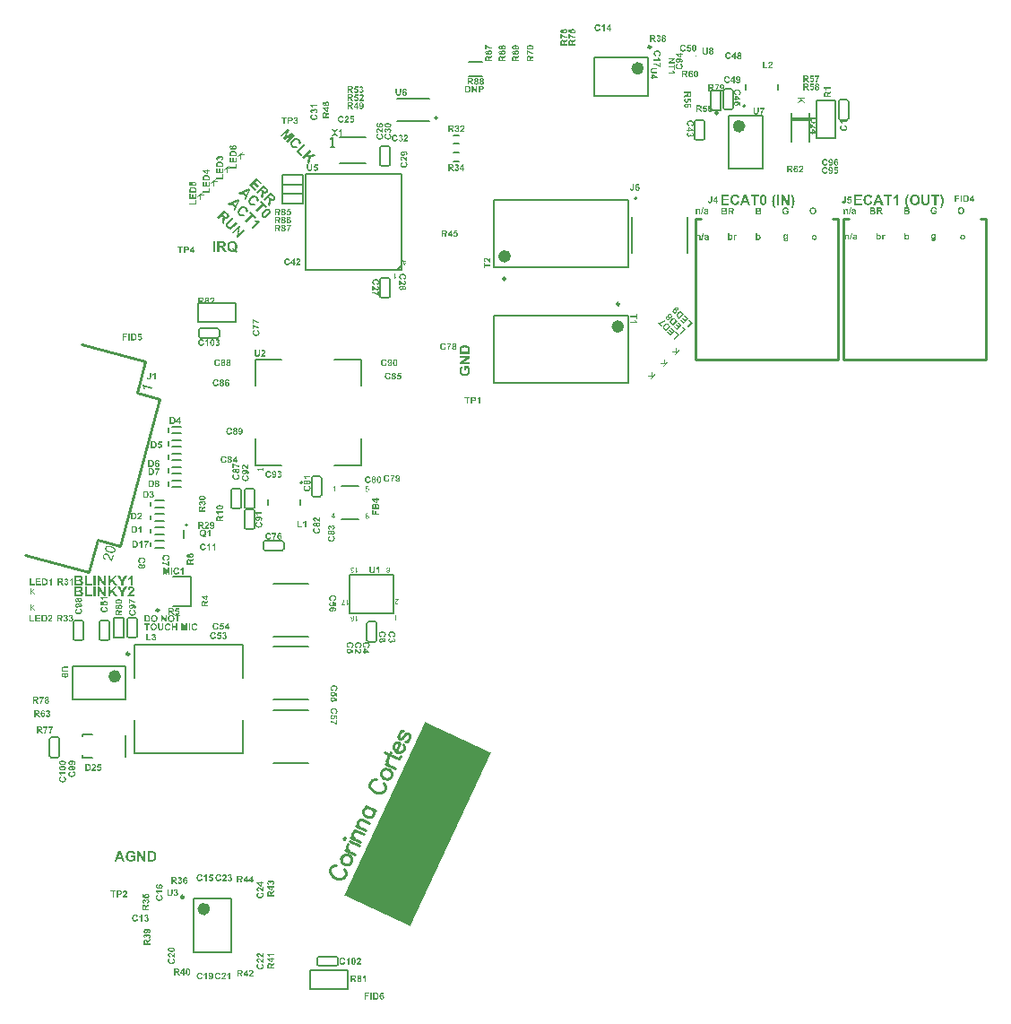
<source format=gto>
G04*
G04 #@! TF.GenerationSoftware,Altium Limited,Altium Designer,24.1.2 (44)*
G04*
G04 Layer_Color=65535*
%FSLAX44Y44*%
%MOMM*%
G71*
G04*
G04 #@! TF.SameCoordinates,E650615F-92BB-4AA2-81C1-946A8B7DB211*
G04*
G04*
G04 #@! TF.FilePolarity,Positive*
G04*
G01*
G75*
%ADD10C,0.2500*%
%ADD11C,0.1524*%
%ADD12C,0.6000*%
%ADD13C,0.2000*%
%ADD14C,0.2100*%
%ADD15C,0.1000*%
%ADD16C,0.1300*%
%ADD17C,0.2540*%
G04:AMPARAMS|DCode=18|XSize=6.858mm|YSize=18.0368mm|CornerRadius=0mm|HoleSize=0mm|Usage=FLASHONLY|Rotation=155.000|XOffset=0mm|YOffset=0mm|HoleType=Round|Shape=Rectangle|*
%AMROTATEDRECTD18*
4,1,4,6.9191,6.7243,-0.7036,-9.6226,-6.9191,-6.7243,0.7036,9.6226,6.9191,6.7243,0.0*
%
%ADD18ROTATEDRECTD18*%

G36*
X-393042Y-28824D02*
X-394336D01*
X-396920Y-24636D01*
Y-28824D01*
X-398118D01*
Y-22426D01*
X-396865D01*
X-394239Y-26712D01*
Y-22426D01*
X-393042D01*
Y-28824D01*
D02*
G37*
G36*
X-380089Y-23508D02*
X-381984D01*
Y-28824D01*
X-383274D01*
Y-23508D01*
X-385174D01*
Y-22426D01*
X-380089D01*
Y-23508D01*
D02*
G37*
G36*
X-411464Y-22431D02*
X-411385D01*
X-411302Y-22436D01*
X-411209Y-22440D01*
X-411112Y-22449D01*
X-411015Y-22459D01*
X-410812Y-22477D01*
X-410715Y-22491D01*
X-410618Y-22510D01*
X-410530Y-22528D01*
X-410447Y-22551D01*
X-410442D01*
X-410424Y-22560D01*
X-410391Y-22570D01*
X-410354Y-22583D01*
X-410303Y-22602D01*
X-410248Y-22625D01*
X-410183Y-22653D01*
X-410114Y-22685D01*
X-410040Y-22727D01*
X-409961Y-22768D01*
X-409883Y-22819D01*
X-409799Y-22870D01*
X-409721Y-22930D01*
X-409638Y-22995D01*
X-409559Y-23064D01*
X-409480Y-23143D01*
X-409476Y-23147D01*
X-409462Y-23161D01*
X-409443Y-23184D01*
X-409416Y-23217D01*
X-409379Y-23258D01*
X-409342Y-23309D01*
X-409300Y-23365D01*
X-409254Y-23429D01*
X-409203Y-23503D01*
X-409157Y-23582D01*
X-409106Y-23665D01*
X-409055Y-23758D01*
X-409004Y-23855D01*
X-408958Y-23956D01*
X-408912Y-24067D01*
X-408870Y-24178D01*
X-408866Y-24183D01*
X-408861Y-24206D01*
X-408852Y-24238D01*
X-408838Y-24289D01*
X-408819Y-24349D01*
X-408801Y-24419D01*
X-408782Y-24502D01*
X-408764Y-24594D01*
X-408745Y-24701D01*
X-408727Y-24816D01*
X-408708Y-24941D01*
X-408690Y-25075D01*
X-408676Y-25214D01*
X-408667Y-25366D01*
X-408658Y-25524D01*
Y-25690D01*
Y-25699D01*
Y-25727D01*
Y-25769D01*
X-408662Y-25824D01*
Y-25889D01*
X-408667Y-25972D01*
X-408676Y-26060D01*
X-408681Y-26157D01*
X-408694Y-26259D01*
X-408704Y-26370D01*
X-408741Y-26596D01*
X-408792Y-26827D01*
X-408819Y-26938D01*
X-408856Y-27049D01*
X-408861Y-27058D01*
X-408866Y-27081D01*
X-408879Y-27118D01*
X-408903Y-27165D01*
X-408926Y-27225D01*
X-408953Y-27294D01*
X-408990Y-27368D01*
X-409032Y-27451D01*
X-409078Y-27539D01*
X-409129Y-27631D01*
X-409185Y-27724D01*
X-409245Y-27821D01*
X-409314Y-27913D01*
X-409383Y-28006D01*
X-409457Y-28098D01*
X-409540Y-28182D01*
X-409545Y-28186D01*
X-409554Y-28196D01*
X-409577Y-28214D01*
X-409601Y-28237D01*
X-409638Y-28265D01*
X-409679Y-28293D01*
X-409725Y-28330D01*
X-409781Y-28367D01*
X-409841Y-28408D01*
X-409910Y-28450D01*
X-409984Y-28491D01*
X-410063Y-28533D01*
X-410151Y-28575D01*
X-410243Y-28616D01*
X-410340Y-28653D01*
X-410447Y-28690D01*
X-410451D01*
X-410465Y-28695D01*
X-410493Y-28704D01*
X-410525Y-28709D01*
X-410567Y-28723D01*
X-410622Y-28732D01*
X-410682Y-28746D01*
X-410752Y-28755D01*
X-410830Y-28769D01*
X-410914Y-28783D01*
X-411011Y-28792D01*
X-411112Y-28801D01*
X-411223Y-28810D01*
X-411339Y-28820D01*
X-411464Y-28824D01*
X-414020D01*
Y-22426D01*
X-411533D01*
X-411464Y-22431D01*
D02*
G37*
G36*
X-388747Y-22325D02*
X-388710D01*
X-388664Y-22329D01*
X-388609Y-22334D01*
X-388553Y-22338D01*
X-388488Y-22348D01*
X-388424Y-22357D01*
X-388350Y-22366D01*
X-388197Y-22394D01*
X-388031Y-22431D01*
X-387855Y-22477D01*
X-387670Y-22533D01*
X-387481Y-22607D01*
X-387291Y-22690D01*
X-387106Y-22792D01*
X-386921Y-22907D01*
X-386833Y-22972D01*
X-386745Y-23046D01*
X-386662Y-23120D01*
X-386579Y-23198D01*
X-386574Y-23203D01*
X-386570Y-23207D01*
X-386556Y-23221D01*
X-386542Y-23240D01*
X-386524Y-23263D01*
X-386501Y-23291D01*
X-386473Y-23323D01*
X-386445Y-23360D01*
X-386413Y-23402D01*
X-386380Y-23448D01*
X-386348Y-23503D01*
X-386311Y-23559D01*
X-386274Y-23619D01*
X-386232Y-23688D01*
X-386195Y-23758D01*
X-386154Y-23832D01*
X-386075Y-23998D01*
X-385997Y-24178D01*
X-385927Y-24382D01*
X-385863Y-24599D01*
X-385807Y-24835D01*
X-385765Y-25084D01*
X-385738Y-25352D01*
X-385728Y-25496D01*
Y-25639D01*
Y-25644D01*
Y-25658D01*
Y-25676D01*
Y-25708D01*
X-385733Y-25745D01*
Y-25787D01*
X-385738Y-25838D01*
X-385742Y-25893D01*
X-385747Y-25958D01*
X-385756Y-26023D01*
X-385761Y-26097D01*
X-385775Y-26175D01*
X-385798Y-26342D01*
X-385835Y-26522D01*
X-385881Y-26712D01*
X-385937Y-26910D01*
X-386001Y-27114D01*
X-386084Y-27313D01*
X-386181Y-27511D01*
X-386297Y-27706D01*
X-386357Y-27798D01*
X-386427Y-27890D01*
X-386496Y-27978D01*
X-386574Y-28061D01*
X-386579Y-28066D01*
X-386584Y-28071D01*
X-386598Y-28085D01*
X-386611Y-28098D01*
X-386634Y-28117D01*
X-386662Y-28140D01*
X-386690Y-28168D01*
X-386727Y-28196D01*
X-386810Y-28265D01*
X-386917Y-28339D01*
X-387037Y-28417D01*
X-387171Y-28496D01*
X-387323Y-28579D01*
X-387494Y-28658D01*
X-387679Y-28732D01*
X-387878Y-28797D01*
X-388095Y-28857D01*
X-388322Y-28898D01*
X-388567Y-28926D01*
X-388696Y-28930D01*
X-388826Y-28935D01*
X-388890D01*
X-388923Y-28930D01*
X-388964D01*
X-389011Y-28926D01*
X-389062Y-28921D01*
X-389122Y-28917D01*
X-389182Y-28907D01*
X-389251Y-28898D01*
X-389320Y-28889D01*
X-389478Y-28861D01*
X-389644Y-28824D01*
X-389824Y-28783D01*
X-390009Y-28723D01*
X-390194Y-28653D01*
X-390384Y-28570D01*
X-390573Y-28468D01*
X-390758Y-28353D01*
X-390846Y-28288D01*
X-390929Y-28219D01*
X-391017Y-28145D01*
X-391096Y-28066D01*
Y-28061D01*
X-391105Y-28057D01*
X-391114Y-28043D01*
X-391133Y-28024D01*
X-391151Y-28001D01*
X-391174Y-27974D01*
X-391197Y-27941D01*
X-391225Y-27904D01*
X-391257Y-27863D01*
X-391290Y-27817D01*
X-391327Y-27766D01*
X-391364Y-27710D01*
X-391401Y-27650D01*
X-391438Y-27585D01*
X-391516Y-27442D01*
X-391595Y-27280D01*
X-391669Y-27100D01*
X-391743Y-26901D01*
X-391807Y-26688D01*
X-391858Y-26457D01*
X-391900Y-26208D01*
X-391928Y-25944D01*
X-391932Y-25810D01*
X-391937Y-25667D01*
Y-25662D01*
Y-25658D01*
Y-25644D01*
Y-25625D01*
Y-25602D01*
Y-25574D01*
X-391932Y-25505D01*
X-391928Y-25422D01*
X-391923Y-25325D01*
X-391914Y-25214D01*
X-391900Y-25098D01*
X-391886Y-24969D01*
X-391867Y-24839D01*
X-391840Y-24701D01*
X-391812Y-24567D01*
X-391780Y-24428D01*
X-391743Y-24289D01*
X-391697Y-24160D01*
X-391646Y-24030D01*
X-391641Y-24026D01*
X-391636Y-24007D01*
X-391623Y-23984D01*
X-391604Y-23947D01*
X-391586Y-23906D01*
X-391558Y-23855D01*
X-391525Y-23799D01*
X-391488Y-23735D01*
X-391405Y-23600D01*
X-391304Y-23452D01*
X-391188Y-23300D01*
X-391054Y-23152D01*
X-391049Y-23147D01*
X-391035Y-23134D01*
X-391017Y-23115D01*
X-390989Y-23087D01*
X-390952Y-23055D01*
X-390911Y-23018D01*
X-390860Y-22976D01*
X-390809Y-22935D01*
X-390749Y-22889D01*
X-390684Y-22842D01*
X-390541Y-22745D01*
X-390388Y-22653D01*
X-390305Y-22611D01*
X-390222Y-22574D01*
X-390213Y-22570D01*
X-390194Y-22565D01*
X-390162Y-22551D01*
X-390116Y-22533D01*
X-390060Y-22514D01*
X-389991Y-22496D01*
X-389912Y-22473D01*
X-389824Y-22445D01*
X-389727Y-22422D01*
X-389626Y-22399D01*
X-389510Y-22380D01*
X-389390Y-22362D01*
X-389260Y-22343D01*
X-389126Y-22329D01*
X-388988Y-22325D01*
X-388844Y-22320D01*
X-388779D01*
X-388747Y-22325D01*
D02*
G37*
G36*
X-404636D02*
X-404599D01*
X-404552Y-22329D01*
X-404497Y-22334D01*
X-404442Y-22338D01*
X-404377Y-22348D01*
X-404312Y-22357D01*
X-404238Y-22366D01*
X-404086Y-22394D01*
X-403919Y-22431D01*
X-403744Y-22477D01*
X-403559Y-22533D01*
X-403369Y-22607D01*
X-403180Y-22690D01*
X-402995Y-22792D01*
X-402810Y-22907D01*
X-402722Y-22972D01*
X-402634Y-23046D01*
X-402551Y-23120D01*
X-402468Y-23198D01*
X-402463Y-23203D01*
X-402458Y-23207D01*
X-402444Y-23221D01*
X-402431Y-23240D01*
X-402412Y-23263D01*
X-402389Y-23291D01*
X-402361Y-23323D01*
X-402334Y-23360D01*
X-402301Y-23402D01*
X-402269Y-23448D01*
X-402237Y-23503D01*
X-402200Y-23559D01*
X-402163Y-23619D01*
X-402121Y-23688D01*
X-402084Y-23758D01*
X-402042Y-23832D01*
X-401964Y-23998D01*
X-401885Y-24178D01*
X-401816Y-24382D01*
X-401751Y-24599D01*
X-401696Y-24835D01*
X-401654Y-25084D01*
X-401626Y-25352D01*
X-401617Y-25496D01*
Y-25639D01*
Y-25644D01*
Y-25658D01*
Y-25676D01*
Y-25708D01*
X-401622Y-25745D01*
Y-25787D01*
X-401626Y-25838D01*
X-401631Y-25893D01*
X-401636Y-25958D01*
X-401645Y-26023D01*
X-401649Y-26097D01*
X-401663Y-26175D01*
X-401686Y-26342D01*
X-401723Y-26522D01*
X-401770Y-26712D01*
X-401825Y-26910D01*
X-401890Y-27114D01*
X-401973Y-27313D01*
X-402070Y-27511D01*
X-402186Y-27706D01*
X-402246Y-27798D01*
X-402315Y-27890D01*
X-402384Y-27978D01*
X-402463Y-28061D01*
X-402468Y-28066D01*
X-402472Y-28071D01*
X-402486Y-28085D01*
X-402500Y-28098D01*
X-402523Y-28117D01*
X-402551Y-28140D01*
X-402579Y-28168D01*
X-402616Y-28196D01*
X-402699Y-28265D01*
X-402805Y-28339D01*
X-402925Y-28417D01*
X-403059Y-28496D01*
X-403212Y-28579D01*
X-403383Y-28658D01*
X-403568Y-28732D01*
X-403767Y-28797D01*
X-403984Y-28857D01*
X-404210Y-28898D01*
X-404455Y-28926D01*
X-404585Y-28930D01*
X-404714Y-28935D01*
X-404779D01*
X-404811Y-28930D01*
X-404853D01*
X-404899Y-28926D01*
X-404950Y-28921D01*
X-405010Y-28917D01*
X-405070Y-28907D01*
X-405140Y-28898D01*
X-405209Y-28889D01*
X-405366Y-28861D01*
X-405532Y-28824D01*
X-405713Y-28783D01*
X-405898Y-28723D01*
X-406083Y-28653D01*
X-406272Y-28570D01*
X-406462Y-28468D01*
X-406647Y-28353D01*
X-406735Y-28288D01*
X-406818Y-28219D01*
X-406906Y-28145D01*
X-406984Y-28066D01*
Y-28061D01*
X-406993Y-28057D01*
X-407003Y-28043D01*
X-407021Y-28024D01*
X-407040Y-28001D01*
X-407063Y-27974D01*
X-407086Y-27941D01*
X-407113Y-27904D01*
X-407146Y-27863D01*
X-407178Y-27817D01*
X-407215Y-27766D01*
X-407252Y-27710D01*
X-407289Y-27650D01*
X-407326Y-27585D01*
X-407405Y-27442D01*
X-407483Y-27280D01*
X-407557Y-27100D01*
X-407631Y-26901D01*
X-407696Y-26688D01*
X-407747Y-26457D01*
X-407789Y-26208D01*
X-407816Y-25944D01*
X-407821Y-25810D01*
X-407825Y-25667D01*
Y-25662D01*
Y-25658D01*
Y-25644D01*
Y-25625D01*
Y-25602D01*
Y-25574D01*
X-407821Y-25505D01*
X-407816Y-25422D01*
X-407812Y-25325D01*
X-407802Y-25214D01*
X-407789Y-25098D01*
X-407775Y-24969D01*
X-407756Y-24839D01*
X-407728Y-24701D01*
X-407701Y-24567D01*
X-407668Y-24428D01*
X-407631Y-24289D01*
X-407585Y-24160D01*
X-407534Y-24030D01*
X-407530Y-24026D01*
X-407525Y-24007D01*
X-407511Y-23984D01*
X-407493Y-23947D01*
X-407474Y-23906D01*
X-407446Y-23855D01*
X-407414Y-23799D01*
X-407377Y-23735D01*
X-407294Y-23600D01*
X-407192Y-23452D01*
X-407077Y-23300D01*
X-406942Y-23152D01*
X-406938Y-23147D01*
X-406924Y-23134D01*
X-406906Y-23115D01*
X-406878Y-23087D01*
X-406841Y-23055D01*
X-406799Y-23018D01*
X-406748Y-22976D01*
X-406698Y-22935D01*
X-406637Y-22889D01*
X-406573Y-22842D01*
X-406429Y-22745D01*
X-406277Y-22653D01*
X-406194Y-22611D01*
X-406110Y-22574D01*
X-406101Y-22570D01*
X-406083Y-22565D01*
X-406050Y-22551D01*
X-406004Y-22533D01*
X-405949Y-22514D01*
X-405879Y-22496D01*
X-405801Y-22473D01*
X-405713Y-22445D01*
X-405616Y-22422D01*
X-405514Y-22399D01*
X-405398Y-22380D01*
X-405278Y-22362D01*
X-405149Y-22343D01*
X-405015Y-22329D01*
X-404876Y-22325D01*
X-404733Y-22320D01*
X-404668D01*
X-404636Y-22325D01*
D02*
G37*
G36*
X-366544Y-30219D02*
X-366511D01*
X-366470Y-30224D01*
X-366428D01*
X-366327Y-30238D01*
X-366216Y-30252D01*
X-366086Y-30275D01*
X-365947Y-30303D01*
X-365800Y-30340D01*
X-365642Y-30386D01*
X-365485Y-30441D01*
X-365323Y-30511D01*
X-365166Y-30589D01*
X-365009Y-30682D01*
X-364861Y-30788D01*
X-364718Y-30913D01*
X-364713Y-30917D01*
X-364699Y-30931D01*
X-364676Y-30954D01*
X-364649Y-30987D01*
X-364612Y-31028D01*
X-364570Y-31084D01*
X-364524Y-31144D01*
X-364473Y-31213D01*
X-364422Y-31292D01*
X-364366Y-31380D01*
X-364311Y-31477D01*
X-364256Y-31579D01*
X-364205Y-31694D01*
X-364154Y-31814D01*
X-364103Y-31948D01*
X-364061Y-32087D01*
X-365342Y-32392D01*
Y-32387D01*
X-365346Y-32369D01*
X-365356Y-32346D01*
X-365365Y-32309D01*
X-365379Y-32267D01*
X-365397Y-32221D01*
X-365420Y-32166D01*
X-365444Y-32110D01*
X-365508Y-31985D01*
X-365550Y-31921D01*
X-365592Y-31856D01*
X-365638Y-31791D01*
X-365693Y-31726D01*
X-365753Y-31666D01*
X-365818Y-31611D01*
X-365823Y-31606D01*
X-365832Y-31597D01*
X-365855Y-31583D01*
X-365883Y-31565D01*
X-365915Y-31542D01*
X-365957Y-31518D01*
X-366008Y-31491D01*
X-366059Y-31463D01*
X-366123Y-31440D01*
X-366188Y-31412D01*
X-366262Y-31389D01*
X-366336Y-31366D01*
X-366419Y-31347D01*
X-366507Y-31333D01*
X-366595Y-31324D01*
X-366692Y-31320D01*
X-366724D01*
X-366761Y-31324D01*
X-366807Y-31329D01*
X-366867Y-31333D01*
X-366937Y-31347D01*
X-367015Y-31361D01*
X-367099Y-31384D01*
X-367191Y-31412D01*
X-367284Y-31444D01*
X-367381Y-31486D01*
X-367478Y-31537D01*
X-367570Y-31597D01*
X-367667Y-31662D01*
X-367755Y-31740D01*
X-367843Y-31833D01*
X-367848Y-31837D01*
X-367861Y-31856D01*
X-367884Y-31888D01*
X-367912Y-31930D01*
X-367945Y-31985D01*
X-367981Y-32055D01*
X-368023Y-32133D01*
X-368060Y-32230D01*
X-368102Y-32337D01*
X-368143Y-32462D01*
X-368180Y-32596D01*
X-368213Y-32743D01*
X-368240Y-32910D01*
X-368264Y-33085D01*
X-368277Y-33280D01*
X-368282Y-33488D01*
Y-33492D01*
Y-33502D01*
Y-33520D01*
Y-33539D01*
Y-33571D01*
X-368277Y-33603D01*
Y-33640D01*
X-368273Y-33686D01*
X-368268Y-33784D01*
X-368259Y-33899D01*
X-368245Y-34024D01*
X-368227Y-34158D01*
X-368203Y-34297D01*
X-368176Y-34440D01*
X-368139Y-34583D01*
X-368097Y-34727D01*
X-368051Y-34861D01*
X-367991Y-34990D01*
X-367926Y-35106D01*
X-367848Y-35212D01*
X-367843Y-35217D01*
X-367829Y-35235D01*
X-367801Y-35258D01*
X-367769Y-35291D01*
X-367727Y-35332D01*
X-367672Y-35374D01*
X-367612Y-35420D01*
X-367542Y-35466D01*
X-367464Y-35517D01*
X-367381Y-35563D01*
X-367288Y-35605D01*
X-367186Y-35647D01*
X-367080Y-35679D01*
X-366964Y-35702D01*
X-366844Y-35721D01*
X-366715Y-35725D01*
X-366664D01*
X-366627Y-35721D01*
X-366585Y-35716D01*
X-366535Y-35707D01*
X-366474Y-35697D01*
X-366410Y-35684D01*
X-366345Y-35670D01*
X-366276Y-35647D01*
X-366202Y-35619D01*
X-366128Y-35587D01*
X-366049Y-35549D01*
X-365975Y-35508D01*
X-365901Y-35457D01*
X-365832Y-35402D01*
X-365827Y-35397D01*
X-365813Y-35388D01*
X-365795Y-35365D01*
X-365772Y-35337D01*
X-365740Y-35305D01*
X-365703Y-35258D01*
X-365666Y-35207D01*
X-365624Y-35147D01*
X-365582Y-35083D01*
X-365536Y-35004D01*
X-365490Y-34921D01*
X-365448Y-34828D01*
X-365407Y-34722D01*
X-365365Y-34616D01*
X-365328Y-34495D01*
X-365296Y-34366D01*
X-364043Y-34764D01*
Y-34768D01*
X-364048Y-34778D01*
X-364052Y-34791D01*
X-364057Y-34810D01*
X-364066Y-34833D01*
X-364075Y-34865D01*
X-364098Y-34935D01*
X-364131Y-35022D01*
X-364172Y-35124D01*
X-364219Y-35235D01*
X-364274Y-35351D01*
X-364334Y-35475D01*
X-364403Y-35605D01*
X-364482Y-35734D01*
X-364570Y-35864D01*
X-364667Y-35989D01*
X-364769Y-36109D01*
X-364884Y-36220D01*
X-365005Y-36321D01*
X-365014Y-36326D01*
X-365037Y-36345D01*
X-365074Y-36368D01*
X-365125Y-36400D01*
X-365189Y-36437D01*
X-365268Y-36483D01*
X-365360Y-36530D01*
X-365467Y-36576D01*
X-365582Y-36622D01*
X-365712Y-36668D01*
X-365850Y-36710D01*
X-366003Y-36751D01*
X-366160Y-36784D01*
X-366331Y-36807D01*
X-366511Y-36825D01*
X-366701Y-36830D01*
X-366757D01*
X-366789Y-36825D01*
X-366826D01*
X-366867Y-36821D01*
X-366914Y-36816D01*
X-366964Y-36811D01*
X-367020Y-36802D01*
X-367149Y-36784D01*
X-367288Y-36756D01*
X-367441Y-36719D01*
X-367603Y-36677D01*
X-367774Y-36617D01*
X-367945Y-36548D01*
X-368125Y-36465D01*
X-368296Y-36363D01*
X-368472Y-36247D01*
X-368555Y-36183D01*
X-368638Y-36114D01*
X-368717Y-36040D01*
X-368795Y-35961D01*
Y-35956D01*
X-368804Y-35952D01*
X-368814Y-35938D01*
X-368832Y-35919D01*
X-368851Y-35896D01*
X-368869Y-35868D01*
X-368897Y-35836D01*
X-368925Y-35799D01*
X-368952Y-35758D01*
X-368985Y-35711D01*
X-369017Y-35660D01*
X-369054Y-35605D01*
X-369128Y-35480D01*
X-369202Y-35337D01*
X-369281Y-35175D01*
X-369355Y-34999D01*
X-369424Y-34801D01*
X-369484Y-34588D01*
X-369539Y-34361D01*
X-369576Y-34116D01*
X-369604Y-33858D01*
X-369609Y-33719D01*
X-369613Y-33580D01*
Y-33575D01*
Y-33562D01*
Y-33539D01*
Y-33511D01*
X-369609Y-33474D01*
Y-33428D01*
X-369604Y-33377D01*
X-369599Y-33317D01*
X-369595Y-33252D01*
X-369590Y-33183D01*
X-369581Y-33109D01*
X-369572Y-33030D01*
X-369544Y-32859D01*
X-369512Y-32674D01*
X-369465Y-32475D01*
X-369415Y-32272D01*
X-369345Y-32069D01*
X-369267Y-31860D01*
X-369170Y-31657D01*
X-369063Y-31463D01*
X-368934Y-31273D01*
X-368865Y-31186D01*
X-368791Y-31102D01*
X-368786Y-31098D01*
X-368781Y-31093D01*
X-368767Y-31079D01*
X-368754Y-31065D01*
X-368707Y-31019D01*
X-368643Y-30964D01*
X-368559Y-30894D01*
X-368458Y-30820D01*
X-368342Y-30742D01*
X-368213Y-30659D01*
X-368065Y-30575D01*
X-367898Y-30497D01*
X-367723Y-30418D01*
X-367528Y-30354D01*
X-367321Y-30298D01*
X-367103Y-30252D01*
X-366867Y-30224D01*
X-366747Y-30219D01*
X-366622Y-30215D01*
X-366572D01*
X-366544Y-30219D01*
D02*
G37*
G36*
X-391858D02*
X-391826D01*
X-391784Y-30224D01*
X-391743D01*
X-391641Y-30238D01*
X-391530Y-30252D01*
X-391401Y-30275D01*
X-391262Y-30303D01*
X-391114Y-30340D01*
X-390957Y-30386D01*
X-390800Y-30441D01*
X-390638Y-30511D01*
X-390481Y-30589D01*
X-390323Y-30682D01*
X-390176Y-30788D01*
X-390032Y-30913D01*
X-390028Y-30917D01*
X-390014Y-30931D01*
X-389991Y-30954D01*
X-389963Y-30987D01*
X-389926Y-31028D01*
X-389884Y-31084D01*
X-389838Y-31144D01*
X-389787Y-31213D01*
X-389736Y-31292D01*
X-389681Y-31380D01*
X-389626Y-31477D01*
X-389570Y-31579D01*
X-389519Y-31694D01*
X-389468Y-31814D01*
X-389417Y-31948D01*
X-389376Y-32087D01*
X-390656Y-32392D01*
Y-32387D01*
X-390661Y-32369D01*
X-390670Y-32346D01*
X-390680Y-32309D01*
X-390693Y-32267D01*
X-390712Y-32221D01*
X-390735Y-32166D01*
X-390758Y-32110D01*
X-390823Y-31985D01*
X-390864Y-31921D01*
X-390906Y-31856D01*
X-390952Y-31791D01*
X-391008Y-31726D01*
X-391068Y-31666D01*
X-391133Y-31611D01*
X-391137Y-31606D01*
X-391146Y-31597D01*
X-391170Y-31583D01*
X-391197Y-31565D01*
X-391230Y-31542D01*
X-391271Y-31518D01*
X-391322Y-31491D01*
X-391373Y-31463D01*
X-391438Y-31440D01*
X-391502Y-31412D01*
X-391576Y-31389D01*
X-391650Y-31366D01*
X-391734Y-31347D01*
X-391821Y-31333D01*
X-391909Y-31324D01*
X-392006Y-31320D01*
X-392039D01*
X-392076Y-31324D01*
X-392122Y-31329D01*
X-392182Y-31333D01*
X-392251Y-31347D01*
X-392330Y-31361D01*
X-392413Y-31384D01*
X-392505Y-31412D01*
X-392598Y-31444D01*
X-392695Y-31486D01*
X-392792Y-31537D01*
X-392885Y-31597D01*
X-392982Y-31662D01*
X-393069Y-31740D01*
X-393157Y-31833D01*
X-393162Y-31837D01*
X-393176Y-31856D01*
X-393199Y-31888D01*
X-393227Y-31930D01*
X-393259Y-31985D01*
X-393296Y-32055D01*
X-393338Y-32133D01*
X-393375Y-32230D01*
X-393416Y-32337D01*
X-393458Y-32462D01*
X-393495Y-32596D01*
X-393527Y-32743D01*
X-393555Y-32910D01*
X-393578Y-33085D01*
X-393592Y-33280D01*
X-393596Y-33488D01*
Y-33492D01*
Y-33502D01*
Y-33520D01*
Y-33539D01*
Y-33571D01*
X-393592Y-33603D01*
Y-33640D01*
X-393587Y-33686D01*
X-393583Y-33784D01*
X-393573Y-33899D01*
X-393559Y-34024D01*
X-393541Y-34158D01*
X-393518Y-34297D01*
X-393490Y-34440D01*
X-393453Y-34583D01*
X-393412Y-34727D01*
X-393365Y-34861D01*
X-393305Y-34990D01*
X-393241Y-35106D01*
X-393162Y-35212D01*
X-393157Y-35217D01*
X-393143Y-35235D01*
X-393116Y-35258D01*
X-393083Y-35291D01*
X-393042Y-35332D01*
X-392986Y-35374D01*
X-392926Y-35420D01*
X-392857Y-35466D01*
X-392778Y-35517D01*
X-392695Y-35563D01*
X-392603Y-35605D01*
X-392501Y-35647D01*
X-392394Y-35679D01*
X-392279Y-35702D01*
X-392159Y-35721D01*
X-392029Y-35725D01*
X-391978D01*
X-391941Y-35721D01*
X-391900Y-35716D01*
X-391849Y-35707D01*
X-391789Y-35697D01*
X-391724Y-35684D01*
X-391660Y-35670D01*
X-391590Y-35647D01*
X-391516Y-35619D01*
X-391442Y-35587D01*
X-391364Y-35549D01*
X-391290Y-35508D01*
X-391216Y-35457D01*
X-391146Y-35402D01*
X-391142Y-35397D01*
X-391128Y-35388D01*
X-391109Y-35365D01*
X-391086Y-35337D01*
X-391054Y-35305D01*
X-391017Y-35258D01*
X-390980Y-35207D01*
X-390938Y-35147D01*
X-390897Y-35083D01*
X-390850Y-35004D01*
X-390804Y-34921D01*
X-390763Y-34828D01*
X-390721Y-34722D01*
X-390680Y-34616D01*
X-390643Y-34495D01*
X-390610Y-34366D01*
X-389357Y-34764D01*
Y-34768D01*
X-389362Y-34778D01*
X-389367Y-34791D01*
X-389371Y-34810D01*
X-389380Y-34833D01*
X-389390Y-34865D01*
X-389413Y-34935D01*
X-389445Y-35022D01*
X-389487Y-35124D01*
X-389533Y-35235D01*
X-389589Y-35351D01*
X-389649Y-35475D01*
X-389718Y-35605D01*
X-389796Y-35734D01*
X-389884Y-35864D01*
X-389981Y-35989D01*
X-390083Y-36109D01*
X-390199Y-36220D01*
X-390319Y-36321D01*
X-390328Y-36326D01*
X-390351Y-36345D01*
X-390388Y-36368D01*
X-390439Y-36400D01*
X-390504Y-36437D01*
X-390582Y-36483D01*
X-390675Y-36530D01*
X-390781Y-36576D01*
X-390897Y-36622D01*
X-391026Y-36668D01*
X-391165Y-36710D01*
X-391317Y-36751D01*
X-391475Y-36784D01*
X-391646Y-36807D01*
X-391826Y-36825D01*
X-392015Y-36830D01*
X-392071D01*
X-392103Y-36825D01*
X-392140D01*
X-392182Y-36821D01*
X-392228Y-36816D01*
X-392279Y-36811D01*
X-392334Y-36802D01*
X-392464Y-36784D01*
X-392603Y-36756D01*
X-392755Y-36719D01*
X-392917Y-36677D01*
X-393088Y-36617D01*
X-393259Y-36548D01*
X-393439Y-36465D01*
X-393610Y-36363D01*
X-393786Y-36247D01*
X-393869Y-36183D01*
X-393952Y-36114D01*
X-394031Y-36040D01*
X-394110Y-35961D01*
Y-35956D01*
X-394119Y-35952D01*
X-394128Y-35938D01*
X-394147Y-35919D01*
X-394165Y-35896D01*
X-394184Y-35868D01*
X-394211Y-35836D01*
X-394239Y-35799D01*
X-394267Y-35758D01*
X-394299Y-35711D01*
X-394332Y-35660D01*
X-394369Y-35605D01*
X-394442Y-35480D01*
X-394516Y-35337D01*
X-394595Y-35175D01*
X-394669Y-34999D01*
X-394738Y-34801D01*
X-394798Y-34588D01*
X-394854Y-34361D01*
X-394891Y-34116D01*
X-394919Y-33858D01*
X-394923Y-33719D01*
X-394928Y-33580D01*
Y-33575D01*
Y-33562D01*
Y-33539D01*
Y-33511D01*
X-394923Y-33474D01*
Y-33428D01*
X-394919Y-33377D01*
X-394914Y-33317D01*
X-394909Y-33252D01*
X-394905Y-33183D01*
X-394896Y-33109D01*
X-394886Y-33030D01*
X-394859Y-32859D01*
X-394826Y-32674D01*
X-394780Y-32475D01*
X-394729Y-32272D01*
X-394660Y-32069D01*
X-394581Y-31860D01*
X-394484Y-31657D01*
X-394378Y-31463D01*
X-394248Y-31273D01*
X-394179Y-31186D01*
X-394105Y-31102D01*
X-394100Y-31098D01*
X-394096Y-31093D01*
X-394082Y-31079D01*
X-394068Y-31065D01*
X-394022Y-31019D01*
X-393957Y-30964D01*
X-393874Y-30894D01*
X-393772Y-30820D01*
X-393657Y-30742D01*
X-393527Y-30659D01*
X-393379Y-30575D01*
X-393213Y-30497D01*
X-393037Y-30418D01*
X-392843Y-30354D01*
X-392635Y-30298D01*
X-392418Y-30252D01*
X-392182Y-30224D01*
X-392062Y-30219D01*
X-391937Y-30215D01*
X-391886D01*
X-391858Y-30219D01*
D02*
G37*
G36*
X-383130Y-36719D02*
X-384420D01*
Y-33922D01*
X-386954D01*
Y-36719D01*
X-388243D01*
Y-30321D01*
X-386954D01*
Y-32840D01*
X-384420D01*
Y-30321D01*
X-383130D01*
Y-36719D01*
D02*
G37*
G36*
X-373159D02*
X-374356D01*
X-374361Y-31685D01*
X-375628Y-36719D01*
X-376871D01*
X-378133Y-31685D01*
Y-36719D01*
X-379330D01*
Y-30321D01*
X-377398D01*
X-376242Y-34690D01*
X-375101Y-30321D01*
X-373159D01*
Y-36719D01*
D02*
G37*
G36*
X-396065Y-33686D02*
Y-33691D01*
Y-33700D01*
Y-33714D01*
Y-33737D01*
Y-33765D01*
Y-33797D01*
Y-33834D01*
Y-33871D01*
X-396070Y-33969D01*
Y-34075D01*
X-396074Y-34195D01*
X-396079Y-34320D01*
X-396083Y-34454D01*
X-396093Y-34588D01*
X-396097Y-34727D01*
X-396111Y-34861D01*
X-396120Y-34985D01*
X-396134Y-35106D01*
X-396153Y-35217D01*
X-396171Y-35314D01*
Y-35318D01*
X-396176Y-35337D01*
X-396181Y-35360D01*
X-396194Y-35392D01*
X-396204Y-35434D01*
X-396218Y-35480D01*
X-396236Y-35536D01*
X-396259Y-35591D01*
X-396315Y-35721D01*
X-396379Y-35855D01*
X-396463Y-35989D01*
X-396560Y-36118D01*
X-396564Y-36123D01*
X-396574Y-36132D01*
X-396587Y-36150D01*
X-396610Y-36174D01*
X-396638Y-36197D01*
X-396671Y-36229D01*
X-396712Y-36266D01*
X-396758Y-36303D01*
X-396809Y-36345D01*
X-396865Y-36386D01*
X-396925Y-36428D01*
X-396994Y-36474D01*
X-397064Y-36516D01*
X-397142Y-36557D01*
X-397221Y-36599D01*
X-397309Y-36636D01*
X-397313D01*
X-397332Y-36645D01*
X-397355Y-36654D01*
X-397392Y-36668D01*
X-397443Y-36682D01*
X-397498Y-36696D01*
X-397563Y-36714D01*
X-397637Y-36733D01*
X-397725Y-36751D01*
X-397817Y-36770D01*
X-397919Y-36784D01*
X-398025Y-36798D01*
X-398145Y-36811D01*
X-398265Y-36821D01*
X-398400Y-36825D01*
X-398538Y-36830D01*
X-398626D01*
X-398691Y-36825D01*
X-398765D01*
X-398853Y-36821D01*
X-398950Y-36811D01*
X-399056Y-36802D01*
X-399167Y-36793D01*
X-399282Y-36779D01*
X-399514Y-36742D01*
X-399625Y-36719D01*
X-399735Y-36691D01*
X-399837Y-36659D01*
X-399930Y-36622D01*
X-399934Y-36617D01*
X-399948Y-36613D01*
X-399976Y-36599D01*
X-400008Y-36585D01*
X-400045Y-36562D01*
X-400092Y-36539D01*
X-400142Y-36506D01*
X-400198Y-36474D01*
X-400318Y-36395D01*
X-400443Y-36298D01*
X-400568Y-36192D01*
X-400679Y-36072D01*
X-400683Y-36067D01*
X-400692Y-36058D01*
X-400706Y-36040D01*
X-400720Y-36012D01*
X-400743Y-35984D01*
X-400771Y-35947D01*
X-400799Y-35901D01*
X-400826Y-35855D01*
X-400887Y-35748D01*
X-400947Y-35628D01*
X-400998Y-35499D01*
X-401039Y-35360D01*
Y-35355D01*
X-401044Y-35332D01*
X-401048Y-35300D01*
X-401058Y-35258D01*
X-401067Y-35198D01*
X-401081Y-35129D01*
X-401090Y-35046D01*
X-401099Y-34948D01*
X-401113Y-34842D01*
X-401122Y-34722D01*
X-401136Y-34588D01*
X-401146Y-34445D01*
X-401150Y-34288D01*
X-401159Y-34116D01*
X-401164Y-33932D01*
Y-33737D01*
Y-30321D01*
X-399874D01*
Y-33788D01*
Y-33797D01*
Y-33825D01*
Y-33867D01*
Y-33922D01*
Y-33987D01*
X-399870Y-34061D01*
Y-34144D01*
Y-34232D01*
X-399865Y-34412D01*
X-399860Y-34505D01*
X-399856Y-34588D01*
X-399851Y-34671D01*
X-399842Y-34745D01*
X-399837Y-34810D01*
X-399828Y-34861D01*
Y-34865D01*
X-399823Y-34879D01*
X-399819Y-34898D01*
X-399809Y-34925D01*
X-399800Y-34958D01*
X-399786Y-34999D01*
X-399749Y-35087D01*
X-399694Y-35189D01*
X-399629Y-35291D01*
X-399588Y-35341D01*
X-399541Y-35392D01*
X-399491Y-35443D01*
X-399435Y-35489D01*
X-399430Y-35494D01*
X-399421Y-35499D01*
X-399403Y-35512D01*
X-399380Y-35526D01*
X-399347Y-35545D01*
X-399306Y-35563D01*
X-399264Y-35587D01*
X-399208Y-35605D01*
X-399153Y-35628D01*
X-399088Y-35651D01*
X-399019Y-35670D01*
X-398940Y-35688D01*
X-398857Y-35702D01*
X-398774Y-35716D01*
X-398677Y-35721D01*
X-398580Y-35725D01*
X-398529D01*
X-398487Y-35721D01*
X-398446D01*
X-398390Y-35711D01*
X-398335Y-35707D01*
X-398270Y-35697D01*
X-398136Y-35670D01*
X-397997Y-35633D01*
X-397868Y-35577D01*
X-397808Y-35540D01*
X-397752Y-35503D01*
X-397748Y-35499D01*
X-397738Y-35494D01*
X-397725Y-35480D01*
X-397706Y-35462D01*
X-397660Y-35415D01*
X-397604Y-35351D01*
X-397544Y-35268D01*
X-397489Y-35175D01*
X-397447Y-35069D01*
X-397429Y-35013D01*
X-397415Y-34953D01*
Y-34948D01*
X-397410Y-34939D01*
Y-34916D01*
X-397406Y-34888D01*
X-397401Y-34851D01*
X-397396Y-34810D01*
X-397392Y-34754D01*
X-397383Y-34694D01*
X-397378Y-34620D01*
X-397373Y-34542D01*
X-397369Y-34454D01*
X-397364Y-34352D01*
X-397359Y-34246D01*
Y-34126D01*
X-397355Y-34001D01*
Y-33862D01*
Y-30321D01*
X-396065D01*
Y-33686D01*
D02*
G37*
G36*
X-370621Y-36719D02*
X-371911D01*
Y-30321D01*
X-370621D01*
Y-36719D01*
D02*
G37*
G36*
X-408935Y-31403D02*
X-410830D01*
Y-36719D01*
X-412120D01*
Y-31403D01*
X-414020D01*
Y-30321D01*
X-408935D01*
Y-31403D01*
D02*
G37*
G36*
X-405181Y-30219D02*
X-405144D01*
X-405098Y-30224D01*
X-405042Y-30229D01*
X-404987Y-30233D01*
X-404922Y-30243D01*
X-404858Y-30252D01*
X-404784Y-30261D01*
X-404631Y-30289D01*
X-404465Y-30326D01*
X-404289Y-30372D01*
X-404104Y-30427D01*
X-403915Y-30501D01*
X-403725Y-30585D01*
X-403540Y-30686D01*
X-403355Y-30802D01*
X-403267Y-30867D01*
X-403180Y-30941D01*
X-403096Y-31014D01*
X-403013Y-31093D01*
X-403008Y-31098D01*
X-403004Y-31102D01*
X-402990Y-31116D01*
X-402976Y-31135D01*
X-402958Y-31158D01*
X-402934Y-31186D01*
X-402907Y-31218D01*
X-402879Y-31255D01*
X-402847Y-31297D01*
X-402814Y-31343D01*
X-402782Y-31398D01*
X-402745Y-31454D01*
X-402708Y-31514D01*
X-402666Y-31583D01*
X-402629Y-31653D01*
X-402588Y-31726D01*
X-402509Y-31893D01*
X-402431Y-32073D01*
X-402361Y-32276D01*
X-402297Y-32494D01*
X-402241Y-32730D01*
X-402200Y-32979D01*
X-402172Y-33247D01*
X-402163Y-33391D01*
Y-33534D01*
Y-33539D01*
Y-33552D01*
Y-33571D01*
Y-33603D01*
X-402167Y-33640D01*
Y-33682D01*
X-402172Y-33733D01*
X-402176Y-33788D01*
X-402181Y-33853D01*
X-402190Y-33918D01*
X-402195Y-33992D01*
X-402209Y-34070D01*
X-402232Y-34237D01*
X-402269Y-34417D01*
X-402315Y-34606D01*
X-402370Y-34805D01*
X-402435Y-35009D01*
X-402519Y-35207D01*
X-402616Y-35406D01*
X-402731Y-35600D01*
X-402791Y-35693D01*
X-402861Y-35785D01*
X-402930Y-35873D01*
X-403008Y-35956D01*
X-403013Y-35961D01*
X-403018Y-35965D01*
X-403032Y-35979D01*
X-403046Y-35993D01*
X-403069Y-36012D01*
X-403096Y-36035D01*
X-403124Y-36063D01*
X-403161Y-36090D01*
X-403244Y-36160D01*
X-403351Y-36234D01*
X-403471Y-36312D01*
X-403605Y-36391D01*
X-403757Y-36474D01*
X-403928Y-36553D01*
X-404113Y-36627D01*
X-404312Y-36691D01*
X-404529Y-36751D01*
X-404756Y-36793D01*
X-405001Y-36821D01*
X-405130Y-36825D01*
X-405260Y-36830D01*
X-405325D01*
X-405357Y-36825D01*
X-405398D01*
X-405445Y-36821D01*
X-405496Y-36816D01*
X-405556Y-36811D01*
X-405616Y-36802D01*
X-405685Y-36793D01*
X-405754Y-36784D01*
X-405912Y-36756D01*
X-406078Y-36719D01*
X-406258Y-36677D01*
X-406443Y-36617D01*
X-406628Y-36548D01*
X-406818Y-36465D01*
X-407007Y-36363D01*
X-407192Y-36247D01*
X-407280Y-36183D01*
X-407363Y-36114D01*
X-407451Y-36040D01*
X-407530Y-35961D01*
Y-35956D01*
X-407539Y-35952D01*
X-407548Y-35938D01*
X-407567Y-35919D01*
X-407585Y-35896D01*
X-407608Y-35868D01*
X-407631Y-35836D01*
X-407659Y-35799D01*
X-407691Y-35758D01*
X-407724Y-35711D01*
X-407761Y-35660D01*
X-407798Y-35605D01*
X-407835Y-35545D01*
X-407872Y-35480D01*
X-407950Y-35337D01*
X-408029Y-35175D01*
X-408103Y-34995D01*
X-408177Y-34796D01*
X-408242Y-34583D01*
X-408292Y-34352D01*
X-408334Y-34102D01*
X-408362Y-33839D01*
X-408366Y-33705D01*
X-408371Y-33562D01*
Y-33557D01*
Y-33552D01*
Y-33539D01*
Y-33520D01*
Y-33497D01*
Y-33469D01*
X-408366Y-33400D01*
X-408362Y-33317D01*
X-408357Y-33220D01*
X-408348Y-33109D01*
X-408334Y-32993D01*
X-408320Y-32864D01*
X-408302Y-32734D01*
X-408274Y-32596D01*
X-408246Y-32462D01*
X-408214Y-32323D01*
X-408177Y-32184D01*
X-408131Y-32055D01*
X-408080Y-31925D01*
X-408075Y-31921D01*
X-408070Y-31902D01*
X-408057Y-31879D01*
X-408038Y-31842D01*
X-408020Y-31800D01*
X-407992Y-31749D01*
X-407960Y-31694D01*
X-407923Y-31629D01*
X-407839Y-31495D01*
X-407738Y-31347D01*
X-407622Y-31195D01*
X-407488Y-31047D01*
X-407483Y-31042D01*
X-407469Y-31028D01*
X-407451Y-31010D01*
X-407423Y-30982D01*
X-407386Y-30950D01*
X-407345Y-30913D01*
X-407294Y-30871D01*
X-407243Y-30830D01*
X-407183Y-30783D01*
X-407118Y-30737D01*
X-406975Y-30640D01*
X-406822Y-30548D01*
X-406739Y-30506D01*
X-406656Y-30469D01*
X-406647Y-30464D01*
X-406628Y-30460D01*
X-406596Y-30446D01*
X-406550Y-30427D01*
X-406494Y-30409D01*
X-406425Y-30390D01*
X-406346Y-30367D01*
X-406258Y-30340D01*
X-406161Y-30317D01*
X-406059Y-30293D01*
X-405944Y-30275D01*
X-405824Y-30256D01*
X-405694Y-30238D01*
X-405560Y-30224D01*
X-405422Y-30219D01*
X-405278Y-30215D01*
X-405214D01*
X-405181Y-30219D01*
D02*
G37*
G36*
X209598Y465244D02*
X206422D01*
X209598Y462068D01*
Y460917D01*
X207000Y463608D01*
X203200Y460802D01*
Y461920D01*
X206427Y464199D01*
X205419Y465244D01*
X203200D01*
Y466090D01*
X209598D01*
Y465244D01*
D02*
G37*
G36*
X-447723Y42993D02*
X-447688Y42991D01*
X-447644Y42994D01*
X-447573Y42989D01*
X-447489Y42981D01*
X-447384Y42974D01*
X-447264Y42964D01*
X-447125Y42948D01*
X-446972Y42929D01*
X-446799Y42904D01*
X-446613Y42875D01*
X-446415Y42837D01*
X-446204Y42795D01*
X-445973Y42747D01*
X-445737Y42691D01*
X-445482Y42623D01*
X-445475Y42621D01*
X-445462Y42617D01*
X-445442Y42612D01*
X-445408Y42603D01*
X-445375Y42594D01*
X-445328Y42581D01*
X-445276Y42560D01*
X-445216Y42544D01*
X-445077Y42500D01*
X-444918Y42450D01*
X-444746Y42397D01*
X-444555Y42331D01*
X-444353Y42256D01*
X-444144Y42178D01*
X-443725Y42001D01*
X-443514Y41902D01*
X-443313Y41797D01*
X-443119Y41688D01*
X-442941Y41576D01*
X-442930Y41565D01*
X-442898Y41550D01*
X-442856Y41517D01*
X-442790Y41471D01*
X-442720Y41409D01*
X-442631Y41342D01*
X-442538Y41259D01*
X-442438Y41175D01*
X-442336Y41076D01*
X-442230Y40962D01*
X-442124Y40847D01*
X-442014Y40724D01*
X-441913Y40590D01*
X-441822Y40450D01*
X-441738Y40306D01*
X-441663Y40156D01*
X-441658Y40148D01*
X-441652Y40118D01*
X-441634Y40077D01*
X-441609Y40013D01*
X-441586Y39935D01*
X-441559Y39849D01*
X-441537Y39742D01*
X-441517Y39629D01*
X-441496Y39494D01*
X-441483Y39355D01*
X-441472Y39208D01*
X-441472Y39050D01*
X-441481Y38880D01*
X-441499Y38705D01*
X-441526Y38526D01*
X-441569Y38337D01*
X-441586Y38276D01*
X-441610Y38211D01*
X-441642Y38119D01*
X-441686Y38009D01*
X-441749Y37882D01*
X-441813Y37749D01*
X-441896Y37599D01*
X-441988Y37444D01*
X-442100Y37294D01*
X-442220Y37140D01*
X-442363Y36984D01*
X-442516Y36839D01*
X-442688Y36705D01*
X-442879Y36584D01*
X-443086Y36482D01*
X-443093Y36484D01*
X-443101Y36479D01*
X-443125Y36470D01*
X-443150Y36456D01*
X-443189Y36445D01*
X-443237Y36429D01*
X-443284Y36413D01*
X-443345Y36400D01*
X-443414Y36383D01*
X-443492Y36361D01*
X-443574Y36347D01*
X-443665Y36328D01*
X-443770Y36313D01*
X-443875Y36298D01*
X-443994Y36280D01*
X-444112Y36268D01*
X-444244Y36261D01*
X-444383Y36248D01*
X-444528Y36244D01*
X-444686Y36243D01*
X-444844Y36242D01*
X-445014Y36252D01*
X-445186Y36255D01*
X-445375Y36270D01*
X-445563Y36291D01*
X-445758Y36315D01*
X-445966Y36342D01*
X-446179Y36377D01*
X-446399Y36415D01*
X-446622Y36467D01*
X-446860Y36517D01*
X-447101Y36581D01*
X-447108Y36583D01*
X-447121Y36587D01*
X-447141Y36592D01*
X-447174Y36601D01*
X-447215Y36612D01*
X-447262Y36624D01*
X-447313Y36645D01*
X-447374Y36661D01*
X-447506Y36704D01*
X-447665Y36754D01*
X-447844Y36809D01*
X-448035Y36874D01*
X-448237Y36950D01*
X-448446Y37028D01*
X-448872Y37206D01*
X-449082Y37306D01*
X-449284Y37410D01*
X-449479Y37513D01*
X-449657Y37625D01*
X-449668Y37635D01*
X-449700Y37651D01*
X-449742Y37684D01*
X-449808Y37730D01*
X-449878Y37792D01*
X-449967Y37859D01*
X-450060Y37941D01*
X-450158Y38032D01*
X-450262Y38125D01*
X-450368Y38239D01*
X-450480Y38355D01*
X-450584Y38477D01*
X-450685Y38611D01*
X-450777Y38751D01*
X-450860Y38895D01*
X-450935Y39044D01*
X-450940Y39053D01*
X-450953Y39085D01*
X-450970Y39126D01*
X-450990Y39188D01*
X-451012Y39266D01*
X-451037Y39359D01*
X-451061Y39458D01*
X-451086Y39580D01*
X-451102Y39706D01*
X-451115Y39846D01*
X-451124Y39999D01*
X-451125Y40158D01*
X-451122Y40329D01*
X-451104Y40504D01*
X-451070Y40682D01*
X-451027Y40871D01*
X-451007Y40944D01*
X-450986Y40996D01*
X-450970Y41056D01*
X-450942Y41135D01*
X-450907Y41212D01*
X-450868Y41302D01*
X-450781Y41494D01*
X-450668Y41701D01*
X-450533Y41909D01*
X-450458Y42003D01*
X-450376Y42096D01*
X-450374Y42103D01*
X-450355Y42119D01*
X-450328Y42141D01*
X-450297Y42175D01*
X-450251Y42214D01*
X-450196Y42256D01*
X-450138Y42312D01*
X-450067Y42365D01*
X-449907Y42480D01*
X-449711Y42593D01*
X-449496Y42700D01*
X-449257Y42787D01*
X-449249Y42792D01*
X-449227Y42793D01*
X-449188Y42804D01*
X-449141Y42821D01*
X-449078Y42840D01*
X-449002Y42855D01*
X-448918Y42876D01*
X-448820Y42892D01*
X-448713Y42914D01*
X-448594Y42932D01*
X-448467Y42949D01*
X-448332Y42970D01*
X-448192Y42983D01*
X-448048Y42987D01*
X-447888Y42994D01*
X-447730Y42995D01*
X-447723Y42993D01*
D02*
G37*
G36*
X-449992Y35999D02*
X-449791Y35974D01*
X-449588Y35927D01*
X-449581Y35925D01*
X-449561Y35919D01*
X-449534Y35912D01*
X-449494Y35902D01*
X-449442Y35880D01*
X-449390Y35859D01*
X-449325Y35835D01*
X-449253Y35808D01*
X-449093Y35737D01*
X-448916Y35646D01*
X-448738Y35534D01*
X-448557Y35406D01*
X-448550Y35405D01*
X-448534Y35386D01*
X-448511Y35365D01*
X-448476Y35334D01*
X-448434Y35302D01*
X-448383Y35252D01*
X-448325Y35201D01*
X-448264Y35134D01*
X-448196Y35066D01*
X-448123Y34989D01*
X-447965Y34803D01*
X-447884Y34702D01*
X-447799Y34593D01*
X-447717Y34471D01*
X-447628Y34346D01*
X-447623Y34338D01*
X-447608Y34312D01*
X-447582Y34276D01*
X-447548Y34217D01*
X-447504Y34141D01*
X-447450Y34047D01*
X-447384Y33944D01*
X-447311Y33816D01*
X-447234Y33674D01*
X-447149Y33507D01*
X-447053Y33331D01*
X-446949Y33131D01*
X-446841Y32915D01*
X-446724Y32683D01*
X-446599Y32427D01*
X-446471Y32155D01*
X-446468Y32140D01*
X-446443Y32098D01*
X-446415Y32040D01*
X-446373Y31957D01*
X-446329Y31852D01*
X-446272Y31743D01*
X-446212Y31619D01*
X-446147Y31487D01*
X-446014Y31207D01*
X-445942Y31073D01*
X-445877Y30941D01*
X-445810Y30815D01*
X-445753Y30707D01*
X-445701Y30607D01*
X-445650Y30528D01*
X-445640Y30511D01*
X-445609Y30467D01*
X-445563Y30397D01*
X-445508Y30311D01*
X-445434Y30212D01*
X-445355Y30105D01*
X-445262Y29994D01*
X-445168Y29890D01*
X-443951Y34431D01*
X-442859Y34138D01*
X-444500Y28016D01*
X-444507Y28018D01*
X-444520Y28022D01*
X-444540Y28027D01*
X-444567Y28034D01*
X-444607Y28045D01*
X-444645Y28063D01*
X-444751Y28098D01*
X-444861Y28142D01*
X-444990Y28198D01*
X-445121Y28269D01*
X-445249Y28354D01*
X-445256Y28355D01*
X-445273Y28374D01*
X-445303Y28396D01*
X-445344Y28429D01*
X-445399Y28465D01*
X-445457Y28517D01*
X-445520Y28577D01*
X-445589Y28638D01*
X-445671Y28710D01*
X-445748Y28796D01*
X-445922Y28979D01*
X-446102Y29192D01*
X-446281Y29434D01*
X-446286Y29442D01*
X-446301Y29468D01*
X-446327Y29504D01*
X-446363Y29556D01*
X-446409Y29626D01*
X-446458Y29711D01*
X-446519Y29806D01*
X-446580Y29923D01*
X-446654Y30051D01*
X-446732Y30187D01*
X-446814Y30338D01*
X-446905Y30506D01*
X-446993Y30687D01*
X-447086Y30877D01*
X-447182Y31082D01*
X-447282Y31296D01*
X-447287Y31304D01*
X-447290Y31320D01*
X-447305Y31345D01*
X-447318Y31377D01*
X-447342Y31420D01*
X-447365Y31469D01*
X-447425Y31593D01*
X-447492Y31747D01*
X-447583Y31915D01*
X-447676Y32105D01*
X-447780Y32305D01*
X-447887Y32520D01*
X-448003Y32731D01*
X-448117Y32948D01*
X-448242Y33154D01*
X-448359Y33358D01*
X-448476Y33540D01*
X-448594Y33715D01*
X-448706Y33860D01*
X-448711Y33868D01*
X-448734Y33889D01*
X-448767Y33926D01*
X-448803Y33979D01*
X-448859Y34037D01*
X-448922Y34097D01*
X-448995Y34174D01*
X-449076Y34246D01*
X-449164Y34320D01*
X-449257Y34402D01*
X-449468Y34552D01*
X-449580Y34618D01*
X-449693Y34677D01*
X-449810Y34723D01*
X-449929Y34762D01*
X-449935Y34764D01*
X-449962Y34771D01*
X-449996Y34780D01*
X-450044Y34785D01*
X-450106Y34795D01*
X-450177Y34799D01*
X-450254Y34806D01*
X-450340Y34807D01*
X-450434Y34804D01*
X-450537Y34795D01*
X-450642Y34780D01*
X-450748Y34759D01*
X-450863Y34732D01*
X-450974Y34690D01*
X-451088Y34642D01*
X-451198Y34578D01*
X-451207Y34573D01*
X-451224Y34563D01*
X-451251Y34542D01*
X-451295Y34511D01*
X-451341Y34473D01*
X-451398Y34423D01*
X-451463Y34369D01*
X-451522Y34306D01*
X-451593Y34231D01*
X-451658Y34148D01*
X-451727Y34052D01*
X-451789Y33954D01*
X-451855Y33842D01*
X-451909Y33720D01*
X-451958Y33590D01*
X-452003Y33451D01*
X-452024Y33371D01*
X-452032Y33315D01*
X-452045Y33240D01*
X-452053Y33156D01*
X-452063Y33065D01*
X-452070Y32959D01*
X-452070Y32852D01*
X-452065Y32736D01*
X-452054Y32617D01*
X-452038Y32491D01*
X-452006Y32368D01*
X-451968Y32243D01*
X-451923Y32116D01*
X-451861Y31999D01*
X-451856Y31990D01*
X-451846Y31973D01*
X-451820Y31937D01*
X-451793Y31902D01*
X-451751Y31847D01*
X-451701Y31791D01*
X-451640Y31724D01*
X-451570Y31662D01*
X-451496Y31592D01*
X-451401Y31517D01*
X-451305Y31448D01*
X-451195Y31375D01*
X-451068Y31312D01*
X-450935Y31248D01*
X-450791Y31195D01*
X-450632Y31145D01*
X-451067Y30006D01*
X-451073Y30007D01*
X-451080Y30009D01*
X-451098Y30021D01*
X-451125Y30028D01*
X-451190Y30053D01*
X-451272Y30096D01*
X-451374Y30145D01*
X-451494Y30206D01*
X-451626Y30277D01*
X-451762Y30357D01*
X-451909Y30454D01*
X-452053Y30557D01*
X-452201Y30676D01*
X-452345Y30807D01*
X-452481Y30944D01*
X-452604Y31100D01*
X-452719Y31260D01*
X-452816Y31436D01*
X-452820Y31445D01*
X-452833Y31477D01*
X-452861Y31534D01*
X-452885Y31606D01*
X-452917Y31700D01*
X-452952Y31810D01*
X-452982Y31940D01*
X-453015Y32085D01*
X-453036Y32249D01*
X-453055Y32419D01*
X-453068Y32609D01*
X-453072Y32811D01*
X-453065Y33025D01*
X-453041Y33248D01*
X-453000Y33481D01*
X-452942Y33724D01*
X-452926Y33784D01*
X-452901Y33850D01*
X-452869Y33942D01*
X-452832Y34054D01*
X-452778Y34176D01*
X-452718Y34318D01*
X-452644Y34462D01*
X-452558Y34619D01*
X-452467Y34774D01*
X-452358Y34939D01*
X-452238Y35093D01*
X-452104Y35244D01*
X-451965Y35386D01*
X-451808Y35517D01*
X-451633Y35635D01*
X-451624Y35640D01*
X-451591Y35659D01*
X-451540Y35689D01*
X-451467Y35719D01*
X-451384Y35762D01*
X-451279Y35805D01*
X-451158Y35852D01*
X-451025Y35895D01*
X-450880Y35928D01*
X-450719Y35964D01*
X-450547Y35990D01*
X-450370Y36007D01*
X-450184Y36007D01*
X-449992Y35999D01*
D02*
G37*
G36*
X-406679Y192349D02*
X-406984Y191211D01*
X-414231Y193153D01*
X-414226Y193144D01*
X-414216Y193127D01*
X-414201Y193102D01*
X-414184Y193061D01*
X-414161Y193012D01*
X-414128Y192946D01*
X-414098Y192873D01*
X-414060Y192798D01*
X-414028Y192704D01*
X-413983Y192605D01*
X-413946Y192502D01*
X-413897Y192388D01*
X-413859Y192263D01*
X-413814Y192136D01*
X-413731Y191856D01*
X-413726Y191847D01*
X-413718Y191824D01*
X-413709Y191778D01*
X-413702Y191726D01*
X-413682Y191663D01*
X-413660Y191586D01*
X-413641Y191494D01*
X-413616Y191401D01*
X-413573Y191189D01*
X-413533Y190963D01*
X-413494Y190730D01*
X-413468Y190508D01*
X-414566Y190802D01*
X-414570Y190817D01*
X-414576Y190847D01*
X-414588Y190908D01*
X-414604Y190984D01*
X-414622Y191075D01*
X-414649Y191190D01*
X-414681Y191313D01*
X-414717Y191445D01*
X-414763Y191594D01*
X-414808Y191749D01*
X-414920Y192081D01*
X-415051Y192425D01*
X-415205Y192760D01*
X-415210Y192769D01*
X-415222Y192801D01*
X-415247Y192843D01*
X-415281Y192903D01*
X-415325Y192979D01*
X-415374Y193064D01*
X-415435Y193160D01*
X-415494Y193261D01*
X-415566Y193367D01*
X-415643Y193481D01*
X-415806Y193704D01*
X-415986Y193917D01*
X-416082Y194015D01*
X-416179Y194106D01*
X-415982Y194842D01*
X-406679Y192349D01*
D02*
G37*
G36*
X-176512Y-26845D02*
X-176509Y-26841D01*
X-176501Y-26834D01*
X-176490Y-26823D01*
X-176472Y-26808D01*
X-176450Y-26790D01*
X-176420Y-26764D01*
X-176387Y-26738D01*
X-176354Y-26709D01*
X-176310Y-26679D01*
X-176266Y-26642D01*
X-176218Y-26609D01*
X-176166Y-26569D01*
X-176107Y-26532D01*
X-176048Y-26491D01*
X-175916Y-26410D01*
X-175912Y-26407D01*
X-175901Y-26399D01*
X-175879Y-26388D01*
X-175853Y-26377D01*
X-175823Y-26359D01*
X-175787Y-26337D01*
X-175742Y-26315D01*
X-175698Y-26289D01*
X-175595Y-26237D01*
X-175485Y-26186D01*
X-175371Y-26134D01*
X-175260Y-26090D01*
Y-26694D01*
X-175267Y-26698D01*
X-175282Y-26705D01*
X-175312Y-26720D01*
X-175348Y-26738D01*
X-175393Y-26760D01*
X-175448Y-26790D01*
X-175507Y-26823D01*
X-175569Y-26860D01*
X-175639Y-26904D01*
X-175713Y-26948D01*
X-175868Y-27051D01*
X-176026Y-27165D01*
X-176177Y-27291D01*
X-176181Y-27294D01*
X-176196Y-27305D01*
X-176214Y-27324D01*
X-176240Y-27350D01*
X-176273Y-27383D01*
X-176310Y-27420D01*
X-176350Y-27464D01*
X-176394Y-27508D01*
X-176439Y-27559D01*
X-176486Y-27615D01*
X-176579Y-27729D01*
X-176663Y-27850D01*
X-176700Y-27913D01*
X-176733Y-27976D01*
X-177138D01*
Y-22860D01*
X-176512D01*
Y-26845D01*
D02*
G37*
G36*
X-173997Y-7624D02*
Y-7631D01*
Y-7642D01*
Y-7657D01*
Y-7679D01*
X-174001Y-7701D01*
X-174005Y-7760D01*
X-174012Y-7823D01*
X-174023Y-7896D01*
X-174042Y-7974D01*
X-174067Y-8051D01*
Y-8055D01*
X-174075Y-8066D01*
X-174082Y-8084D01*
X-174093Y-8110D01*
X-174104Y-8143D01*
X-174123Y-8180D01*
X-174145Y-8220D01*
X-174167Y-8264D01*
X-174193Y-8316D01*
X-174226Y-8368D01*
X-174296Y-8482D01*
X-174380Y-8603D01*
X-174480Y-8729D01*
X-174484Y-8732D01*
X-174495Y-8743D01*
X-174509Y-8762D01*
X-174531Y-8788D01*
X-174561Y-8821D01*
X-174598Y-8857D01*
X-174638Y-8902D01*
X-174690Y-8950D01*
X-174745Y-9005D01*
X-174804Y-9064D01*
X-174870Y-9126D01*
X-174944Y-9196D01*
X-175025Y-9266D01*
X-175110Y-9340D01*
X-175202Y-9417D01*
X-175298Y-9498D01*
X-175301Y-9502D01*
X-175308Y-9506D01*
X-175320Y-9517D01*
X-175334Y-9528D01*
X-175353Y-9546D01*
X-175375Y-9565D01*
X-175430Y-9613D01*
X-175500Y-9668D01*
X-175574Y-9738D01*
X-175658Y-9811D01*
X-175747Y-9892D01*
X-175842Y-9977D01*
X-175935Y-10065D01*
X-176030Y-10154D01*
X-176119Y-10246D01*
X-176207Y-10334D01*
X-176285Y-10419D01*
X-176358Y-10504D01*
X-176417Y-10581D01*
X-176421Y-10585D01*
X-176428Y-10599D01*
X-176443Y-10622D01*
X-176465Y-10647D01*
X-176487Y-10684D01*
X-176509Y-10725D01*
X-176539Y-10773D01*
X-176564Y-10824D01*
X-176590Y-10879D01*
X-176620Y-10938D01*
X-176667Y-11067D01*
X-176686Y-11134D01*
X-176701Y-11200D01*
X-176708Y-11266D01*
X-176712Y-11332D01*
Y-11336D01*
Y-11351D01*
Y-11369D01*
X-176708Y-11395D01*
X-176704Y-11428D01*
X-176697Y-11465D01*
X-176690Y-11506D01*
X-176679Y-11550D01*
X-176664Y-11598D01*
X-176645Y-11649D01*
X-176623Y-11701D01*
X-176598Y-11752D01*
X-176568Y-11808D01*
X-176531Y-11859D01*
X-176491Y-11911D01*
X-176443Y-11959D01*
X-176439Y-11962D01*
X-176432Y-11970D01*
X-176417Y-11981D01*
X-176395Y-11999D01*
X-176369Y-12018D01*
X-176336Y-12040D01*
X-176299Y-12065D01*
X-176259Y-12088D01*
X-176211Y-12113D01*
X-176159Y-12135D01*
X-176100Y-12157D01*
X-176041Y-12176D01*
X-175975Y-12194D01*
X-175905Y-12205D01*
X-175832Y-12213D01*
X-175754Y-12216D01*
X-175710D01*
X-175681Y-12213D01*
X-175640Y-12209D01*
X-175596Y-12202D01*
X-175548Y-12194D01*
X-175493Y-12183D01*
X-175437Y-12169D01*
X-175378Y-12150D01*
X-175320Y-12128D01*
X-175257Y-12102D01*
X-175198Y-12069D01*
X-175139Y-12032D01*
X-175080Y-11992D01*
X-175029Y-11944D01*
X-175025Y-11940D01*
X-175018Y-11933D01*
X-175003Y-11914D01*
X-174988Y-11896D01*
X-174966Y-11867D01*
X-174944Y-11833D01*
X-174918Y-11793D01*
X-174896Y-11749D01*
X-174870Y-11701D01*
X-174844Y-11642D01*
X-174822Y-11583D01*
X-174800Y-11517D01*
X-174785Y-11443D01*
X-174771Y-11366D01*
X-174763Y-11285D01*
X-174760Y-11196D01*
X-174115Y-11263D01*
Y-11266D01*
Y-11270D01*
X-174119Y-11281D01*
Y-11296D01*
X-174123Y-11332D01*
X-174134Y-11380D01*
X-174145Y-11439D01*
X-174159Y-11509D01*
X-174178Y-11587D01*
X-174200Y-11668D01*
X-174229Y-11756D01*
X-174263Y-11844D01*
X-174303Y-11937D01*
X-174351Y-12029D01*
X-174403Y-12117D01*
X-174465Y-12202D01*
X-174531Y-12283D01*
X-174609Y-12356D01*
X-174612Y-12360D01*
X-174627Y-12371D01*
X-174653Y-12393D01*
X-174686Y-12415D01*
X-174730Y-12445D01*
X-174782Y-12478D01*
X-174844Y-12511D01*
X-174914Y-12548D01*
X-174995Y-12581D01*
X-175080Y-12614D01*
X-175176Y-12647D01*
X-175279Y-12677D01*
X-175389Y-12702D01*
X-175507Y-12721D01*
X-175633Y-12732D01*
X-175765Y-12736D01*
X-175798D01*
X-175835Y-12732D01*
X-175887Y-12728D01*
X-175949Y-12725D01*
X-176019Y-12714D01*
X-176100Y-12702D01*
X-176185Y-12684D01*
X-176277Y-12662D01*
X-176369Y-12636D01*
X-176469Y-12603D01*
X-176564Y-12563D01*
X-176660Y-12515D01*
X-176752Y-12463D01*
X-176841Y-12400D01*
X-176925Y-12327D01*
X-176929Y-12323D01*
X-176944Y-12308D01*
X-176966Y-12286D01*
X-176992Y-12253D01*
X-177025Y-12216D01*
X-177062Y-12169D01*
X-177102Y-12113D01*
X-177143Y-12051D01*
X-177180Y-11981D01*
X-177220Y-11903D01*
X-177257Y-11819D01*
X-177290Y-11730D01*
X-177316Y-11635D01*
X-177338Y-11535D01*
X-177353Y-11428D01*
X-177356Y-11318D01*
Y-11314D01*
Y-11303D01*
Y-11288D01*
Y-11266D01*
X-177353Y-11237D01*
X-177349Y-11207D01*
X-177345Y-11170D01*
X-177341Y-11130D01*
X-177327Y-11038D01*
X-177305Y-10935D01*
X-177272Y-10828D01*
X-177231Y-10717D01*
Y-10714D01*
X-177224Y-10703D01*
X-177216Y-10688D01*
X-177205Y-10666D01*
X-177194Y-10640D01*
X-177176Y-10607D01*
X-177157Y-10570D01*
X-177132Y-10530D01*
X-177106Y-10485D01*
X-177076Y-10438D01*
X-177003Y-10331D01*
X-176962Y-10275D01*
X-176918Y-10216D01*
X-176866Y-10158D01*
X-176815Y-10095D01*
X-176811Y-10091D01*
X-176800Y-10080D01*
X-176785Y-10062D01*
X-176760Y-10036D01*
X-176726Y-10003D01*
X-176686Y-9962D01*
X-176642Y-9915D01*
X-176586Y-9859D01*
X-176524Y-9800D01*
X-176450Y-9734D01*
X-176373Y-9660D01*
X-176285Y-9579D01*
X-176189Y-9495D01*
X-176086Y-9403D01*
X-175972Y-9303D01*
X-175850Y-9200D01*
X-175842Y-9196D01*
X-175824Y-9178D01*
X-175798Y-9156D01*
X-175762Y-9123D01*
X-175714Y-9086D01*
X-175666Y-9042D01*
X-175611Y-8994D01*
X-175552Y-8942D01*
X-175426Y-8835D01*
X-175367Y-8780D01*
X-175308Y-8729D01*
X-175253Y-8677D01*
X-175205Y-8633D01*
X-175161Y-8592D01*
X-175128Y-8555D01*
X-175121Y-8548D01*
X-175102Y-8526D01*
X-175073Y-8493D01*
X-175036Y-8452D01*
X-174995Y-8401D01*
X-174951Y-8346D01*
X-174907Y-8283D01*
X-174867Y-8220D01*
X-177364D01*
Y-7620D01*
X-173997D01*
Y-7624D01*
D02*
G37*
G36*
X-213622Y-27085D02*
X-213619Y-27081D01*
X-213611Y-27074D01*
X-213600Y-27063D01*
X-213582Y-27048D01*
X-213560Y-27030D01*
X-213530Y-27004D01*
X-213497Y-26978D01*
X-213464Y-26949D01*
X-213420Y-26919D01*
X-213375Y-26882D01*
X-213328Y-26849D01*
X-213276Y-26809D01*
X-213217Y-26772D01*
X-213158Y-26731D01*
X-213026Y-26650D01*
X-213022Y-26647D01*
X-213011Y-26639D01*
X-212989Y-26628D01*
X-212963Y-26617D01*
X-212934Y-26599D01*
X-212897Y-26577D01*
X-212852Y-26555D01*
X-212808Y-26529D01*
X-212705Y-26477D01*
X-212595Y-26426D01*
X-212481Y-26374D01*
X-212370Y-26330D01*
Y-26934D01*
X-212377Y-26938D01*
X-212392Y-26945D01*
X-212422Y-26960D01*
X-212458Y-26978D01*
X-212503Y-27000D01*
X-212558Y-27030D01*
X-212617Y-27063D01*
X-212679Y-27100D01*
X-212749Y-27144D01*
X-212823Y-27188D01*
X-212978Y-27291D01*
X-213136Y-27405D01*
X-213287Y-27531D01*
X-213291Y-27534D01*
X-213305Y-27545D01*
X-213324Y-27564D01*
X-213350Y-27590D01*
X-213383Y-27623D01*
X-213420Y-27660D01*
X-213460Y-27704D01*
X-213504Y-27748D01*
X-213549Y-27799D01*
X-213596Y-27855D01*
X-213689Y-27969D01*
X-213773Y-28091D01*
X-213810Y-28153D01*
X-213843Y-28216D01*
X-214248D01*
Y-23100D01*
X-213622D01*
Y-27085D01*
D02*
G37*
G36*
X-217449Y-23019D02*
X-217397Y-23023D01*
X-217335Y-23030D01*
X-217261Y-23037D01*
X-217176Y-23052D01*
X-217088Y-23070D01*
X-216992Y-23096D01*
X-216893Y-23126D01*
X-216793Y-23159D01*
X-216690Y-23203D01*
X-216587Y-23255D01*
X-216488Y-23314D01*
X-216395Y-23384D01*
X-216304Y-23461D01*
X-216300Y-23465D01*
X-216285Y-23483D01*
X-216259Y-23505D01*
X-216234Y-23542D01*
X-216197Y-23586D01*
X-216156Y-23638D01*
X-216116Y-23697D01*
X-216075Y-23767D01*
X-216031Y-23844D01*
X-215990Y-23929D01*
X-215950Y-24021D01*
X-215917Y-24116D01*
X-215887Y-24223D01*
X-215861Y-24334D01*
X-215847Y-24452D01*
X-215843Y-24573D01*
Y-24581D01*
Y-24595D01*
Y-24621D01*
X-215847Y-24658D01*
X-215850Y-24698D01*
X-215858Y-24750D01*
X-215865Y-24805D01*
X-215876Y-24864D01*
X-215887Y-24927D01*
X-215906Y-24997D01*
X-215924Y-25063D01*
X-215950Y-25133D01*
X-215979Y-25203D01*
X-216012Y-25273D01*
X-216049Y-25339D01*
X-216094Y-25406D01*
X-216097Y-25409D01*
X-216105Y-25420D01*
X-216119Y-25439D01*
X-216141Y-25461D01*
X-216167Y-25487D01*
X-216200Y-25520D01*
X-216237Y-25553D01*
X-216278Y-25590D01*
X-216329Y-25626D01*
X-216381Y-25663D01*
X-216440Y-25704D01*
X-216506Y-25741D01*
X-216576Y-25774D01*
X-216650Y-25807D01*
X-216731Y-25837D01*
X-216815Y-25862D01*
X-216812D01*
X-216797Y-25870D01*
X-216779Y-25877D01*
X-216753Y-25888D01*
X-216720Y-25903D01*
X-216683Y-25921D01*
X-216642Y-25943D01*
X-216598Y-25965D01*
X-216502Y-26024D01*
X-216407Y-26094D01*
X-216315Y-26175D01*
X-216274Y-26219D01*
X-216237Y-26267D01*
X-216234Y-26271D01*
X-216230Y-26278D01*
X-216219Y-26293D01*
X-216208Y-26315D01*
X-216193Y-26341D01*
X-216178Y-26370D01*
X-216160Y-26407D01*
X-216145Y-26448D01*
X-216127Y-26492D01*
X-216108Y-26540D01*
X-216094Y-26591D01*
X-216079Y-26647D01*
X-216057Y-26768D01*
X-216053Y-26835D01*
X-216049Y-26901D01*
Y-26908D01*
Y-26927D01*
X-216053Y-26956D01*
X-216057Y-26993D01*
X-216060Y-27041D01*
X-216071Y-27096D01*
X-216082Y-27159D01*
X-216101Y-27225D01*
X-216119Y-27299D01*
X-216145Y-27372D01*
X-216178Y-27450D01*
X-216219Y-27531D01*
X-216263Y-27608D01*
X-216315Y-27689D01*
X-216377Y-27763D01*
X-216447Y-27836D01*
X-216451Y-27840D01*
X-216465Y-27851D01*
X-216488Y-27873D01*
X-216521Y-27895D01*
X-216561Y-27925D01*
X-216609Y-27958D01*
X-216664Y-27991D01*
X-216731Y-28028D01*
X-216801Y-28061D01*
X-216882Y-28094D01*
X-216970Y-28127D01*
X-217066Y-28157D01*
X-217165Y-28182D01*
X-217276Y-28201D01*
X-217390Y-28212D01*
X-217512Y-28216D01*
X-217541D01*
X-217574Y-28212D01*
X-217622Y-28208D01*
X-217677Y-28205D01*
X-217743Y-28194D01*
X-217817Y-28182D01*
X-217894Y-28168D01*
X-217979Y-28146D01*
X-218068Y-28120D01*
X-218156Y-28091D01*
X-218244Y-28050D01*
X-218333Y-28006D01*
X-218421Y-27954D01*
X-218506Y-27895D01*
X-218583Y-27825D01*
X-218587Y-27822D01*
X-218602Y-27807D01*
X-218620Y-27785D01*
X-218646Y-27755D01*
X-218679Y-27719D01*
X-218712Y-27674D01*
X-218749Y-27623D01*
X-218790Y-27564D01*
X-218826Y-27497D01*
X-218863Y-27424D01*
X-218896Y-27346D01*
X-218929Y-27266D01*
X-218955Y-27177D01*
X-218974Y-27081D01*
X-218988Y-26986D01*
X-218992Y-26882D01*
Y-26879D01*
Y-26868D01*
Y-26849D01*
X-218988Y-26823D01*
X-218985Y-26794D01*
X-218981Y-26757D01*
X-218977Y-26717D01*
X-218970Y-26672D01*
X-218948Y-26577D01*
X-218915Y-26474D01*
X-218893Y-26422D01*
X-218867Y-26370D01*
X-218837Y-26319D01*
X-218804Y-26267D01*
X-218801Y-26264D01*
X-218797Y-26256D01*
X-218786Y-26242D01*
X-218767Y-26223D01*
X-218749Y-26201D01*
X-218723Y-26179D01*
X-218697Y-26149D01*
X-218664Y-26120D01*
X-218624Y-26087D01*
X-218583Y-26054D01*
X-218535Y-26021D01*
X-218487Y-25988D01*
X-218428Y-25954D01*
X-218370Y-25921D01*
X-218307Y-25892D01*
X-218237Y-25862D01*
X-218241D01*
X-218259Y-25855D01*
X-218281Y-25847D01*
X-218314Y-25833D01*
X-218355Y-25818D01*
X-218399Y-25796D01*
X-218451Y-25774D01*
X-218502Y-25744D01*
X-218561Y-25711D01*
X-218620Y-25674D01*
X-218679Y-25634D01*
X-218738Y-25590D01*
X-218797Y-25542D01*
X-218852Y-25487D01*
X-218907Y-25431D01*
X-218955Y-25369D01*
X-218959Y-25365D01*
X-218966Y-25354D01*
X-218977Y-25336D01*
X-218996Y-25310D01*
X-219014Y-25277D01*
X-219033Y-25236D01*
X-219055Y-25192D01*
X-219080Y-25140D01*
X-219102Y-25082D01*
X-219125Y-25022D01*
X-219143Y-24953D01*
X-219165Y-24883D01*
X-219180Y-24805D01*
X-219191Y-24728D01*
X-219198Y-24643D01*
X-219202Y-24555D01*
Y-24547D01*
Y-24525D01*
X-219198Y-24492D01*
X-219195Y-24444D01*
X-219187Y-24389D01*
X-219176Y-24326D01*
X-219161Y-24253D01*
X-219143Y-24172D01*
X-219121Y-24087D01*
X-219088Y-23999D01*
X-219051Y-23910D01*
X-219007Y-23818D01*
X-218951Y-23722D01*
X-218893Y-23634D01*
X-218819Y-23542D01*
X-218738Y-23457D01*
X-218734Y-23454D01*
X-218716Y-23439D01*
X-218690Y-23417D01*
X-218653Y-23387D01*
X-218609Y-23354D01*
X-218550Y-23317D01*
X-218487Y-23277D01*
X-218414Y-23236D01*
X-218329Y-23196D01*
X-218237Y-23155D01*
X-218138Y-23118D01*
X-218031Y-23085D01*
X-217913Y-23056D01*
X-217791Y-23034D01*
X-217659Y-23019D01*
X-217523Y-23015D01*
X-217489D01*
X-217449Y-23019D01*
D02*
G37*
G36*
X-225125Y-7867D02*
Y-7886D01*
X-225129Y-7923D01*
Y-7967D01*
X-225133Y-8026D01*
X-225140Y-8096D01*
X-225147Y-8177D01*
X-225159Y-8265D01*
X-225170Y-8368D01*
X-225184Y-8479D01*
X-225203Y-8597D01*
X-225225Y-8726D01*
X-225254Y-8862D01*
X-225284Y-9005D01*
X-225317Y-9156D01*
X-225357Y-9311D01*
Y-9315D01*
X-225361Y-9322D01*
X-225365Y-9333D01*
X-225368Y-9348D01*
X-225376Y-9370D01*
X-225383Y-9396D01*
X-225391Y-9425D01*
X-225402Y-9458D01*
X-225424Y-9532D01*
X-225453Y-9624D01*
X-225486Y-9724D01*
X-225523Y-9838D01*
X-225567Y-9959D01*
X-225615Y-10088D01*
X-225671Y-10224D01*
X-225726Y-10364D01*
X-225788Y-10508D01*
X-225858Y-10655D01*
X-225928Y-10806D01*
X-226006Y-10954D01*
Y-10957D01*
X-226009Y-10961D01*
X-226017Y-10972D01*
X-226024Y-10991D01*
X-226035Y-11009D01*
X-226050Y-11031D01*
X-226079Y-11086D01*
X-226120Y-11153D01*
X-226164Y-11234D01*
X-226219Y-11322D01*
X-226278Y-11418D01*
X-226341Y-11521D01*
X-226411Y-11628D01*
X-226488Y-11738D01*
X-226565Y-11852D01*
X-226731Y-12077D01*
X-226820Y-12188D01*
X-226908Y-12291D01*
X-224411D01*
Y-12891D01*
X-227711D01*
Y-12405D01*
X-227707Y-12398D01*
X-227689Y-12383D01*
X-227663Y-12350D01*
X-227626Y-12309D01*
X-227582Y-12257D01*
X-227530Y-12195D01*
X-227472Y-12121D01*
X-227409Y-12036D01*
X-227339Y-11945D01*
X-227262Y-11841D01*
X-227181Y-11727D01*
X-227099Y-11606D01*
X-227011Y-11473D01*
X-226926Y-11333D01*
X-226834Y-11186D01*
X-226746Y-11027D01*
Y-11024D01*
X-226742Y-11016D01*
X-226735Y-11005D01*
X-226724Y-10991D01*
X-226713Y-10969D01*
X-226702Y-10943D01*
X-226683Y-10913D01*
X-226669Y-10880D01*
X-226646Y-10843D01*
X-226628Y-10799D01*
X-226580Y-10707D01*
X-226529Y-10604D01*
X-226473Y-10486D01*
X-226415Y-10357D01*
X-226356Y-10217D01*
X-226293Y-10073D01*
X-226234Y-9919D01*
X-226171Y-9760D01*
X-226116Y-9598D01*
X-226061Y-9429D01*
X-226009Y-9259D01*
X-226006Y-9252D01*
X-226002Y-9230D01*
X-225991Y-9197D01*
X-225980Y-9149D01*
X-225965Y-9086D01*
X-225947Y-9017D01*
X-225928Y-8935D01*
X-225910Y-8843D01*
X-225888Y-8744D01*
X-225869Y-8637D01*
X-225847Y-8519D01*
X-225829Y-8398D01*
X-225811Y-8273D01*
X-225796Y-8140D01*
X-225781Y-8000D01*
X-225770Y-7860D01*
X-225125D01*
Y-7867D01*
D02*
G37*
G36*
X-222142Y-11845D02*
X-222139Y-11841D01*
X-222131Y-11834D01*
X-222120Y-11823D01*
X-222102Y-11808D01*
X-222080Y-11790D01*
X-222050Y-11764D01*
X-222017Y-11738D01*
X-221984Y-11709D01*
X-221940Y-11679D01*
X-221895Y-11642D01*
X-221848Y-11609D01*
X-221796Y-11569D01*
X-221737Y-11532D01*
X-221678Y-11491D01*
X-221546Y-11410D01*
X-221542Y-11407D01*
X-221531Y-11399D01*
X-221509Y-11388D01*
X-221483Y-11377D01*
X-221453Y-11359D01*
X-221417Y-11337D01*
X-221373Y-11315D01*
X-221328Y-11289D01*
X-221225Y-11237D01*
X-221115Y-11186D01*
X-221000Y-11134D01*
X-220890Y-11090D01*
Y-11694D01*
X-220897Y-11698D01*
X-220912Y-11705D01*
X-220942Y-11720D01*
X-220978Y-11738D01*
X-221023Y-11760D01*
X-221078Y-11790D01*
X-221137Y-11823D01*
X-221199Y-11860D01*
X-221269Y-11904D01*
X-221343Y-11948D01*
X-221498Y-12051D01*
X-221656Y-12165D01*
X-221807Y-12291D01*
X-221811Y-12294D01*
X-221826Y-12305D01*
X-221844Y-12324D01*
X-221870Y-12350D01*
X-221903Y-12383D01*
X-221940Y-12420D01*
X-221980Y-12464D01*
X-222024Y-12508D01*
X-222069Y-12559D01*
X-222116Y-12615D01*
X-222208Y-12729D01*
X-222293Y-12851D01*
X-222330Y-12913D01*
X-222363Y-12976D01*
X-222768D01*
Y-7860D01*
X-222142D01*
Y-11845D01*
D02*
G37*
G36*
X-217405Y22708D02*
X-217360Y22705D01*
X-217302Y22701D01*
X-217235Y22690D01*
X-217162Y22679D01*
X-217081Y22661D01*
X-216996Y22642D01*
X-216904Y22616D01*
X-216812Y22583D01*
X-216716Y22543D01*
X-216624Y22499D01*
X-216532Y22447D01*
X-216440Y22384D01*
X-216355Y22314D01*
X-216351Y22311D01*
X-216337Y22296D01*
X-216315Y22274D01*
X-216285Y22241D01*
X-216252Y22200D01*
X-216211Y22152D01*
X-216171Y22097D01*
X-216127Y22034D01*
X-216082Y21964D01*
X-216038Y21883D01*
X-215998Y21799D01*
X-215957Y21707D01*
X-215924Y21607D01*
X-215891Y21504D01*
X-215869Y21394D01*
X-215854Y21276D01*
X-216480Y21191D01*
Y21198D01*
X-216484Y21213D01*
X-216491Y21243D01*
X-216502Y21279D01*
X-216513Y21324D01*
X-216528Y21372D01*
X-216546Y21427D01*
X-216565Y21486D01*
X-216616Y21614D01*
X-216679Y21740D01*
X-216716Y21802D01*
X-216756Y21861D01*
X-216797Y21913D01*
X-216845Y21961D01*
X-216849Y21964D01*
X-216856Y21972D01*
X-216871Y21983D01*
X-216893Y21998D01*
X-216915Y22016D01*
X-216948Y22034D01*
X-216981Y22057D01*
X-217022Y22075D01*
X-217066Y22097D01*
X-217114Y22119D01*
X-217165Y22137D01*
X-217220Y22156D01*
X-217279Y22171D01*
X-217342Y22182D01*
X-217405Y22189D01*
X-217475Y22193D01*
X-217493D01*
X-217519Y22189D01*
X-217548D01*
X-217589Y22182D01*
X-217633Y22178D01*
X-217681Y22167D01*
X-217736Y22156D01*
X-217791Y22137D01*
X-217854Y22119D01*
X-217917Y22093D01*
X-217979Y22064D01*
X-218042Y22027D01*
X-218104Y21986D01*
X-218163Y21942D01*
X-218222Y21887D01*
X-218226Y21883D01*
X-218237Y21872D01*
X-218252Y21858D01*
X-218270Y21832D01*
X-218292Y21802D01*
X-218318Y21765D01*
X-218347Y21725D01*
X-218377Y21677D01*
X-218403Y21626D01*
X-218432Y21567D01*
X-218458Y21508D01*
X-218480Y21438D01*
X-218498Y21368D01*
X-218513Y21294D01*
X-218524Y21213D01*
X-218528Y21132D01*
Y21128D01*
Y21114D01*
Y21092D01*
X-218524Y21058D01*
X-218521Y21025D01*
X-218513Y20981D01*
X-218506Y20933D01*
X-218491Y20882D01*
X-218476Y20826D01*
X-218458Y20767D01*
X-218436Y20708D01*
X-218410Y20650D01*
X-218377Y20591D01*
X-218337Y20532D01*
X-218296Y20477D01*
X-218244Y20421D01*
X-218241Y20418D01*
X-218233Y20410D01*
X-218215Y20396D01*
X-218193Y20377D01*
X-218167Y20355D01*
X-218134Y20333D01*
X-218093Y20307D01*
X-218049Y20281D01*
X-218001Y20255D01*
X-217946Y20230D01*
X-217887Y20208D01*
X-217824Y20185D01*
X-217758Y20167D01*
X-217685Y20152D01*
X-217611Y20145D01*
X-217530Y20141D01*
X-217497D01*
X-217460Y20145D01*
X-217408Y20149D01*
X-217342Y20156D01*
X-217268Y20171D01*
X-217184Y20185D01*
X-217088Y20208D01*
X-217158Y19659D01*
X-217169D01*
X-217180Y19662D01*
X-217195D01*
X-217228Y19666D01*
X-217298D01*
X-217324Y19662D01*
X-217360Y19659D01*
X-217401Y19655D01*
X-217445Y19648D01*
X-217497Y19640D01*
X-217552Y19629D01*
X-217607Y19615D01*
X-217729Y19578D01*
X-217791Y19556D01*
X-217854Y19526D01*
X-217917Y19497D01*
X-217976Y19460D01*
X-217979Y19456D01*
X-217990Y19449D01*
X-218005Y19438D01*
X-218027Y19419D01*
X-218049Y19397D01*
X-218079Y19372D01*
X-218104Y19338D01*
X-218138Y19302D01*
X-218167Y19257D01*
X-218197Y19210D01*
X-218222Y19158D01*
X-218244Y19099D01*
X-218267Y19036D01*
X-218281Y18966D01*
X-218292Y18893D01*
X-218296Y18815D01*
Y18812D01*
Y18801D01*
Y18782D01*
X-218292Y18757D01*
X-218289Y18731D01*
X-218285Y18694D01*
X-218277Y18657D01*
X-218267Y18617D01*
X-218237Y18528D01*
X-218219Y18480D01*
X-218197Y18432D01*
X-218171Y18384D01*
X-218138Y18337D01*
X-218101Y18292D01*
X-218060Y18248D01*
X-218057Y18245D01*
X-218049Y18237D01*
X-218038Y18226D01*
X-218020Y18211D01*
X-217994Y18197D01*
X-217968Y18175D01*
X-217935Y18156D01*
X-217898Y18134D01*
X-217858Y18112D01*
X-217813Y18094D01*
X-217762Y18072D01*
X-217710Y18057D01*
X-217651Y18042D01*
X-217593Y18031D01*
X-217526Y18024D01*
X-217460Y18020D01*
X-217423D01*
X-217401Y18024D01*
X-217368Y18027D01*
X-217331Y18031D01*
X-217290Y18038D01*
X-217246Y18049D01*
X-217150Y18075D01*
X-217103Y18094D01*
X-217051Y18119D01*
X-216999Y18145D01*
X-216948Y18175D01*
X-216900Y18211D01*
X-216852Y18252D01*
X-216849Y18256D01*
X-216841Y18263D01*
X-216830Y18278D01*
X-216812Y18296D01*
X-216793Y18318D01*
X-216771Y18348D01*
X-216749Y18384D01*
X-216723Y18421D01*
X-216698Y18469D01*
X-216672Y18521D01*
X-216642Y18576D01*
X-216620Y18639D01*
X-216594Y18705D01*
X-216576Y18775D01*
X-216558Y18852D01*
X-216543Y18937D01*
X-215917Y18827D01*
Y18823D01*
Y18819D01*
X-215924Y18797D01*
X-215931Y18768D01*
X-215942Y18723D01*
X-215957Y18668D01*
X-215976Y18609D01*
X-215998Y18543D01*
X-216024Y18469D01*
X-216057Y18392D01*
X-216094Y18311D01*
X-216138Y18230D01*
X-216186Y18149D01*
X-216237Y18068D01*
X-216296Y17990D01*
X-216362Y17917D01*
X-216436Y17851D01*
X-216440Y17847D01*
X-216455Y17836D01*
X-216477Y17817D01*
X-216510Y17795D01*
X-216550Y17770D01*
X-216598Y17740D01*
X-216653Y17711D01*
X-216716Y17677D01*
X-216786Y17644D01*
X-216863Y17615D01*
X-216944Y17585D01*
X-217033Y17560D01*
X-217128Y17537D01*
X-217232Y17519D01*
X-217338Y17508D01*
X-217449Y17504D01*
X-217489D01*
X-217519Y17508D01*
X-217556D01*
X-217600Y17515D01*
X-217648Y17519D01*
X-217699Y17526D01*
X-217758Y17537D01*
X-217817Y17549D01*
X-217946Y17582D01*
X-218016Y17600D01*
X-218082Y17626D01*
X-218149Y17652D01*
X-218215Y17685D01*
X-218219Y17688D01*
X-218230Y17692D01*
X-218248Y17703D01*
X-218274Y17718D01*
X-218303Y17736D01*
X-218337Y17758D01*
X-218373Y17784D01*
X-218414Y17814D01*
X-218502Y17884D01*
X-218591Y17968D01*
X-218675Y18064D01*
X-218716Y18119D01*
X-218753Y18175D01*
X-218756Y18178D01*
X-218760Y18189D01*
X-218771Y18204D01*
X-218782Y18230D01*
X-218797Y18256D01*
X-218812Y18292D01*
X-218830Y18329D01*
X-218848Y18374D01*
X-218863Y18421D01*
X-218882Y18469D01*
X-218911Y18580D01*
X-218933Y18701D01*
X-218937Y18764D01*
X-218941Y18830D01*
Y18834D01*
Y18845D01*
Y18863D01*
X-218937Y18885D01*
Y18915D01*
X-218929Y18948D01*
X-218926Y18989D01*
X-218918Y19029D01*
X-218896Y19125D01*
X-218863Y19224D01*
X-218845Y19276D01*
X-218819Y19331D01*
X-218793Y19383D01*
X-218760Y19434D01*
X-218756Y19438D01*
X-218753Y19445D01*
X-218742Y19460D01*
X-218727Y19478D01*
X-218708Y19500D01*
X-218686Y19526D01*
X-218661Y19556D01*
X-218627Y19589D01*
X-218594Y19622D01*
X-218554Y19655D01*
X-218513Y19692D01*
X-218465Y19729D01*
X-218414Y19762D01*
X-218359Y19799D01*
X-218300Y19832D01*
X-218237Y19861D01*
X-218241D01*
X-218255Y19865D01*
X-218281Y19872D01*
X-218311Y19884D01*
X-218351Y19895D01*
X-218395Y19913D01*
X-218443Y19931D01*
X-218495Y19957D01*
X-218550Y19983D01*
X-218609Y20016D01*
X-218668Y20049D01*
X-218727Y20090D01*
X-218782Y20134D01*
X-218837Y20182D01*
X-218893Y20237D01*
X-218941Y20296D01*
X-218944Y20300D01*
X-218951Y20311D01*
X-218963Y20329D01*
X-218981Y20355D01*
X-218999Y20388D01*
X-219021Y20425D01*
X-219044Y20469D01*
X-219066Y20521D01*
X-219088Y20580D01*
X-219114Y20642D01*
X-219132Y20708D01*
X-219150Y20782D01*
X-219169Y20859D01*
X-219180Y20940D01*
X-219187Y21025D01*
X-219191Y21117D01*
Y21125D01*
Y21147D01*
X-219187Y21184D01*
X-219184Y21228D01*
X-219176Y21287D01*
X-219165Y21353D01*
X-219150Y21427D01*
X-219128Y21508D01*
X-219102Y21596D01*
X-219073Y21685D01*
X-219033Y21780D01*
X-218985Y21876D01*
X-218929Y21972D01*
X-218863Y22067D01*
X-218786Y22160D01*
X-218701Y22248D01*
X-218694Y22252D01*
X-218679Y22266D01*
X-218653Y22292D01*
X-218613Y22322D01*
X-218565Y22355D01*
X-218510Y22395D01*
X-218440Y22436D01*
X-218366Y22480D01*
X-218281Y22524D01*
X-218186Y22565D01*
X-218086Y22605D01*
X-217976Y22638D01*
X-217861Y22668D01*
X-217736Y22694D01*
X-217607Y22708D01*
X-217471Y22712D01*
X-217442D01*
X-217405Y22708D01*
D02*
G37*
G36*
X-213622Y18635D02*
X-213619Y18639D01*
X-213611Y18646D01*
X-213600Y18657D01*
X-213582Y18672D01*
X-213560Y18690D01*
X-213530Y18716D01*
X-213497Y18742D01*
X-213464Y18771D01*
X-213420Y18801D01*
X-213375Y18838D01*
X-213328Y18871D01*
X-213276Y18911D01*
X-213217Y18948D01*
X-213158Y18989D01*
X-213026Y19070D01*
X-213022Y19073D01*
X-213011Y19081D01*
X-212989Y19092D01*
X-212963Y19103D01*
X-212934Y19121D01*
X-212897Y19143D01*
X-212852Y19165D01*
X-212808Y19191D01*
X-212705Y19243D01*
X-212595Y19294D01*
X-212481Y19346D01*
X-212370Y19390D01*
Y18786D01*
X-212377Y18782D01*
X-212392Y18775D01*
X-212422Y18760D01*
X-212458Y18742D01*
X-212503Y18720D01*
X-212558Y18690D01*
X-212617Y18657D01*
X-212679Y18620D01*
X-212749Y18576D01*
X-212823Y18532D01*
X-212978Y18429D01*
X-213136Y18315D01*
X-213287Y18189D01*
X-213291Y18186D01*
X-213305Y18175D01*
X-213324Y18156D01*
X-213350Y18130D01*
X-213383Y18097D01*
X-213420Y18060D01*
X-213460Y18016D01*
X-213504Y17972D01*
X-213549Y17921D01*
X-213596Y17865D01*
X-213689Y17751D01*
X-213773Y17629D01*
X-213810Y17567D01*
X-213843Y17504D01*
X-214248D01*
Y22620D01*
X-213622D01*
Y18635D01*
D02*
G37*
G36*
X-183606Y22701D02*
X-183584D01*
X-183529Y22697D01*
X-183463Y22686D01*
X-183385Y22675D01*
X-183301Y22657D01*
X-183205Y22631D01*
X-183105Y22602D01*
X-183002Y22565D01*
X-182899Y22517D01*
X-182792Y22462D01*
X-182686Y22395D01*
X-182579Y22318D01*
X-182479Y22230D01*
X-182383Y22130D01*
X-182380Y22123D01*
X-182361Y22104D01*
X-182339Y22067D01*
X-182306Y22020D01*
X-182269Y21957D01*
X-182247Y21920D01*
X-182229Y21880D01*
X-182207Y21835D01*
X-182185Y21788D01*
X-182159Y21732D01*
X-182137Y21677D01*
X-182115Y21618D01*
X-182093Y21556D01*
X-182067Y21486D01*
X-182045Y21416D01*
X-182026Y21338D01*
X-182004Y21261D01*
X-181986Y21176D01*
X-181967Y21088D01*
X-181949Y20996D01*
X-181934Y20900D01*
X-181923Y20801D01*
X-181912Y20698D01*
X-181901Y20587D01*
X-181897Y20477D01*
X-181890Y20359D01*
Y20237D01*
Y20233D01*
Y20219D01*
Y20200D01*
Y20171D01*
X-181894Y20138D01*
Y20097D01*
X-181897Y20049D01*
Y19994D01*
X-181901Y19939D01*
X-181908Y19872D01*
X-181912Y19806D01*
X-181919Y19733D01*
X-181934Y19582D01*
X-181960Y19416D01*
X-181986Y19243D01*
X-182023Y19062D01*
X-182067Y18885D01*
X-182118Y18709D01*
X-182181Y18535D01*
X-182255Y18374D01*
X-182295Y18296D01*
X-182339Y18226D01*
X-182387Y18156D01*
X-182435Y18090D01*
X-182442Y18082D01*
X-182457Y18064D01*
X-182483Y18035D01*
X-182523Y17998D01*
X-182571Y17954D01*
X-182627Y17906D01*
X-182697Y17851D01*
X-182774Y17795D01*
X-182862Y17744D01*
X-182958Y17688D01*
X-183061Y17641D01*
X-183175Y17596D01*
X-183301Y17560D01*
X-183430Y17530D01*
X-183570Y17512D01*
X-183717Y17504D01*
X-183743D01*
X-183776Y17508D01*
X-183816D01*
X-183868Y17515D01*
X-183927Y17523D01*
X-183993Y17534D01*
X-184067Y17545D01*
X-184140Y17563D01*
X-184221Y17585D01*
X-184302Y17615D01*
X-184383Y17648D01*
X-184468Y17685D01*
X-184549Y17733D01*
X-184627Y17784D01*
X-184700Y17843D01*
X-184704Y17847D01*
X-184719Y17858D01*
X-184737Y17880D01*
X-184763Y17906D01*
X-184792Y17939D01*
X-184825Y17983D01*
X-184862Y18031D01*
X-184903Y18086D01*
X-184943Y18149D01*
X-184984Y18219D01*
X-185024Y18296D01*
X-185057Y18381D01*
X-185094Y18469D01*
X-185124Y18565D01*
X-185146Y18668D01*
X-185164Y18775D01*
X-184542Y18823D01*
Y18819D01*
X-184538Y18808D01*
X-184534Y18786D01*
X-184527Y18764D01*
X-184516Y18731D01*
X-184509Y18698D01*
X-184479Y18617D01*
X-184446Y18532D01*
X-184405Y18443D01*
X-184358Y18359D01*
X-184332Y18322D01*
X-184302Y18289D01*
X-184299Y18285D01*
X-184291Y18278D01*
X-184277Y18263D01*
X-184258Y18248D01*
X-184232Y18226D01*
X-184203Y18204D01*
X-184170Y18178D01*
X-184129Y18153D01*
X-184085Y18130D01*
X-184037Y18105D01*
X-183989Y18082D01*
X-183934Y18060D01*
X-183875Y18046D01*
X-183813Y18031D01*
X-183746Y18024D01*
X-183680Y18020D01*
X-183650D01*
X-183628Y18024D01*
X-183603D01*
X-183573Y18027D01*
X-183540Y18035D01*
X-183500Y18042D01*
X-183419Y18060D01*
X-183330Y18090D01*
X-183242Y18134D01*
X-183197Y18160D01*
X-183153Y18189D01*
X-183150Y18193D01*
X-183142Y18200D01*
X-183124Y18211D01*
X-183105Y18230D01*
X-183080Y18252D01*
X-183050Y18278D01*
X-183021Y18311D01*
X-182984Y18348D01*
X-182947Y18388D01*
X-182910Y18436D01*
X-182870Y18488D01*
X-182833Y18543D01*
X-182792Y18606D01*
X-182756Y18672D01*
X-182719Y18742D01*
X-182686Y18815D01*
Y18819D01*
X-182678Y18834D01*
X-182671Y18860D01*
X-182660Y18893D01*
X-182645Y18933D01*
X-182630Y18985D01*
X-182616Y19047D01*
X-182601Y19117D01*
X-182586Y19195D01*
X-182568Y19283D01*
X-182553Y19383D01*
X-182542Y19486D01*
X-182531Y19600D01*
X-182520Y19721D01*
X-182516Y19854D01*
X-182512Y19994D01*
X-182516Y19990D01*
X-182523Y19979D01*
X-182535Y19961D01*
X-182553Y19939D01*
X-182575Y19909D01*
X-182601Y19876D01*
X-182630Y19839D01*
X-182667Y19799D01*
X-182704Y19758D01*
X-182745Y19718D01*
X-182840Y19633D01*
X-182943Y19552D01*
X-183002Y19515D01*
X-183061Y19482D01*
X-183065Y19478D01*
X-183076Y19475D01*
X-183094Y19467D01*
X-183116Y19456D01*
X-183150Y19442D01*
X-183183Y19427D01*
X-183223Y19412D01*
X-183271Y19397D01*
X-183319Y19383D01*
X-183374Y19368D01*
X-183488Y19338D01*
X-183617Y19320D01*
X-183684Y19313D01*
X-183779D01*
X-183813Y19316D01*
X-183853Y19320D01*
X-183908Y19327D01*
X-183971Y19338D01*
X-184041Y19353D01*
X-184118Y19372D01*
X-184199Y19394D01*
X-184284Y19427D01*
X-184372Y19464D01*
X-184464Y19508D01*
X-184553Y19563D01*
X-184641Y19622D01*
X-184730Y19696D01*
X-184814Y19777D01*
X-184818Y19780D01*
X-184833Y19799D01*
X-184855Y19825D01*
X-184884Y19861D01*
X-184917Y19906D01*
X-184954Y19961D01*
X-184995Y20024D01*
X-185035Y20097D01*
X-185076Y20178D01*
X-185116Y20270D01*
X-185153Y20366D01*
X-185186Y20473D01*
X-185216Y20587D01*
X-185238Y20705D01*
X-185253Y20834D01*
X-185256Y20966D01*
Y20970D01*
Y20988D01*
Y21014D01*
X-185253Y21047D01*
X-185249Y21092D01*
X-185245Y21139D01*
X-185238Y21195D01*
X-185231Y21257D01*
X-185219Y21324D01*
X-185205Y21394D01*
X-185190Y21467D01*
X-185168Y21545D01*
X-185142Y21622D01*
X-185116Y21699D01*
X-185083Y21780D01*
X-185046Y21858D01*
X-185043Y21861D01*
X-185035Y21876D01*
X-185024Y21898D01*
X-185009Y21924D01*
X-184987Y21961D01*
X-184962Y22001D01*
X-184932Y22042D01*
X-184899Y22090D01*
X-184858Y22141D01*
X-184818Y22193D01*
X-184770Y22244D01*
X-184719Y22296D01*
X-184667Y22348D01*
X-184608Y22399D01*
X-184545Y22443D01*
X-184479Y22487D01*
X-184475Y22491D01*
X-184464Y22499D01*
X-184442Y22506D01*
X-184417Y22521D01*
X-184380Y22539D01*
X-184339Y22557D01*
X-184295Y22576D01*
X-184240Y22594D01*
X-184184Y22616D01*
X-184122Y22635D01*
X-184052Y22653D01*
X-183982Y22672D01*
X-183905Y22686D01*
X-183827Y22694D01*
X-183743Y22701D01*
X-183658Y22705D01*
X-183625D01*
X-183606Y22701D01*
D02*
G37*
G36*
X-233832Y93980D02*
X-234458D01*
Y97965D01*
X-234461Y97961D01*
X-234469Y97954D01*
X-234480Y97943D01*
X-234498Y97928D01*
X-234520Y97910D01*
X-234550Y97884D01*
X-234583Y97858D01*
X-234616Y97829D01*
X-234660Y97799D01*
X-234704Y97762D01*
X-234752Y97729D01*
X-234804Y97689D01*
X-234863Y97652D01*
X-234922Y97611D01*
X-235054Y97530D01*
X-235058Y97527D01*
X-235069Y97519D01*
X-235091Y97508D01*
X-235117Y97497D01*
X-235147Y97479D01*
X-235183Y97457D01*
X-235228Y97435D01*
X-235272Y97409D01*
X-235375Y97357D01*
X-235485Y97306D01*
X-235599Y97254D01*
X-235710Y97210D01*
Y97814D01*
X-235703Y97818D01*
X-235688Y97825D01*
X-235658Y97840D01*
X-235622Y97858D01*
X-235577Y97880D01*
X-235522Y97910D01*
X-235463Y97943D01*
X-235401Y97980D01*
X-235331Y98024D01*
X-235257Y98068D01*
X-235102Y98171D01*
X-234944Y98285D01*
X-234793Y98411D01*
X-234789Y98414D01*
X-234774Y98425D01*
X-234756Y98444D01*
X-234730Y98470D01*
X-234697Y98503D01*
X-234660Y98540D01*
X-234620Y98584D01*
X-234576Y98628D01*
X-234531Y98680D01*
X-234484Y98735D01*
X-234391Y98849D01*
X-234307Y98970D01*
X-234270Y99033D01*
X-234237Y99096D01*
X-233832D01*
Y93980D01*
D02*
G37*
G36*
X-234654Y70374D02*
X-233965D01*
Y69799D01*
X-234654D01*
Y68580D01*
X-235280D01*
Y69799D01*
X-237490D01*
Y70374D01*
X-235166Y73677D01*
X-234654D01*
Y70374D01*
D02*
G37*
G36*
X-203499Y73692D02*
X-203451Y73688D01*
X-203396Y73685D01*
X-203330Y73674D01*
X-203256Y73663D01*
X-203179Y73648D01*
X-203094Y73626D01*
X-203006Y73600D01*
X-202917Y73570D01*
X-202829Y73530D01*
X-202740Y73486D01*
X-202652Y73434D01*
X-202567Y73375D01*
X-202490Y73305D01*
X-202486Y73302D01*
X-202471Y73287D01*
X-202453Y73265D01*
X-202427Y73235D01*
X-202394Y73198D01*
X-202361Y73154D01*
X-202324Y73103D01*
X-202284Y73044D01*
X-202247Y72977D01*
X-202210Y72904D01*
X-202177Y72826D01*
X-202144Y72745D01*
X-202118Y72657D01*
X-202099Y72561D01*
X-202085Y72466D01*
X-202081Y72362D01*
Y72359D01*
Y72348D01*
Y72329D01*
X-202085Y72304D01*
X-202088Y72274D01*
X-202092Y72237D01*
X-202096Y72197D01*
X-202103Y72153D01*
X-202125Y72057D01*
X-202158Y71954D01*
X-202181Y71902D01*
X-202206Y71851D01*
X-202236Y71799D01*
X-202269Y71747D01*
X-202272Y71744D01*
X-202276Y71736D01*
X-202287Y71722D01*
X-202306Y71703D01*
X-202324Y71681D01*
X-202350Y71659D01*
X-202376Y71630D01*
X-202409Y71600D01*
X-202449Y71567D01*
X-202490Y71534D01*
X-202538Y71501D01*
X-202586Y71467D01*
X-202645Y71434D01*
X-202703Y71401D01*
X-202766Y71372D01*
X-202836Y71342D01*
X-202832D01*
X-202814Y71335D01*
X-202792Y71328D01*
X-202759Y71313D01*
X-202718Y71298D01*
X-202674Y71276D01*
X-202622Y71254D01*
X-202571Y71224D01*
X-202512Y71191D01*
X-202453Y71154D01*
X-202394Y71114D01*
X-202335Y71070D01*
X-202276Y71022D01*
X-202221Y70967D01*
X-202166Y70911D01*
X-202118Y70849D01*
X-202114Y70845D01*
X-202107Y70834D01*
X-202096Y70816D01*
X-202077Y70790D01*
X-202059Y70757D01*
X-202041Y70716D01*
X-202018Y70672D01*
X-201993Y70620D01*
X-201971Y70561D01*
X-201948Y70503D01*
X-201930Y70433D01*
X-201908Y70363D01*
X-201893Y70285D01*
X-201882Y70208D01*
X-201875Y70123D01*
X-201871Y70035D01*
Y70027D01*
Y70005D01*
X-201875Y69972D01*
X-201879Y69924D01*
X-201886Y69869D01*
X-201897Y69806D01*
X-201912Y69733D01*
X-201930Y69652D01*
X-201952Y69567D01*
X-201985Y69479D01*
X-202022Y69390D01*
X-202066Y69298D01*
X-202122Y69202D01*
X-202181Y69114D01*
X-202254Y69022D01*
X-202335Y68937D01*
X-202339Y68934D01*
X-202357Y68919D01*
X-202383Y68897D01*
X-202420Y68867D01*
X-202464Y68834D01*
X-202523Y68797D01*
X-202586Y68757D01*
X-202659Y68716D01*
X-202744Y68676D01*
X-202836Y68635D01*
X-202936Y68598D01*
X-203042Y68565D01*
X-203160Y68536D01*
X-203282Y68514D01*
X-203414Y68499D01*
X-203550Y68495D01*
X-203584D01*
X-203624Y68499D01*
X-203676Y68503D01*
X-203738Y68510D01*
X-203812Y68517D01*
X-203897Y68532D01*
X-203985Y68551D01*
X-204081Y68576D01*
X-204180Y68606D01*
X-204280Y68639D01*
X-204383Y68683D01*
X-204486Y68735D01*
X-204585Y68794D01*
X-204678Y68864D01*
X-204770Y68941D01*
X-204773Y68945D01*
X-204788Y68963D01*
X-204814Y68985D01*
X-204840Y69022D01*
X-204876Y69066D01*
X-204917Y69118D01*
X-204958Y69177D01*
X-204998Y69247D01*
X-205042Y69324D01*
X-205083Y69409D01*
X-205123Y69501D01*
X-205156Y69597D01*
X-205186Y69703D01*
X-205212Y69814D01*
X-205226Y69932D01*
X-205230Y70053D01*
Y70061D01*
Y70075D01*
Y70101D01*
X-205226Y70138D01*
X-205223Y70178D01*
X-205215Y70230D01*
X-205208Y70285D01*
X-205197Y70344D01*
X-205186Y70407D01*
X-205167Y70477D01*
X-205149Y70543D01*
X-205123Y70613D01*
X-205094Y70683D01*
X-205061Y70753D01*
X-205024Y70819D01*
X-204979Y70886D01*
X-204976Y70889D01*
X-204968Y70900D01*
X-204954Y70919D01*
X-204932Y70941D01*
X-204906Y70967D01*
X-204873Y71000D01*
X-204836Y71033D01*
X-204795Y71070D01*
X-204744Y71107D01*
X-204692Y71143D01*
X-204633Y71184D01*
X-204567Y71221D01*
X-204497Y71254D01*
X-204423Y71287D01*
X-204342Y71316D01*
X-204258Y71342D01*
X-204261D01*
X-204276Y71350D01*
X-204294Y71357D01*
X-204320Y71368D01*
X-204353Y71383D01*
X-204390Y71401D01*
X-204431Y71423D01*
X-204475Y71445D01*
X-204571Y71504D01*
X-204667Y71574D01*
X-204759Y71655D01*
X-204799Y71700D01*
X-204836Y71747D01*
X-204840Y71751D01*
X-204843Y71758D01*
X-204854Y71773D01*
X-204865Y71795D01*
X-204880Y71821D01*
X-204895Y71851D01*
X-204913Y71887D01*
X-204928Y71928D01*
X-204946Y71972D01*
X-204965Y72020D01*
X-204979Y72071D01*
X-204994Y72127D01*
X-205016Y72248D01*
X-205020Y72315D01*
X-205024Y72381D01*
Y72388D01*
Y72407D01*
X-205020Y72436D01*
X-205016Y72473D01*
X-205013Y72521D01*
X-205002Y72576D01*
X-204991Y72639D01*
X-204972Y72705D01*
X-204954Y72779D01*
X-204928Y72852D01*
X-204895Y72930D01*
X-204854Y73011D01*
X-204810Y73088D01*
X-204759Y73169D01*
X-204696Y73243D01*
X-204626Y73316D01*
X-204622Y73320D01*
X-204608Y73331D01*
X-204585Y73353D01*
X-204552Y73375D01*
X-204512Y73405D01*
X-204464Y73438D01*
X-204409Y73471D01*
X-204342Y73508D01*
X-204272Y73541D01*
X-204191Y73574D01*
X-204103Y73607D01*
X-204007Y73637D01*
X-203908Y73663D01*
X-203797Y73681D01*
X-203683Y73692D01*
X-203562Y73696D01*
X-203532D01*
X-203499Y73692D01*
D02*
G37*
G36*
X-202088Y98414D02*
X-204129D01*
X-204401Y97041D01*
X-204398Y97044D01*
X-204379Y97055D01*
X-204357Y97070D01*
X-204320Y97092D01*
X-204280Y97114D01*
X-204232Y97144D01*
X-204173Y97170D01*
X-204110Y97203D01*
X-204040Y97232D01*
X-203967Y97262D01*
X-203886Y97287D01*
X-203805Y97309D01*
X-203716Y97331D01*
X-203628Y97346D01*
X-203532Y97357D01*
X-203440Y97361D01*
X-203411D01*
X-203374Y97357D01*
X-203330Y97354D01*
X-203271Y97346D01*
X-203204Y97335D01*
X-203127Y97320D01*
X-203046Y97302D01*
X-202961Y97280D01*
X-202869Y97247D01*
X-202777Y97210D01*
X-202681Y97166D01*
X-202586Y97111D01*
X-202490Y97052D01*
X-202398Y96978D01*
X-202309Y96897D01*
X-202306Y96893D01*
X-202291Y96875D01*
X-202265Y96849D01*
X-202236Y96812D01*
X-202203Y96768D01*
X-202162Y96713D01*
X-202122Y96646D01*
X-202077Y96573D01*
X-202037Y96492D01*
X-201996Y96403D01*
X-201956Y96304D01*
X-201919Y96201D01*
X-201893Y96087D01*
X-201867Y95965D01*
X-201853Y95840D01*
X-201849Y95707D01*
Y95704D01*
Y95700D01*
Y95689D01*
Y95678D01*
X-201853Y95641D01*
X-201856Y95593D01*
X-201860Y95531D01*
X-201871Y95461D01*
X-201882Y95383D01*
X-201901Y95299D01*
X-201923Y95206D01*
X-201948Y95111D01*
X-201982Y95011D01*
X-202018Y94912D01*
X-202066Y94809D01*
X-202122Y94709D01*
X-202184Y94610D01*
X-202254Y94514D01*
X-202262Y94507D01*
X-202276Y94488D01*
X-202306Y94459D01*
X-202342Y94418D01*
X-202394Y94370D01*
X-202453Y94319D01*
X-202523Y94264D01*
X-202604Y94205D01*
X-202696Y94146D01*
X-202796Y94090D01*
X-202906Y94039D01*
X-203028Y93991D01*
X-203157Y93954D01*
X-203293Y93921D01*
X-203440Y93903D01*
X-203595Y93895D01*
X-203624D01*
X-203661Y93899D01*
X-203709Y93903D01*
X-203768Y93906D01*
X-203838Y93917D01*
X-203915Y93928D01*
X-203996Y93943D01*
X-204085Y93965D01*
X-204177Y93991D01*
X-204272Y94021D01*
X-204368Y94057D01*
X-204460Y94101D01*
X-204556Y94153D01*
X-204644Y94216D01*
X-204729Y94282D01*
X-204733Y94286D01*
X-204748Y94300D01*
X-204770Y94323D01*
X-204799Y94352D01*
X-204832Y94392D01*
X-204873Y94440D01*
X-204913Y94496D01*
X-204958Y94558D01*
X-205002Y94628D01*
X-205042Y94706D01*
X-205086Y94790D01*
X-205127Y94882D01*
X-205160Y94982D01*
X-205189Y95089D01*
X-205215Y95199D01*
X-205230Y95317D01*
X-204574Y95372D01*
Y95368D01*
X-204571Y95350D01*
X-204567Y95328D01*
X-204560Y95295D01*
X-204549Y95254D01*
X-204538Y95206D01*
X-204523Y95155D01*
X-204504Y95100D01*
X-204460Y94986D01*
X-204435Y94923D01*
X-204405Y94864D01*
X-204368Y94805D01*
X-204331Y94750D01*
X-204287Y94698D01*
X-204239Y94650D01*
X-204236Y94647D01*
X-204228Y94639D01*
X-204214Y94628D01*
X-204191Y94614D01*
X-204166Y94595D01*
X-204132Y94573D01*
X-204099Y94555D01*
X-204059Y94532D01*
X-204015Y94507D01*
X-203963Y94488D01*
X-203911Y94466D01*
X-203853Y94448D01*
X-203794Y94433D01*
X-203731Y94422D01*
X-203665Y94415D01*
X-203595Y94411D01*
X-203573D01*
X-203550Y94415D01*
X-203517D01*
X-203481Y94422D01*
X-203433Y94429D01*
X-203381Y94440D01*
X-203326Y94455D01*
X-203267Y94470D01*
X-203204Y94492D01*
X-203142Y94521D01*
X-203075Y94555D01*
X-203013Y94591D01*
X-202946Y94639D01*
X-202884Y94691D01*
X-202825Y94750D01*
X-202821Y94753D01*
X-202810Y94764D01*
X-202796Y94787D01*
X-202777Y94812D01*
X-202751Y94846D01*
X-202726Y94886D01*
X-202696Y94934D01*
X-202667Y94989D01*
X-202641Y95052D01*
X-202611Y95118D01*
X-202586Y95192D01*
X-202560Y95273D01*
X-202541Y95361D01*
X-202527Y95453D01*
X-202516Y95549D01*
X-202512Y95652D01*
Y95659D01*
Y95674D01*
X-202516Y95704D01*
Y95740D01*
X-202519Y95785D01*
X-202527Y95840D01*
X-202538Y95895D01*
X-202549Y95962D01*
X-202567Y96028D01*
X-202586Y96094D01*
X-202611Y96164D01*
X-202641Y96238D01*
X-202674Y96308D01*
X-202715Y96374D01*
X-202762Y96440D01*
X-202814Y96499D01*
X-202818Y96503D01*
X-202829Y96514D01*
X-202843Y96529D01*
X-202869Y96547D01*
X-202899Y96573D01*
X-202936Y96599D01*
X-202976Y96624D01*
X-203024Y96654D01*
X-203079Y96683D01*
X-203138Y96709D01*
X-203201Y96739D01*
X-203271Y96761D01*
X-203348Y96779D01*
X-203429Y96794D01*
X-203514Y96805D01*
X-203602Y96809D01*
X-203632D01*
X-203654Y96805D01*
X-203680D01*
X-203713Y96801D01*
X-203746Y96798D01*
X-203786Y96790D01*
X-203871Y96775D01*
X-203963Y96750D01*
X-204059Y96716D01*
X-204151Y96669D01*
X-204155D01*
X-204162Y96661D01*
X-204173Y96654D01*
X-204191Y96643D01*
X-204236Y96613D01*
X-204291Y96573D01*
X-204350Y96521D01*
X-204412Y96462D01*
X-204475Y96392D01*
X-204530Y96315D01*
X-205119Y96392D01*
X-204626Y99011D01*
X-202088D01*
Y98414D01*
D02*
G37*
G36*
X-167684Y308094D02*
X-168406D01*
X-170491Y313191D01*
X-169725D01*
X-169135Y311648D01*
X-166996D01*
X-166439Y313191D01*
X-165729D01*
X-167684Y308094D01*
D02*
G37*
G36*
X-177137Y296506D02*
X-177134Y296510D01*
X-177126Y296517D01*
X-177115Y296528D01*
X-177097Y296543D01*
X-177075Y296561D01*
X-177045Y296587D01*
X-177012Y296613D01*
X-176979Y296642D01*
X-176935Y296672D01*
X-176890Y296709D01*
X-176842Y296742D01*
X-176791Y296782D01*
X-176732Y296819D01*
X-176673Y296860D01*
X-176541Y296941D01*
X-176537Y296944D01*
X-176526Y296952D01*
X-176504Y296963D01*
X-176478Y296974D01*
X-176448Y296992D01*
X-176412Y297014D01*
X-176367Y297036D01*
X-176323Y297062D01*
X-176220Y297114D01*
X-176110Y297165D01*
X-175996Y297217D01*
X-175885Y297261D01*
Y296657D01*
X-175892Y296653D01*
X-175907Y296646D01*
X-175937Y296631D01*
X-175973Y296613D01*
X-176018Y296591D01*
X-176073Y296561D01*
X-176132Y296528D01*
X-176194Y296491D01*
X-176264Y296447D01*
X-176338Y296403D01*
X-176493Y296300D01*
X-176651Y296186D01*
X-176802Y296060D01*
X-176806Y296057D01*
X-176820Y296046D01*
X-176839Y296027D01*
X-176865Y296001D01*
X-176898Y295968D01*
X-176935Y295931D01*
X-176975Y295887D01*
X-177019Y295843D01*
X-177064Y295791D01*
X-177111Y295736D01*
X-177204Y295622D01*
X-177288Y295501D01*
X-177325Y295438D01*
X-177358Y295375D01*
X-177763D01*
Y300491D01*
X-177137D01*
Y296506D01*
D02*
G37*
G36*
X-99709Y470916D02*
X-101003D01*
X-103587Y475104D01*
Y470916D01*
X-104785D01*
Y477314D01*
X-103532D01*
X-100906Y473029D01*
Y477314D01*
X-99709D01*
Y470916D01*
D02*
G37*
G36*
X-95988Y477309D02*
X-95881D01*
X-95766Y477305D01*
X-95641Y477300D01*
X-95382Y477291D01*
X-95253Y477282D01*
X-95128Y477272D01*
X-95012Y477263D01*
X-94906Y477249D01*
X-94813Y477235D01*
X-94776Y477226D01*
X-94739Y477217D01*
X-94735D01*
X-94716Y477208D01*
X-94684Y477198D01*
X-94647Y477189D01*
X-94601Y477171D01*
X-94545Y477147D01*
X-94485Y477120D01*
X-94416Y477083D01*
X-94346Y477046D01*
X-94272Y477000D01*
X-94199Y476949D01*
X-94120Y476893D01*
X-94041Y476829D01*
X-93963Y476755D01*
X-93889Y476676D01*
X-93819Y476588D01*
X-93815Y476584D01*
X-93801Y476565D01*
X-93782Y476537D01*
X-93759Y476500D01*
X-93732Y476454D01*
X-93699Y476394D01*
X-93667Y476329D01*
X-93630Y476251D01*
X-93597Y476167D01*
X-93565Y476075D01*
X-93533Y475973D01*
X-93505Y475862D01*
X-93477Y475742D01*
X-93459Y475617D01*
X-93450Y475483D01*
X-93445Y475345D01*
Y475340D01*
Y475317D01*
Y475289D01*
X-93450Y475248D01*
Y475197D01*
X-93454Y475137D01*
X-93463Y475072D01*
X-93473Y474998D01*
X-93482Y474924D01*
X-93496Y474841D01*
X-93537Y474674D01*
X-93588Y474508D01*
X-93625Y474429D01*
X-93662Y474351D01*
X-93667Y474346D01*
X-93672Y474332D01*
X-93685Y474314D01*
X-93699Y474286D01*
X-93722Y474254D01*
X-93745Y474212D01*
X-93810Y474124D01*
X-93889Y474022D01*
X-93981Y473916D01*
X-94087Y473815D01*
X-94203Y473722D01*
X-94208Y473717D01*
X-94217Y473713D01*
X-94235Y473699D01*
X-94259Y473685D01*
X-94291Y473667D01*
X-94323Y473643D01*
X-94365Y473620D01*
X-94411Y473597D01*
X-94513Y473546D01*
X-94624Y473495D01*
X-94744Y473449D01*
X-94873Y473417D01*
X-94878D01*
X-94896Y473412D01*
X-94920Y473408D01*
X-94961Y473403D01*
X-95007Y473398D01*
X-95068Y473389D01*
X-95132Y473380D01*
X-95216Y473375D01*
X-95303Y473366D01*
X-95400Y473357D01*
X-95511Y473348D01*
X-95632Y473343D01*
X-95761Y473338D01*
X-95900Y473334D01*
X-96052Y473329D01*
X-97051D01*
Y470916D01*
X-98341D01*
Y477314D01*
X-96085D01*
X-95988Y477309D01*
D02*
G37*
G36*
X-108696D02*
X-108617D01*
X-108534Y477305D01*
X-108441Y477300D01*
X-108344Y477291D01*
X-108247Y477282D01*
X-108044Y477263D01*
X-107947Y477249D01*
X-107850Y477231D01*
X-107762Y477212D01*
X-107679Y477189D01*
X-107674D01*
X-107655Y477180D01*
X-107623Y477171D01*
X-107586Y477157D01*
X-107535Y477138D01*
X-107480Y477115D01*
X-107415Y477087D01*
X-107346Y477055D01*
X-107272Y477014D01*
X-107193Y476972D01*
X-107115Y476921D01*
X-107031Y476870D01*
X-106953Y476810D01*
X-106870Y476745D01*
X-106791Y476676D01*
X-106712Y476597D01*
X-106708Y476593D01*
X-106694Y476579D01*
X-106675Y476556D01*
X-106648Y476524D01*
X-106611Y476482D01*
X-106574Y476431D01*
X-106532Y476376D01*
X-106486Y476311D01*
X-106435Y476237D01*
X-106389Y476158D01*
X-106338Y476075D01*
X-106287Y475983D01*
X-106236Y475886D01*
X-106190Y475784D01*
X-106144Y475673D01*
X-106102Y475562D01*
X-106098Y475557D01*
X-106093Y475534D01*
X-106084Y475502D01*
X-106070Y475451D01*
X-106051Y475391D01*
X-106033Y475322D01*
X-106014Y475238D01*
X-105996Y475146D01*
X-105977Y475039D01*
X-105959Y474924D01*
X-105940Y474799D01*
X-105922Y474665D01*
X-105908Y474526D01*
X-105899Y474374D01*
X-105890Y474217D01*
Y474050D01*
Y474041D01*
Y474013D01*
Y473972D01*
X-105894Y473916D01*
Y473852D01*
X-105899Y473768D01*
X-105908Y473680D01*
X-105913Y473583D01*
X-105927Y473482D01*
X-105936Y473371D01*
X-105973Y473144D01*
X-106024Y472913D01*
X-106051Y472802D01*
X-106088Y472691D01*
X-106093Y472682D01*
X-106098Y472659D01*
X-106111Y472622D01*
X-106135Y472576D01*
X-106158Y472515D01*
X-106185Y472446D01*
X-106222Y472372D01*
X-106264Y472289D01*
X-106310Y472201D01*
X-106361Y472109D01*
X-106417Y472016D01*
X-106477Y471919D01*
X-106546Y471827D01*
X-106615Y471734D01*
X-106689Y471642D01*
X-106772Y471559D01*
X-106777Y471554D01*
X-106786Y471545D01*
X-106810Y471526D01*
X-106833Y471503D01*
X-106870Y471475D01*
X-106911Y471448D01*
X-106957Y471411D01*
X-107013Y471374D01*
X-107073Y471332D01*
X-107142Y471290D01*
X-107216Y471249D01*
X-107295Y471207D01*
X-107383Y471166D01*
X-107475Y471124D01*
X-107572Y471087D01*
X-107679Y471050D01*
X-107683D01*
X-107697Y471045D01*
X-107725Y471036D01*
X-107757Y471032D01*
X-107799Y471018D01*
X-107854Y471008D01*
X-107914Y470995D01*
X-107984Y470985D01*
X-108062Y470971D01*
X-108146Y470958D01*
X-108243Y470948D01*
X-108344Y470939D01*
X-108455Y470930D01*
X-108571Y470921D01*
X-108696Y470916D01*
X-111252D01*
Y477314D01*
X-108765D01*
X-108696Y477309D01*
D02*
G37*
G36*
X305009Y336175D02*
X305014Y336185D01*
X305037Y336203D01*
X305065Y336236D01*
X305111Y336277D01*
X305162Y336328D01*
X305226Y336379D01*
X305305Y336439D01*
X305388Y336499D01*
X305481Y336559D01*
X305582Y336619D01*
X305693Y336675D01*
X305813Y336721D01*
X305938Y336763D01*
X306068Y336795D01*
X306206Y336813D01*
X306350Y336823D01*
X306387D01*
X306433Y336818D01*
X306493Y336813D01*
X306562Y336804D01*
X306650Y336790D01*
X306743Y336772D01*
X306844Y336744D01*
X306955Y336712D01*
X307066Y336675D01*
X307182Y336624D01*
X307302Y336564D01*
X307418Y336494D01*
X307538Y336411D01*
X307649Y336314D01*
X307755Y336208D01*
X307760Y336199D01*
X307778Y336180D01*
X307806Y336143D01*
X307843Y336092D01*
X307884Y336032D01*
X307931Y335954D01*
X307981Y335861D01*
X308032Y335760D01*
X308083Y335639D01*
X308134Y335510D01*
X308180Y335362D01*
X308222Y335205D01*
X308259Y335034D01*
X308287Y334853D01*
X308305Y334655D01*
X308310Y334447D01*
Y334442D01*
Y334433D01*
Y334419D01*
Y334396D01*
Y334368D01*
X308305Y334331D01*
Y334294D01*
X308300Y334252D01*
X308291Y334151D01*
X308282Y334035D01*
X308263Y333910D01*
X308240Y333772D01*
X308208Y333628D01*
X308171Y333476D01*
X308125Y333323D01*
X308069Y333175D01*
X308005Y333023D01*
X307931Y332879D01*
X307843Y332741D01*
X307741Y332616D01*
X307736Y332607D01*
X307713Y332588D01*
X307686Y332556D01*
X307639Y332514D01*
X307584Y332468D01*
X307519Y332412D01*
X307445Y332357D01*
X307357Y332297D01*
X307265Y332237D01*
X307159Y332181D01*
X307043Y332126D01*
X306923Y332080D01*
X306793Y332038D01*
X306659Y332006D01*
X306516Y331987D01*
X306368Y331978D01*
X306331D01*
X306299Y331983D01*
X306266D01*
X306220Y331987D01*
X306174Y331996D01*
X306123Y332001D01*
X306003Y332029D01*
X305869Y332061D01*
X305726Y332112D01*
X305656Y332140D01*
X305582Y332177D01*
X305578Y332181D01*
X305564Y332186D01*
X305545Y332200D01*
X305518Y332214D01*
X305485Y332237D01*
X305448Y332260D01*
X305402Y332292D01*
X305356Y332325D01*
X305254Y332408D01*
X305143Y332510D01*
X305028Y332625D01*
X304921Y332764D01*
Y332084D01*
X303784D01*
Y338482D01*
X305009D01*
Y336175D01*
D02*
G37*
G36*
X330969Y337323D02*
X331029Y337314D01*
X331103Y337305D01*
X331186Y337286D01*
X331283Y337263D01*
X331385Y337235D01*
X331496Y337194D01*
X331611Y337143D01*
X331727Y337083D01*
X331847Y337009D01*
X331967Y336921D01*
X332083Y336819D01*
X332198Y336704D01*
X332305Y336570D01*
Y337226D01*
X333451D01*
Y333061D01*
Y333052D01*
Y333024D01*
Y332982D01*
Y332927D01*
X333447Y332862D01*
X333442Y332784D01*
Y332696D01*
X333433Y332603D01*
X333428Y332506D01*
X333419Y332405D01*
X333391Y332201D01*
X333377Y332104D01*
X333359Y332012D01*
X333335Y331919D01*
X333312Y331841D01*
Y331836D01*
X333308Y331822D01*
X333298Y331804D01*
X333289Y331776D01*
X333275Y331739D01*
X333257Y331702D01*
X333215Y331609D01*
X333160Y331508D01*
X333095Y331401D01*
X333021Y331295D01*
X332933Y331203D01*
X332929Y331198D01*
X332924Y331193D01*
X332910Y331180D01*
X332887Y331166D01*
X332864Y331147D01*
X332836Y331124D01*
X332799Y331096D01*
X332758Y331073D01*
X332716Y331041D01*
X332665Y331013D01*
X332554Y330953D01*
X332425Y330893D01*
X332277Y330842D01*
X332272D01*
X332258Y330837D01*
X332235Y330828D01*
X332203Y330824D01*
X332166Y330810D01*
X332115Y330801D01*
X332060Y330787D01*
X331995Y330777D01*
X331926Y330764D01*
X331847Y330750D01*
X331764Y330740D01*
X331671Y330731D01*
X331574Y330722D01*
X331468Y330713D01*
X331362Y330708D01*
X331167D01*
X331135Y330713D01*
X331057D01*
X330959Y330722D01*
X330849Y330731D01*
X330724Y330740D01*
X330594Y330759D01*
X330460Y330782D01*
X330322Y330810D01*
X330178Y330842D01*
X330044Y330879D01*
X329910Y330925D01*
X329785Y330981D01*
X329674Y331045D01*
X329573Y331115D01*
X329568Y331119D01*
X329549Y331133D01*
X329526Y331156D01*
X329494Y331189D01*
X329457Y331230D01*
X329415Y331277D01*
X329374Y331332D01*
X329328Y331397D01*
X329281Y331466D01*
X329240Y331545D01*
X329198Y331628D01*
X329161Y331720D01*
X329129Y331818D01*
X329106Y331919D01*
X329087Y332025D01*
X329083Y332141D01*
Y332146D01*
Y332155D01*
Y332164D01*
Y332183D01*
Y332229D01*
X329087Y332289D01*
X330488Y332118D01*
Y332113D01*
Y332109D01*
X330497Y332076D01*
X330506Y332035D01*
X330520Y331984D01*
X330543Y331928D01*
X330571Y331873D01*
X330603Y331822D01*
X330650Y331781D01*
X330659Y331776D01*
X330682Y331762D01*
X330724Y331739D01*
X330784Y331716D01*
X330858Y331688D01*
X330904Y331679D01*
X330955Y331670D01*
X331010Y331660D01*
X331066Y331651D01*
X331130Y331646D01*
X331246D01*
X331278Y331651D01*
X331320D01*
X331366Y331656D01*
X331417Y331660D01*
X331473Y331665D01*
X331588Y331683D01*
X331708Y331711D01*
X331819Y331744D01*
X331875Y331767D01*
X331921Y331794D01*
X331930Y331799D01*
X331949Y331813D01*
X331976Y331836D01*
X332013Y331868D01*
X332050Y331915D01*
X332092Y331965D01*
X332134Y332030D01*
X332166Y332104D01*
X332171Y332113D01*
X332175Y332136D01*
X332184Y332173D01*
X332189Y332201D01*
X332198Y332234D01*
X332203Y332266D01*
X332208Y332308D01*
X332212Y332354D01*
X332217Y332405D01*
X332221Y332460D01*
Y332525D01*
X332226Y332589D01*
Y332663D01*
X332231Y333343D01*
X332226Y333334D01*
X332208Y333311D01*
X332175Y333274D01*
X332129Y333227D01*
X332078Y333167D01*
X332009Y333103D01*
X331935Y333038D01*
X331847Y332968D01*
X331750Y332895D01*
X331648Y332830D01*
X331533Y332765D01*
X331408Y332710D01*
X331274Y332659D01*
X331135Y332622D01*
X330987Y332599D01*
X330835Y332589D01*
X330793D01*
X330747Y332594D01*
X330682Y332603D01*
X330603Y332613D01*
X330511Y332631D01*
X330409Y332654D01*
X330298Y332687D01*
X330183Y332728D01*
X330063Y332784D01*
X329942Y332844D01*
X329818Y332922D01*
X329693Y333010D01*
X329577Y333116D01*
X329462Y333237D01*
X329355Y333375D01*
X329351Y333385D01*
X329337Y333403D01*
X329318Y333440D01*
X329291Y333486D01*
X329258Y333546D01*
X329221Y333620D01*
X329184Y333708D01*
X329143Y333805D01*
X329101Y333912D01*
X329064Y334027D01*
X329027Y334157D01*
X328995Y334295D01*
X328972Y334439D01*
X328949Y334596D01*
X328935Y334758D01*
X328930Y334929D01*
Y334933D01*
Y334943D01*
Y334956D01*
Y334980D01*
Y335007D01*
X328935Y335040D01*
Y335076D01*
X328939Y335118D01*
X328949Y335220D01*
X328958Y335331D01*
X328976Y335456D01*
X328999Y335590D01*
X329032Y335728D01*
X329069Y335876D01*
X329110Y336024D01*
X329166Y336172D01*
X329230Y336315D01*
X329304Y336454D01*
X329392Y336588D01*
X329489Y336708D01*
X329494Y336718D01*
X329517Y336736D01*
X329545Y336764D01*
X329591Y336805D01*
X329646Y336852D01*
X329711Y336903D01*
X329785Y336963D01*
X329873Y337018D01*
X329970Y337078D01*
X330076Y337134D01*
X330192Y337184D01*
X330312Y337231D01*
X330446Y337272D01*
X330585Y337300D01*
X330733Y337323D01*
X330885Y337328D01*
X330922D01*
X330969Y337323D01*
D02*
G37*
G36*
X359075Y336818D02*
X359103D01*
X359177Y336813D01*
X359265Y336804D01*
X359371Y336786D01*
X359487Y336767D01*
X359612Y336740D01*
X359746Y336702D01*
X359884Y336656D01*
X360028Y336601D01*
X360176Y336536D01*
X360319Y336457D01*
X360457Y336365D01*
X360596Y336259D01*
X360726Y336138D01*
X360735Y336129D01*
X360753Y336106D01*
X360790Y336069D01*
X360832Y336014D01*
X360883Y335949D01*
X360938Y335866D01*
X360998Y335773D01*
X361063Y335667D01*
X361128Y335547D01*
X361188Y335417D01*
X361243Y335274D01*
X361294Y335121D01*
X361340Y334955D01*
X361373Y334784D01*
X361391Y334599D01*
X361401Y334410D01*
Y334405D01*
Y334396D01*
Y334382D01*
Y334363D01*
X361396Y334340D01*
Y334308D01*
X361391Y334234D01*
X361382Y334146D01*
X361364Y334040D01*
X361345Y333924D01*
X361317Y333799D01*
X361280Y333665D01*
X361234Y333522D01*
X361179Y333379D01*
X361114Y333231D01*
X361035Y333088D01*
X360948Y332939D01*
X360841Y332801D01*
X360721Y332667D01*
X360712Y332658D01*
X360689Y332639D01*
X360652Y332602D01*
X360601Y332561D01*
X360532Y332505D01*
X360453Y332449D01*
X360360Y332385D01*
X360254Y332325D01*
X360134Y332260D01*
X360005Y332195D01*
X359866Y332140D01*
X359713Y332084D01*
X359552Y332043D01*
X359380Y332006D01*
X359200Y331987D01*
X359011Y331978D01*
X358946D01*
X358904Y331983D01*
X358844Y331987D01*
X358779Y331992D01*
X358701Y332001D01*
X358618Y332015D01*
X358530Y332029D01*
X358433Y332047D01*
X358331Y332071D01*
X358229Y332098D01*
X358123Y332131D01*
X358012Y332172D01*
X357906Y332214D01*
X357795Y332265D01*
X357790Y332269D01*
X357772Y332279D01*
X357739Y332297D01*
X357698Y332320D01*
X357651Y332348D01*
X357596Y332385D01*
X357536Y332426D01*
X357467Y332477D01*
X357397Y332533D01*
X357328Y332598D01*
X357254Y332667D01*
X357180Y332741D01*
X357111Y332824D01*
X357041Y332912D01*
X356977Y333004D01*
X356917Y333106D01*
X356912Y333111D01*
X356903Y333134D01*
X356889Y333161D01*
X356870Y333208D01*
X356847Y333259D01*
X356819Y333323D01*
X356796Y333402D01*
X356769Y333485D01*
X356736Y333582D01*
X356713Y333684D01*
X356685Y333795D01*
X356662Y333915D01*
X356644Y334044D01*
X356630Y334179D01*
X356621Y334317D01*
X356616Y334465D01*
Y334474D01*
Y334493D01*
Y334525D01*
X356621Y334571D01*
X356625Y334622D01*
X356630Y334687D01*
X356639Y334761D01*
X356653Y334840D01*
X356671Y334927D01*
X356690Y335020D01*
X356713Y335117D01*
X356741Y335219D01*
X356778Y335325D01*
X356819Y335431D01*
X356866Y335538D01*
X356917Y335644D01*
X356921Y335648D01*
X356930Y335667D01*
X356949Y335699D01*
X356972Y335736D01*
X357004Y335787D01*
X357041Y335843D01*
X357083Y335903D01*
X357134Y335967D01*
X357194Y336037D01*
X357259Y336111D01*
X357328Y336180D01*
X357402Y336254D01*
X357485Y336323D01*
X357573Y336393D01*
X357665Y336457D01*
X357767Y336518D01*
X357772Y336522D01*
X357790Y336531D01*
X357823Y336545D01*
X357864Y336564D01*
X357915Y336587D01*
X357980Y336615D01*
X358049Y336642D01*
X358128Y336670D01*
X358215Y336698D01*
X358313Y336726D01*
X358414Y336753D01*
X358521Y336777D01*
X358636Y336795D01*
X358752Y336809D01*
X358876Y336818D01*
X359001Y336823D01*
X359048D01*
X359075Y336818D01*
D02*
G37*
G36*
X250170Y336823D02*
X250211Y336818D01*
X250257Y336813D01*
X250308Y336809D01*
X250424Y336790D01*
X250549Y336767D01*
X250674Y336730D01*
X250803Y336679D01*
X250808D01*
X250817Y336675D01*
X250835Y336665D01*
X250858Y336652D01*
X250886Y336638D01*
X250919Y336619D01*
X250993Y336578D01*
X251076Y336522D01*
X251159Y336457D01*
X251242Y336388D01*
X251311Y336305D01*
Y336300D01*
X251321Y336296D01*
X251330Y336282D01*
X251339Y336263D01*
X251372Y336217D01*
X251409Y336157D01*
X251450Y336078D01*
X251487Y335995D01*
X251524Y335898D01*
X251556Y335792D01*
Y335787D01*
X251561Y335778D01*
Y335764D01*
X251566Y335741D01*
X251575Y335709D01*
X251580Y335672D01*
X251584Y335630D01*
X251593Y335579D01*
X251598Y335524D01*
X251603Y335464D01*
X251612Y335394D01*
X251617Y335320D01*
X251621Y335242D01*
Y335154D01*
X251626Y335061D01*
Y334964D01*
Y332089D01*
X250401D01*
Y334451D01*
Y334460D01*
Y334484D01*
Y334520D01*
Y334571D01*
X250396Y334632D01*
Y334701D01*
Y334775D01*
X250392Y334853D01*
X250382Y335015D01*
X250373Y335098D01*
X250364Y335177D01*
X250355Y335251D01*
X250345Y335316D01*
X250331Y335376D01*
X250318Y335422D01*
Y335427D01*
X250313Y335431D01*
X250304Y335459D01*
X250285Y335501D01*
X250257Y335547D01*
X250221Y335602D01*
X250179Y335662D01*
X250124Y335713D01*
X250063Y335764D01*
X250054Y335769D01*
X250031Y335783D01*
X249994Y335806D01*
X249943Y335829D01*
X249883Y335847D01*
X249809Y335870D01*
X249726Y335884D01*
X249638Y335889D01*
X249606D01*
X249583Y335884D01*
X249555D01*
X249522Y335880D01*
X249444Y335866D01*
X249356Y335847D01*
X249259Y335815D01*
X249157Y335773D01*
X249060Y335713D01*
X249056D01*
X249051Y335704D01*
X249037Y335695D01*
X249019Y335681D01*
X248977Y335644D01*
X248922Y335588D01*
X248866Y335524D01*
X248806Y335440D01*
X248755Y335348D01*
X248713Y335246D01*
Y335242D01*
X248709Y335233D01*
X248704Y335214D01*
X248700Y335191D01*
X248690Y335159D01*
X248686Y335117D01*
X248676Y335066D01*
X248667Y335006D01*
X248658Y334937D01*
X248649Y334863D01*
X248644Y334775D01*
X248635Y334678D01*
X248630Y334571D01*
X248626Y334451D01*
X248621Y334322D01*
Y334183D01*
Y332089D01*
X247396D01*
Y336726D01*
X248533D01*
Y336041D01*
X248542Y336051D01*
X248561Y336074D01*
X248593Y336115D01*
X248644Y336166D01*
X248704Y336222D01*
X248774Y336291D01*
X248857Y336360D01*
X248954Y336434D01*
X249056Y336508D01*
X249171Y336578D01*
X249301Y336647D01*
X249435Y336702D01*
X249578Y336753D01*
X249730Y336795D01*
X249892Y336818D01*
X250063Y336827D01*
X250133D01*
X250170Y336823D01*
D02*
G37*
G36*
X257298D02*
X257367D01*
X257446Y336818D01*
X257534Y336813D01*
X257626Y336804D01*
X257723Y336795D01*
X257825Y336781D01*
X258028Y336744D01*
X258125Y336726D01*
X258223Y336698D01*
X258310Y336665D01*
X258389Y336633D01*
X258394D01*
X258407Y336624D01*
X258426Y336615D01*
X258454Y336596D01*
X258486Y336578D01*
X258523Y336555D01*
X258611Y336499D01*
X258703Y336425D01*
X258796Y336342D01*
X258884Y336245D01*
X258921Y336194D01*
X258953Y336138D01*
Y336134D01*
X258962Y336125D01*
X258967Y336106D01*
X258981Y336078D01*
X258990Y336046D01*
X259004Y336000D01*
X259022Y335949D01*
X259036Y335889D01*
X259050Y335820D01*
X259069Y335736D01*
X259082Y335648D01*
X259092Y335547D01*
X259106Y335436D01*
X259110Y335316D01*
X259119Y335182D01*
Y335038D01*
X259101Y333610D01*
Y333605D01*
Y333582D01*
Y333550D01*
Y333508D01*
Y333457D01*
X259106Y333402D01*
Y333337D01*
X259110Y333268D01*
X259115Y333120D01*
X259124Y332972D01*
X259129Y332898D01*
X259138Y332829D01*
X259147Y332769D01*
X259156Y332708D01*
Y332704D01*
X259161Y332695D01*
Y332681D01*
X259170Y332658D01*
X259175Y332630D01*
X259184Y332598D01*
X259207Y332523D01*
X259235Y332431D01*
X259277Y332325D01*
X259323Y332209D01*
X259378Y332089D01*
X258167D01*
Y332094D01*
X258158Y332112D01*
X258149Y332140D01*
X258135Y332181D01*
X258116Y332232D01*
X258093Y332292D01*
X258070Y332366D01*
X258047Y332449D01*
Y332454D01*
X258042Y332468D01*
X258038Y332486D01*
X258028Y332510D01*
X258015Y332556D01*
X258010Y332574D01*
X258005Y332593D01*
X258001Y332588D01*
X257992Y332579D01*
X257973Y332565D01*
X257950Y332542D01*
X257922Y332519D01*
X257885Y332486D01*
X257848Y332454D01*
X257802Y332422D01*
X257705Y332348D01*
X257589Y332269D01*
X257465Y332200D01*
X257330Y332135D01*
X257326D01*
X257316Y332131D01*
X257293Y332121D01*
X257270Y332112D01*
X257233Y332098D01*
X257196Y332089D01*
X257150Y332075D01*
X257104Y332061D01*
X257048Y332043D01*
X256988Y332029D01*
X256859Y332006D01*
X256716Y331987D01*
X256568Y331983D01*
X256535D01*
X256498Y331987D01*
X256447D01*
X256387Y331996D01*
X256318Y332001D01*
X256244Y332015D01*
X256156Y332034D01*
X256068Y332052D01*
X255976Y332080D01*
X255884Y332107D01*
X255791Y332144D01*
X255699Y332191D01*
X255606Y332242D01*
X255518Y332302D01*
X255440Y332371D01*
X255435Y332376D01*
X255421Y332389D01*
X255403Y332412D01*
X255375Y332440D01*
X255343Y332477D01*
X255310Y332523D01*
X255273Y332579D01*
X255236Y332639D01*
X255195Y332708D01*
X255158Y332782D01*
X255125Y332861D01*
X255093Y332949D01*
X255065Y333041D01*
X255047Y333138D01*
X255033Y333245D01*
X255028Y333351D01*
Y333356D01*
Y333369D01*
Y333388D01*
X255033Y333416D01*
Y333453D01*
X255037Y333490D01*
X255042Y333536D01*
X255051Y333587D01*
X255075Y333693D01*
X255107Y333813D01*
X255153Y333933D01*
X255213Y334049D01*
X255218Y334054D01*
X255222Y334063D01*
X255232Y334077D01*
X255250Y334100D01*
X255292Y334155D01*
X255352Y334225D01*
X255426Y334299D01*
X255514Y334377D01*
X255620Y334456D01*
X255740Y334520D01*
X255745D01*
X255754Y334530D01*
X255777Y334539D01*
X255805Y334548D01*
X255837Y334562D01*
X255879Y334581D01*
X255930Y334599D01*
X255990Y334618D01*
X256054Y334641D01*
X256129Y334664D01*
X256207Y334687D01*
X256295Y334710D01*
X256387Y334738D01*
X256489Y334761D01*
X256600Y334784D01*
X256716Y334807D01*
X256725D01*
X256752Y334816D01*
X256799Y334821D01*
X256854Y334835D01*
X256924Y334849D01*
X257007Y334867D01*
X257095Y334886D01*
X257187Y334904D01*
X257386Y334955D01*
X257580Y335006D01*
X257673Y335029D01*
X257760Y335057D01*
X257839Y335084D01*
X257908Y335112D01*
Y335233D01*
Y335237D01*
Y335246D01*
Y335265D01*
X257904Y335288D01*
Y335320D01*
X257899Y335353D01*
X257885Y335427D01*
X257867Y335510D01*
X257834Y335593D01*
X257793Y335672D01*
X257765Y335704D01*
X257733Y335736D01*
X257723Y335741D01*
X257714Y335750D01*
X257696Y335760D01*
X257677Y335773D01*
X257649Y335783D01*
X257622Y335796D01*
X257585Y335815D01*
X257543Y335829D01*
X257492Y335843D01*
X257441Y335852D01*
X257381Y335866D01*
X257312Y335875D01*
X257238Y335884D01*
X257159Y335889D01*
X257016D01*
X256988Y335884D01*
X256956D01*
X256887Y335875D01*
X256803Y335857D01*
X256716Y335833D01*
X256632Y335801D01*
X256558Y335760D01*
X256549Y335755D01*
X256531Y335736D01*
X256494Y335699D01*
X256457Y335653D01*
X256411Y335593D01*
X256360Y335514D01*
X256313Y335417D01*
X256267Y335306D01*
X255153Y335505D01*
X255158Y335514D01*
X255162Y335533D01*
X255172Y335570D01*
X255190Y335616D01*
X255208Y335672D01*
X255236Y335736D01*
X255269Y335806D01*
X255301Y335880D01*
X255343Y335963D01*
X255393Y336041D01*
X255444Y336125D01*
X255504Y336208D01*
X255564Y336286D01*
X255639Y336365D01*
X255712Y336434D01*
X255796Y336499D01*
X255800Y336504D01*
X255819Y336513D01*
X255847Y336531D01*
X255884Y336550D01*
X255930Y336573D01*
X255990Y336601D01*
X256059Y336633D01*
X256142Y336665D01*
X256230Y336693D01*
X256332Y336726D01*
X256447Y336753D01*
X256568Y336777D01*
X256702Y336795D01*
X256845Y336813D01*
X256998Y336823D01*
X257164Y336827D01*
X257243D01*
X257298Y336823D01*
D02*
G37*
G36*
X253114Y331978D02*
X252208D01*
X253794Y338593D01*
X254718D01*
X253114Y331978D01*
D02*
G37*
G36*
X331967Y362719D02*
X332004D01*
X332046Y362714D01*
X332148Y362709D01*
X332263Y362696D01*
X332393Y362682D01*
X332531Y362659D01*
X332675Y362635D01*
X332827Y362598D01*
X332984Y362561D01*
X333137Y362511D01*
X333290Y362455D01*
X333438Y362386D01*
X333581Y362307D01*
X333710Y362219D01*
X333719Y362215D01*
X333738Y362196D01*
X333775Y362169D01*
X333817Y362127D01*
X333872Y362076D01*
X333932Y362016D01*
X334002Y361942D01*
X334071Y361859D01*
X334145Y361766D01*
X334214Y361665D01*
X334288Y361549D01*
X334357Y361429D01*
X334422Y361295D01*
X334482Y361152D01*
X334533Y361003D01*
X334575Y360842D01*
X333294Y360601D01*
Y360606D01*
X333290Y360620D01*
X333280Y360648D01*
X333266Y360680D01*
X333253Y360717D01*
X333229Y360763D01*
X333206Y360814D01*
X333179Y360869D01*
X333146Y360925D01*
X333109Y360985D01*
X333068Y361050D01*
X333021Y361110D01*
X332966Y361170D01*
X332910Y361230D01*
X332850Y361290D01*
X332781Y361341D01*
X332776Y361346D01*
X332763Y361355D01*
X332744Y361369D01*
X332716Y361383D01*
X332679Y361406D01*
X332633Y361429D01*
X332582Y361452D01*
X332527Y361480D01*
X332462Y361507D01*
X332393Y361530D01*
X332314Y361554D01*
X332231Y361577D01*
X332148Y361591D01*
X332051Y361604D01*
X331954Y361614D01*
X331852Y361618D01*
X331815D01*
X331769Y361614D01*
X331713Y361609D01*
X331639Y361600D01*
X331556Y361591D01*
X331468Y361572D01*
X331367Y361549D01*
X331260Y361521D01*
X331154Y361484D01*
X331038Y361443D01*
X330927Y361392D01*
X330816Y361327D01*
X330710Y361258D01*
X330604Y361175D01*
X330507Y361077D01*
X330502Y361073D01*
X330484Y361054D01*
X330460Y361022D01*
X330428Y360976D01*
X330391Y360920D01*
X330350Y360851D01*
X330303Y360772D01*
X330257Y360680D01*
X330211Y360574D01*
X330164Y360453D01*
X330123Y360324D01*
X330086Y360181D01*
X330054Y360023D01*
X330031Y359857D01*
X330012Y359677D01*
X330007Y359487D01*
Y359483D01*
Y359473D01*
Y359459D01*
Y359436D01*
Y359409D01*
X330012Y359381D01*
Y359344D01*
X330017Y359302D01*
X330021Y359205D01*
X330035Y359099D01*
X330049Y358979D01*
X330072Y358849D01*
X330095Y358711D01*
X330132Y358572D01*
X330169Y358429D01*
X330220Y358290D01*
X330275Y358151D01*
X330345Y358017D01*
X330423Y357892D01*
X330511Y357781D01*
X330516Y357777D01*
X330534Y357758D01*
X330562Y357731D01*
X330604Y357694D01*
X330655Y357652D01*
X330715Y357601D01*
X330789Y357550D01*
X330867Y357500D01*
X330960Y357444D01*
X331057Y357393D01*
X331168Y357347D01*
X331288Y357301D01*
X331413Y357264D01*
X331547Y357236D01*
X331690Y357217D01*
X331838Y357213D01*
X331880D01*
X331907Y357217D01*
X331944D01*
X331991Y357222D01*
X332037Y357227D01*
X332092Y357231D01*
X332152Y357241D01*
X332217Y357250D01*
X332351Y357278D01*
X332499Y357319D01*
X332652Y357370D01*
X332656D01*
X332670Y357379D01*
X332693Y357384D01*
X332721Y357398D01*
X332753Y357412D01*
X332795Y357430D01*
X332841Y357453D01*
X332892Y357476D01*
X333003Y357532D01*
X333119Y357597D01*
X333239Y357671D01*
X333354Y357754D01*
Y358567D01*
X331875D01*
Y359649D01*
X334658D01*
Y357097D01*
X334653Y357093D01*
X334639Y357079D01*
X334616Y357060D01*
X334584Y357033D01*
X334542Y356996D01*
X334487Y356959D01*
X334427Y356912D01*
X334357Y356861D01*
X334279Y356811D01*
X334191Y356755D01*
X334094Y356700D01*
X333988Y356640D01*
X333877Y356580D01*
X333752Y356519D01*
X333618Y356459D01*
X333479Y356404D01*
X333470Y356399D01*
X333447Y356390D01*
X333405Y356376D01*
X333345Y356358D01*
X333276Y356334D01*
X333192Y356311D01*
X333100Y356284D01*
X332998Y356256D01*
X332883Y356228D01*
X332763Y356200D01*
X332633Y356177D01*
X332499Y356154D01*
X332360Y356136D01*
X332217Y356122D01*
X332069Y356113D01*
X331921Y356108D01*
X331852D01*
X331824Y356113D01*
X331755D01*
X331667Y356122D01*
X331565Y356131D01*
X331450Y356145D01*
X331325Y356159D01*
X331191Y356182D01*
X331052Y356210D01*
X330909Y356247D01*
X330761Y356284D01*
X330608Y356334D01*
X330460Y356390D01*
X330312Y356455D01*
X330169Y356529D01*
X330160Y356533D01*
X330137Y356547D01*
X330100Y356575D01*
X330049Y356607D01*
X329984Y356649D01*
X329915Y356704D01*
X329836Y356764D01*
X329748Y356838D01*
X329661Y356917D01*
X329568Y357005D01*
X329476Y357107D01*
X329383Y357213D01*
X329291Y357328D01*
X329208Y357453D01*
X329124Y357587D01*
X329050Y357731D01*
X329046Y357740D01*
X329037Y357768D01*
X329018Y357809D01*
X328990Y357869D01*
X328963Y357943D01*
X328930Y358027D01*
X328898Y358128D01*
X328866Y358239D01*
X328829Y358359D01*
X328796Y358493D01*
X328764Y358632D01*
X328736Y358780D01*
X328713Y358937D01*
X328694Y359099D01*
X328681Y359265D01*
X328676Y359436D01*
Y359441D01*
Y359446D01*
Y359464D01*
Y359483D01*
Y359506D01*
X328681Y359534D01*
Y359603D01*
X328690Y359691D01*
X328699Y359792D01*
X328713Y359908D01*
X328727Y360033D01*
X328750Y360167D01*
X328778Y360310D01*
X328810Y360458D01*
X328852Y360606D01*
X328898Y360759D01*
X328953Y360911D01*
X329018Y361064D01*
X329092Y361212D01*
X329097Y361221D01*
X329110Y361244D01*
X329138Y361286D01*
X329171Y361341D01*
X329212Y361406D01*
X329268Y361480D01*
X329332Y361563D01*
X329402Y361651D01*
X329485Y361748D01*
X329577Y361845D01*
X329674Y361942D01*
X329785Y362044D01*
X329906Y362141D01*
X330035Y362233D01*
X330169Y362321D01*
X330317Y362404D01*
X330326Y362409D01*
X330345Y362418D01*
X330382Y362432D01*
X330428Y362455D01*
X330488Y362478D01*
X330562Y362506D01*
X330645Y362534D01*
X330738Y362566D01*
X330844Y362594D01*
X330964Y362621D01*
X331089Y362649D01*
X331223Y362672D01*
X331367Y362696D01*
X331524Y362709D01*
X331685Y362719D01*
X331852Y362723D01*
X331931D01*
X331967Y362719D01*
D02*
G37*
G36*
X357520D02*
X357557D01*
X357603Y362714D01*
X357658Y362709D01*
X357714Y362705D01*
X357779Y362696D01*
X357843Y362686D01*
X357917Y362677D01*
X358070Y362649D01*
X358236Y362612D01*
X358412Y362566D01*
X358597Y362511D01*
X358786Y362437D01*
X358976Y362353D01*
X359161Y362252D01*
X359346Y362136D01*
X359434Y362071D01*
X359521Y361997D01*
X359605Y361923D01*
X359688Y361845D01*
X359692Y361840D01*
X359697Y361836D01*
X359711Y361822D01*
X359725Y361803D01*
X359743Y361780D01*
X359766Y361752D01*
X359794Y361720D01*
X359822Y361683D01*
X359854Y361642D01*
X359887Y361595D01*
X359919Y361540D01*
X359956Y361484D01*
X359993Y361424D01*
X360034Y361355D01*
X360071Y361286D01*
X360113Y361212D01*
X360192Y361045D01*
X360270Y360865D01*
X360340Y360662D01*
X360404Y360444D01*
X360460Y360208D01*
X360501Y359959D01*
X360529Y359691D01*
X360538Y359547D01*
Y359404D01*
Y359399D01*
Y359386D01*
Y359367D01*
Y359335D01*
X360534Y359298D01*
Y359256D01*
X360529Y359205D01*
X360525Y359150D01*
X360520Y359085D01*
X360511Y359020D01*
X360506Y358946D01*
X360492Y358868D01*
X360469Y358701D01*
X360432Y358521D01*
X360386Y358332D01*
X360330Y358133D01*
X360266Y357929D01*
X360182Y357731D01*
X360085Y357532D01*
X359970Y357338D01*
X359910Y357245D01*
X359840Y357153D01*
X359771Y357065D01*
X359692Y356982D01*
X359688Y356977D01*
X359683Y356973D01*
X359669Y356959D01*
X359655Y356945D01*
X359632Y356926D01*
X359605Y356903D01*
X359577Y356875D01*
X359540Y356848D01*
X359457Y356778D01*
X359350Y356704D01*
X359230Y356626D01*
X359096Y356547D01*
X358944Y356464D01*
X358773Y356385D01*
X358588Y356311D01*
X358389Y356247D01*
X358172Y356187D01*
X357945Y356145D01*
X357700Y356117D01*
X357571Y356113D01*
X357441Y356108D01*
X357376D01*
X357344Y356113D01*
X357303D01*
X357256Y356117D01*
X357205Y356122D01*
X357145Y356127D01*
X357085Y356136D01*
X357016Y356145D01*
X356946Y356154D01*
X356789Y356182D01*
X356623Y356219D01*
X356443Y356261D01*
X356258Y356321D01*
X356073Y356390D01*
X355883Y356473D01*
X355694Y356575D01*
X355509Y356690D01*
X355421Y356755D01*
X355338Y356824D01*
X355250Y356898D01*
X355171Y356977D01*
Y356982D01*
X355162Y356986D01*
X355153Y357000D01*
X355134Y357019D01*
X355116Y357042D01*
X355093Y357070D01*
X355070Y357102D01*
X355042Y357139D01*
X355010Y357180D01*
X354977Y357227D01*
X354940Y357278D01*
X354903Y357333D01*
X354866Y357393D01*
X354829Y357458D01*
X354751Y357601D01*
X354672Y357763D01*
X354598Y357943D01*
X354524Y358142D01*
X354459Y358355D01*
X354409Y358586D01*
X354367Y358835D01*
X354339Y359099D01*
X354335Y359233D01*
X354330Y359376D01*
Y359381D01*
Y359386D01*
Y359399D01*
Y359418D01*
Y359441D01*
Y359469D01*
X354335Y359538D01*
X354339Y359621D01*
X354344Y359718D01*
X354353Y359829D01*
X354367Y359945D01*
X354381Y360074D01*
X354399Y360204D01*
X354427Y360342D01*
X354455Y360476D01*
X354487Y360615D01*
X354524Y360754D01*
X354570Y360883D01*
X354621Y361013D01*
X354626Y361017D01*
X354631Y361036D01*
X354644Y361059D01*
X354663Y361096D01*
X354681Y361138D01*
X354709Y361189D01*
X354741Y361244D01*
X354778Y361309D01*
X354862Y361443D01*
X354963Y361591D01*
X355079Y361743D01*
X355213Y361891D01*
X355218Y361896D01*
X355231Y361910D01*
X355250Y361928D01*
X355278Y361956D01*
X355315Y361988D01*
X355356Y362025D01*
X355407Y362067D01*
X355458Y362108D01*
X355518Y362155D01*
X355583Y362201D01*
X355726Y362298D01*
X355879Y362390D01*
X355962Y362432D01*
X356045Y362469D01*
X356054Y362474D01*
X356073Y362478D01*
X356105Y362492D01*
X356151Y362511D01*
X356207Y362529D01*
X356276Y362548D01*
X356355Y362571D01*
X356443Y362598D01*
X356540Y362621D01*
X356641Y362645D01*
X356757Y362663D01*
X356877Y362682D01*
X357007Y362700D01*
X357141Y362714D01*
X357279Y362719D01*
X357423Y362723D01*
X357487D01*
X357520Y362719D01*
D02*
G37*
G36*
X269936Y374706D02*
X269985D01*
X270049Y374699D01*
X270112D01*
X270267Y374678D01*
X270436Y374657D01*
X270633Y374622D01*
X270844Y374579D01*
X271069Y374523D01*
X271308Y374453D01*
X271547Y374368D01*
X271794Y374263D01*
X272033Y374143D01*
X272272Y374002D01*
X272497Y373840D01*
X272715Y373651D01*
X272722Y373643D01*
X272743Y373622D01*
X272779Y373587D01*
X272821Y373538D01*
X272877Y373475D01*
X272940Y373390D01*
X273011Y373299D01*
X273088Y373193D01*
X273166Y373074D01*
X273250Y372940D01*
X273335Y372792D01*
X273419Y372637D01*
X273496Y372462D01*
X273574Y372279D01*
X273651Y372075D01*
X273714Y371863D01*
X271765Y371399D01*
Y371406D01*
X271758Y371434D01*
X271744Y371469D01*
X271730Y371526D01*
X271709Y371589D01*
X271681Y371659D01*
X271646Y371744D01*
X271611Y371828D01*
X271512Y372018D01*
X271449Y372117D01*
X271385Y372215D01*
X271315Y372314D01*
X271231Y372412D01*
X271139Y372504D01*
X271041Y372588D01*
X271034Y372595D01*
X271020Y372609D01*
X270984Y372630D01*
X270942Y372659D01*
X270893Y372694D01*
X270830Y372729D01*
X270752Y372771D01*
X270675Y372813D01*
X270576Y372849D01*
X270478Y372891D01*
X270365Y372926D01*
X270253Y372961D01*
X270126Y372989D01*
X269992Y373010D01*
X269859Y373024D01*
X269711Y373031D01*
X269662D01*
X269606Y373024D01*
X269535Y373017D01*
X269444Y373010D01*
X269338Y372989D01*
X269219Y372968D01*
X269092Y372933D01*
X268951Y372891D01*
X268810Y372841D01*
X268663Y372778D01*
X268515Y372701D01*
X268374Y372609D01*
X268227Y372511D01*
X268093Y372391D01*
X267959Y372250D01*
X267952Y372243D01*
X267931Y372215D01*
X267896Y372166D01*
X267854Y372103D01*
X267804Y372018D01*
X267748Y371913D01*
X267685Y371793D01*
X267628Y371645D01*
X267565Y371483D01*
X267502Y371293D01*
X267446Y371090D01*
X267396Y370864D01*
X267354Y370611D01*
X267319Y370344D01*
X267298Y370048D01*
X267291Y369732D01*
Y369725D01*
Y369711D01*
Y369682D01*
Y369654D01*
Y369605D01*
X267298Y369556D01*
Y369499D01*
X267305Y369429D01*
X267312Y369281D01*
X267326Y369105D01*
X267347Y368915D01*
X267375Y368711D01*
X267410Y368500D01*
X267453Y368282D01*
X267509Y368064D01*
X267572Y367846D01*
X267642Y367642D01*
X267734Y367445D01*
X267833Y367269D01*
X267952Y367107D01*
X267959Y367100D01*
X267980Y367072D01*
X268022Y367037D01*
X268072Y366988D01*
X268135Y366924D01*
X268219Y366861D01*
X268311Y366791D01*
X268416Y366720D01*
X268536Y366643D01*
X268663Y366572D01*
X268803Y366509D01*
X268958Y366446D01*
X269120Y366397D01*
X269296Y366361D01*
X269479Y366333D01*
X269676Y366326D01*
X269753D01*
X269809Y366333D01*
X269873Y366340D01*
X269950Y366354D01*
X270042Y366368D01*
X270140Y366390D01*
X270239Y366411D01*
X270344Y366446D01*
X270457Y366488D01*
X270569Y366537D01*
X270689Y366594D01*
X270802Y366657D01*
X270914Y366734D01*
X271020Y366819D01*
X271027Y366826D01*
X271048Y366840D01*
X271076Y366875D01*
X271111Y366917D01*
X271160Y366967D01*
X271217Y367037D01*
X271273Y367114D01*
X271336Y367206D01*
X271400Y367304D01*
X271470Y367424D01*
X271540Y367551D01*
X271604Y367691D01*
X271667Y367853D01*
X271730Y368015D01*
X271787Y368198D01*
X271836Y368395D01*
X273743Y367790D01*
Y367783D01*
X273736Y367769D01*
X273729Y367747D01*
X273721Y367719D01*
X273707Y367684D01*
X273693Y367635D01*
X273658Y367529D01*
X273609Y367396D01*
X273545Y367241D01*
X273475Y367072D01*
X273391Y366896D01*
X273299Y366706D01*
X273194Y366509D01*
X273074Y366312D01*
X272940Y366115D01*
X272793Y365925D01*
X272638Y365742D01*
X272462Y365573D01*
X272279Y365419D01*
X272265Y365412D01*
X272230Y365383D01*
X272174Y365348D01*
X272096Y365299D01*
X271998Y365243D01*
X271878Y365172D01*
X271737Y365102D01*
X271576Y365032D01*
X271400Y364961D01*
X271203Y364891D01*
X270991Y364828D01*
X270759Y364764D01*
X270520Y364715D01*
X270260Y364680D01*
X269985Y364652D01*
X269697Y364645D01*
X269613D01*
X269563Y364652D01*
X269507D01*
X269444Y364659D01*
X269373Y364666D01*
X269296Y364673D01*
X269212Y364687D01*
X269014Y364715D01*
X268803Y364757D01*
X268571Y364814D01*
X268325Y364877D01*
X268065Y364968D01*
X267804Y365074D01*
X267530Y365201D01*
X267270Y365355D01*
X267002Y365531D01*
X266876Y365630D01*
X266749Y365735D01*
X266629Y365848D01*
X266510Y365967D01*
Y365975D01*
X266496Y365981D01*
X266482Y366003D01*
X266453Y366031D01*
X266425Y366066D01*
X266397Y366108D01*
X266355Y366157D01*
X266313Y366214D01*
X266271Y366277D01*
X266221Y366347D01*
X266172Y366425D01*
X266116Y366509D01*
X266003Y366699D01*
X265891Y366917D01*
X265771Y367164D01*
X265658Y367431D01*
X265553Y367733D01*
X265461Y368057D01*
X265377Y368402D01*
X265321Y368775D01*
X265278Y369169D01*
X265271Y369380D01*
X265264Y369591D01*
Y369598D01*
Y369619D01*
Y369654D01*
Y369696D01*
X265271Y369753D01*
Y369823D01*
X265278Y369901D01*
X265285Y369992D01*
X265292Y370090D01*
X265300Y370196D01*
X265314Y370308D01*
X265328Y370428D01*
X265370Y370689D01*
X265419Y370970D01*
X265490Y371272D01*
X265567Y371582D01*
X265672Y371892D01*
X265792Y372208D01*
X265940Y372518D01*
X266102Y372813D01*
X266299Y373102D01*
X266404Y373235D01*
X266517Y373362D01*
X266524Y373369D01*
X266531Y373376D01*
X266552Y373397D01*
X266573Y373418D01*
X266643Y373489D01*
X266742Y373573D01*
X266869Y373679D01*
X267023Y373791D01*
X267199Y373911D01*
X267396Y374038D01*
X267621Y374164D01*
X267875Y374284D01*
X268142Y374403D01*
X268438Y374502D01*
X268754Y374586D01*
X269085Y374657D01*
X269444Y374699D01*
X269627Y374706D01*
X269817Y374713D01*
X269894D01*
X269936Y374706D01*
D02*
G37*
G36*
X327763Y369429D02*
Y369422D01*
Y369408D01*
Y369387D01*
Y369352D01*
Y369309D01*
Y369260D01*
Y369204D01*
Y369148D01*
X327756Y369000D01*
Y368838D01*
X327749Y368655D01*
X327742Y368465D01*
X327735Y368261D01*
X327721Y368057D01*
X327714Y367846D01*
X327693Y367642D01*
X327679Y367452D01*
X327658Y367269D01*
X327630Y367100D01*
X327602Y366953D01*
Y366945D01*
X327594Y366917D01*
X327588Y366882D01*
X327566Y366833D01*
X327552Y366769D01*
X327531Y366699D01*
X327503Y366615D01*
X327468Y366530D01*
X327383Y366333D01*
X327285Y366129D01*
X327158Y365925D01*
X327011Y365728D01*
X327004Y365721D01*
X326990Y365707D01*
X326968Y365679D01*
X326933Y365644D01*
X326891Y365609D01*
X326842Y365559D01*
X326778Y365503D01*
X326708Y365447D01*
X326631Y365383D01*
X326546Y365320D01*
X326455Y365257D01*
X326349Y365187D01*
X326244Y365123D01*
X326124Y365060D01*
X326004Y364996D01*
X325871Y364940D01*
X325864D01*
X325836Y364926D01*
X325800Y364912D01*
X325744Y364891D01*
X325667Y364870D01*
X325582Y364849D01*
X325484Y364821D01*
X325371Y364793D01*
X325238Y364764D01*
X325097Y364736D01*
X324942Y364715D01*
X324780Y364694D01*
X324597Y364673D01*
X324414Y364659D01*
X324210Y364652D01*
X323999Y364645D01*
X323866D01*
X323767Y364652D01*
X323655D01*
X323521Y364659D01*
X323373Y364673D01*
X323211Y364687D01*
X323042Y364701D01*
X322867Y364722D01*
X322515Y364778D01*
X322346Y364814D01*
X322177Y364856D01*
X322022Y364905D01*
X321881Y364961D01*
X321874Y364968D01*
X321853Y364975D01*
X321811Y364996D01*
X321762Y365018D01*
X321706Y365053D01*
X321635Y365088D01*
X321558Y365137D01*
X321473Y365187D01*
X321291Y365306D01*
X321101Y365454D01*
X320910Y365616D01*
X320742Y365799D01*
X320735Y365806D01*
X320721Y365820D01*
X320700Y365848D01*
X320678Y365890D01*
X320643Y365932D01*
X320601Y365989D01*
X320559Y366059D01*
X320517Y366129D01*
X320425Y366291D01*
X320334Y366474D01*
X320256Y366671D01*
X320193Y366882D01*
Y366889D01*
X320186Y366924D01*
X320179Y366974D01*
X320165Y367037D01*
X320151Y367128D01*
X320130Y367234D01*
X320116Y367360D01*
X320101Y367508D01*
X320080Y367670D01*
X320066Y367853D01*
X320045Y368057D01*
X320031Y368275D01*
X320024Y368514D01*
X320010Y368775D01*
X320003Y369056D01*
Y369352D01*
Y374551D01*
X321966D01*
Y369274D01*
Y369260D01*
Y369218D01*
Y369155D01*
Y369070D01*
Y368972D01*
X321973Y368859D01*
Y368732D01*
Y368599D01*
X321980Y368324D01*
X321987Y368184D01*
X321994Y368057D01*
X322001Y367930D01*
X322015Y367818D01*
X322022Y367719D01*
X322036Y367642D01*
Y367635D01*
X322043Y367614D01*
X322050Y367586D01*
X322064Y367543D01*
X322079Y367494D01*
X322100Y367431D01*
X322156Y367297D01*
X322240Y367142D01*
X322339Y366988D01*
X322402Y366910D01*
X322472Y366833D01*
X322550Y366755D01*
X322634Y366685D01*
X322641Y366678D01*
X322655Y366671D01*
X322684Y366650D01*
X322719Y366629D01*
X322768Y366601D01*
X322831Y366572D01*
X322895Y366537D01*
X322979Y366509D01*
X323064Y366474D01*
X323162Y366439D01*
X323268Y366411D01*
X323387Y366383D01*
X323514Y366361D01*
X323640Y366340D01*
X323788Y366333D01*
X323936Y366326D01*
X324013D01*
X324077Y366333D01*
X324140D01*
X324224Y366347D01*
X324309Y366354D01*
X324407Y366368D01*
X324611Y366411D01*
X324822Y366467D01*
X325019Y366551D01*
X325111Y366608D01*
X325195Y366664D01*
X325202Y366671D01*
X325216Y366678D01*
X325238Y366699D01*
X325266Y366727D01*
X325336Y366798D01*
X325420Y366896D01*
X325512Y367023D01*
X325596Y367164D01*
X325660Y367325D01*
X325688Y367410D01*
X325709Y367501D01*
Y367508D01*
X325716Y367522D01*
Y367557D01*
X325723Y367600D01*
X325730Y367656D01*
X325737Y367719D01*
X325744Y367804D01*
X325758Y367895D01*
X325765Y368008D01*
X325772Y368127D01*
X325779Y368261D01*
X325786Y368416D01*
X325793Y368578D01*
Y368761D01*
X325800Y368951D01*
Y369162D01*
Y374551D01*
X327763D01*
Y369429D01*
D02*
G37*
G36*
X336889Y372905D02*
X334004D01*
Y364814D01*
X332041D01*
Y372905D01*
X329150Y372905D01*
Y374551D01*
X336889Y374551D01*
Y372905D01*
D02*
G37*
G36*
X297925Y364814D02*
X296060D01*
Y371842D01*
X296046Y371828D01*
X296011Y371800D01*
X295955Y371751D01*
X295877Y371688D01*
X295779Y371610D01*
X295659Y371519D01*
X295525Y371413D01*
X295371Y371308D01*
X295202Y371195D01*
X295019Y371075D01*
X294822Y370956D01*
X294611Y370843D01*
X294386Y370731D01*
X294146Y370618D01*
X293900Y370520D01*
X293647Y370428D01*
Y372124D01*
X293654D01*
X293682Y372138D01*
X293717Y372152D01*
X293773Y372173D01*
X293844Y372201D01*
X293921Y372229D01*
X294013Y372271D01*
X294118Y372321D01*
X294231Y372384D01*
X294350Y372447D01*
X294484Y372518D01*
X294618Y372602D01*
X294765Y372694D01*
X294913Y372792D01*
X295068Y372905D01*
X295230Y373024D01*
X295237Y373031D01*
X295265Y373052D01*
X295314Y373095D01*
X295371Y373144D01*
X295441Y373207D01*
X295518Y373285D01*
X295603Y373369D01*
X295701Y373468D01*
X295793Y373580D01*
X295891Y373700D01*
X295990Y373826D01*
X296088Y373967D01*
X296180Y374108D01*
X296264Y374263D01*
X296341Y374425D01*
X296405Y374586D01*
X297925D01*
Y364814D01*
D02*
G37*
G36*
X292303Y372905D02*
X289418D01*
Y364814D01*
X287455D01*
Y372905D01*
X284564D01*
Y374551D01*
X292303D01*
Y372905D01*
D02*
G37*
G36*
X284205Y364814D02*
X282066D01*
X281222Y367023D01*
X277324D01*
X276522Y364814D01*
X274439D01*
X278217Y374551D01*
X280307D01*
X284205Y364814D01*
D02*
G37*
G36*
X263759Y372905D02*
X258503D01*
Y370745D01*
X263393D01*
Y369098D01*
X258503D01*
Y366460D01*
X263942D01*
Y364814D01*
X256540D01*
Y374551D01*
X263759D01*
Y372905D01*
D02*
G37*
G36*
X313889Y374706D02*
X313945D01*
X314016Y374699D01*
X314100Y374692D01*
X314184Y374685D01*
X314283Y374671D01*
X314381Y374657D01*
X314494Y374643D01*
X314726Y374600D01*
X314979Y374544D01*
X315247Y374474D01*
X315528Y374389D01*
X315817Y374277D01*
X316105Y374150D01*
X316387Y373995D01*
X316668Y373819D01*
X316802Y373721D01*
X316935Y373608D01*
X317062Y373496D01*
X317189Y373376D01*
X317196Y373369D01*
X317203Y373362D01*
X317224Y373341D01*
X317245Y373313D01*
X317273Y373278D01*
X317308Y373235D01*
X317350Y373186D01*
X317393Y373130D01*
X317442Y373067D01*
X317491Y372996D01*
X317540Y372912D01*
X317597Y372827D01*
X317653Y372736D01*
X317716Y372630D01*
X317773Y372525D01*
X317836Y372412D01*
X317955Y372159D01*
X318075Y371884D01*
X318181Y371575D01*
X318279Y371244D01*
X318364Y370886D01*
X318427Y370505D01*
X318469Y370098D01*
X318483Y369879D01*
Y369661D01*
Y369654D01*
Y369633D01*
Y369605D01*
Y369556D01*
X318476Y369499D01*
Y369436D01*
X318469Y369359D01*
X318462Y369274D01*
X318455Y369176D01*
X318441Y369077D01*
X318434Y368965D01*
X318413Y368845D01*
X318378Y368592D01*
X318321Y368317D01*
X318251Y368029D01*
X318167Y367726D01*
X318068Y367417D01*
X317941Y367114D01*
X317794Y366812D01*
X317618Y366516D01*
X317526Y366376D01*
X317421Y366235D01*
X317315Y366101D01*
X317196Y365975D01*
X317189Y365967D01*
X317182Y365960D01*
X317160Y365939D01*
X317139Y365918D01*
X317104Y365890D01*
X317062Y365855D01*
X317020Y365813D01*
X316964Y365770D01*
X316837Y365665D01*
X316675Y365552D01*
X316492Y365433D01*
X316288Y365313D01*
X316056Y365187D01*
X315795Y365067D01*
X315514Y364954D01*
X315212Y364856D01*
X314881Y364764D01*
X314536Y364701D01*
X314163Y364659D01*
X313966Y364652D01*
X313769Y364645D01*
X313671D01*
X313621Y364652D01*
X313558D01*
X313488Y364659D01*
X313410Y364666D01*
X313319Y364673D01*
X313227Y364687D01*
X313122Y364701D01*
X313016Y364715D01*
X312777Y364757D01*
X312524Y364814D01*
X312250Y364877D01*
X311968Y364968D01*
X311687Y365074D01*
X311398Y365201D01*
X311110Y365355D01*
X310828Y365531D01*
X310695Y365630D01*
X310568Y365735D01*
X310434Y365848D01*
X310315Y365967D01*
Y365975D01*
X310301Y365981D01*
X310287Y366003D01*
X310258Y366031D01*
X310230Y366066D01*
X310195Y366108D01*
X310160Y366157D01*
X310118Y366214D01*
X310068Y366277D01*
X310019Y366347D01*
X309963Y366425D01*
X309907Y366509D01*
X309850Y366601D01*
X309794Y366699D01*
X309674Y366917D01*
X309555Y367164D01*
X309442Y367438D01*
X309330Y367741D01*
X309231Y368064D01*
X309154Y368416D01*
X309090Y368796D01*
X309048Y369197D01*
X309041Y369401D01*
X309034Y369619D01*
Y369626D01*
Y369633D01*
Y369654D01*
Y369682D01*
Y369717D01*
Y369760D01*
X309041Y369865D01*
X309048Y369992D01*
X309055Y370140D01*
X309069Y370308D01*
X309090Y370484D01*
X309111Y370681D01*
X309140Y370878D01*
X309182Y371090D01*
X309224Y371293D01*
X309273Y371505D01*
X309330Y371716D01*
X309400Y371913D01*
X309477Y372110D01*
X309484Y372117D01*
X309491Y372145D01*
X309513Y372180D01*
X309541Y372236D01*
X309569Y372300D01*
X309611Y372377D01*
X309660Y372462D01*
X309717Y372560D01*
X309843Y372764D01*
X309998Y372989D01*
X310174Y373221D01*
X310378Y373447D01*
X310385Y373453D01*
X310406Y373475D01*
X310434Y373503D01*
X310476Y373545D01*
X310533Y373594D01*
X310596Y373651D01*
X310673Y373714D01*
X310751Y373777D01*
X310842Y373848D01*
X310941Y373918D01*
X311159Y374066D01*
X311391Y374206D01*
X311518Y374270D01*
X311644Y374326D01*
X311658Y374333D01*
X311687Y374340D01*
X311736Y374361D01*
X311806Y374389D01*
X311891Y374417D01*
X311996Y374446D01*
X312116Y374481D01*
X312250Y374523D01*
X312397Y374558D01*
X312552Y374593D01*
X312728Y374622D01*
X312911Y374650D01*
X313108Y374678D01*
X313312Y374699D01*
X313523Y374706D01*
X313741Y374713D01*
X313840D01*
X313889Y374706D01*
D02*
G37*
G36*
X308000D02*
X307993Y374692D01*
X307979Y374664D01*
X307958Y374622D01*
X307936Y374572D01*
X307915Y374516D01*
X307887Y374453D01*
X307852Y374375D01*
X307817Y374291D01*
X307775Y374206D01*
X307690Y374002D01*
X307599Y373777D01*
X307500Y373531D01*
X307395Y373271D01*
X307289Y372989D01*
X307191Y372708D01*
X307085Y372419D01*
X306987Y372131D01*
X306895Y371842D01*
X306818Y371561D01*
X306747Y371287D01*
Y371279D01*
X306740Y371272D01*
Y371251D01*
X306733Y371223D01*
X306726Y371188D01*
X306719Y371146D01*
X306698Y371040D01*
X306670Y370914D01*
X306642Y370759D01*
X306614Y370583D01*
X306579Y370386D01*
X306551Y370168D01*
X306515Y369936D01*
X306487Y369689D01*
X306466Y369429D01*
X306438Y369155D01*
X306424Y368880D01*
X306417Y368592D01*
X306410Y368296D01*
Y368282D01*
Y368247D01*
Y368191D01*
Y368106D01*
X306417Y368008D01*
X306424Y367888D01*
Y367755D01*
X306438Y367607D01*
X306445Y367445D01*
X306459Y367269D01*
X306473Y367086D01*
X306494Y366889D01*
X306515Y366692D01*
X306543Y366481D01*
X306607Y366059D01*
Y366045D01*
X306614Y366010D01*
X306628Y365946D01*
X306642Y365862D01*
X306663Y365763D01*
X306691Y365644D01*
X306719Y365510D01*
X306754Y365362D01*
X306790Y365201D01*
X306832Y365032D01*
X306881Y364849D01*
X306930Y364666D01*
X307036Y364286D01*
X307163Y363899D01*
Y363892D01*
X307177Y363871D01*
X307191Y363829D01*
X307205Y363772D01*
X307233Y363702D01*
X307268Y363618D01*
X307303Y363519D01*
X307353Y363399D01*
X307402Y363273D01*
X307465Y363125D01*
X307528Y362963D01*
X307606Y362794D01*
X307690Y362604D01*
X307775Y362400D01*
X307873Y362182D01*
X307875Y362179D01*
X307885Y362173D01*
X307889D01*
X307899Y362164D01*
X307912Y362155D01*
X307936Y362136D01*
X307986Y362094D01*
X308056Y362034D01*
X308134Y361956D01*
X308218Y361863D01*
X308296Y361762D01*
X308375Y361642D01*
X308379Y361637D01*
X308384Y361628D01*
X308393Y361609D01*
X308407Y361581D01*
X308421Y361554D01*
X308439Y361517D01*
X308458Y361470D01*
X308476Y361424D01*
X308495Y361369D01*
X308509Y361313D01*
X308541Y361184D01*
X308564Y361045D01*
X308573Y360971D01*
Y360893D01*
Y360888D01*
Y360874D01*
Y360851D01*
X308569Y360819D01*
X308564Y360777D01*
X308560Y360731D01*
X308555Y360680D01*
X308541Y360620D01*
X308513Y360495D01*
X308472Y360356D01*
X308444Y360287D01*
X308412Y360213D01*
X308370Y360139D01*
X308328Y360070D01*
X308324Y360065D01*
X308319Y360051D01*
X308305Y360033D01*
X308287Y360010D01*
X308259Y359977D01*
X308231Y359940D01*
X308194Y359903D01*
X308157Y359857D01*
X308111Y359815D01*
X308065Y359769D01*
X307954Y359672D01*
X307825Y359584D01*
X307677Y359506D01*
X307681D01*
X307704Y359496D01*
X307732Y359487D01*
X307774Y359473D01*
X307820Y359455D01*
X307875Y359432D01*
X307940Y359404D01*
X308009Y359372D01*
X308079Y359335D01*
X308153Y359293D01*
X308227Y359242D01*
X308301Y359191D01*
X308375Y359136D01*
X308444Y359071D01*
X308513Y359002D01*
X308573Y358928D01*
X308578Y358923D01*
X308587Y358909D01*
X308601Y358886D01*
X308624Y358854D01*
X308647Y358817D01*
X308675Y358771D01*
X308703Y358715D01*
X308731Y358655D01*
X308758Y358586D01*
X308791Y358512D01*
X308814Y358433D01*
X308837Y358345D01*
X308860Y358258D01*
X308874Y358161D01*
X308883Y358063D01*
X308888Y357962D01*
Y357957D01*
Y357943D01*
Y357920D01*
X308883Y357888D01*
Y357846D01*
X308879Y357805D01*
X308869Y357749D01*
X308865Y357694D01*
X308851Y357629D01*
X308837Y357564D01*
X308800Y357421D01*
X308754Y357268D01*
X308721Y357190D01*
X308684Y357111D01*
Y357107D01*
X308675Y357093D01*
X308661Y357070D01*
X308647Y357042D01*
X308629Y357009D01*
X308601Y356968D01*
X308541Y356875D01*
X308458Y356769D01*
X308365Y356658D01*
X308255Y356552D01*
X308130Y356450D01*
X308125Y356446D01*
X308116Y356441D01*
X308093Y356427D01*
X308065Y356413D01*
X308033Y356390D01*
X307991Y356371D01*
X307945Y356344D01*
X307889Y356321D01*
X307829Y356293D01*
X307764Y356270D01*
X307691Y356242D01*
X307617Y356219D01*
X307533Y356196D01*
X307446Y356177D01*
X307261Y356150D01*
X307247D01*
X307224Y356145D01*
X307191D01*
X307150Y356140D01*
X307094Y356136D01*
X307029D01*
X306946Y356131D01*
X306849Y356127D01*
X306738Y356122D01*
X306613D01*
X306470Y356117D01*
X306392D01*
X306308Y356113D01*
X306123D01*
X306026Y356108D01*
X303530D01*
Y362506D01*
X306276D01*
X306345Y362501D01*
X306361D01*
X306346Y362527D01*
X306241Y362717D01*
X306121Y362928D01*
X306002Y363160D01*
X305875Y363406D01*
X305741Y363667D01*
X305615Y363948D01*
X305488Y364230D01*
X305368Y364525D01*
X305256Y364828D01*
X305150Y365137D01*
Y365144D01*
X305143Y365158D01*
X305136Y365179D01*
X305129Y365215D01*
X305115Y365250D01*
X305101Y365299D01*
X305087Y365355D01*
X305066Y365419D01*
X305052Y365489D01*
X305031Y365566D01*
X304981Y365742D01*
X304939Y365939D01*
X304890Y366157D01*
X304841Y366390D01*
X304792Y366643D01*
X304742Y366910D01*
X304707Y367185D01*
X304672Y367466D01*
X304644Y367755D01*
X304630Y368043D01*
X304623Y368331D01*
Y368339D01*
Y368353D01*
Y368381D01*
Y368416D01*
Y368465D01*
X304630Y368521D01*
Y368585D01*
Y368662D01*
X304637Y368740D01*
X304644Y368831D01*
X304651Y368929D01*
X304658Y369028D01*
X304679Y369260D01*
X304707Y369506D01*
X304742Y369774D01*
X304785Y370062D01*
X304834Y370365D01*
X304897Y370674D01*
X304974Y370998D01*
X305059Y371322D01*
X305164Y371645D01*
X305277Y371969D01*
Y371976D01*
X305284Y371983D01*
X305291Y372004D01*
X305305Y372032D01*
X305319Y372075D01*
X305333Y372117D01*
X305382Y372222D01*
X305439Y372349D01*
X305502Y372504D01*
X305579Y372680D01*
X305671Y372870D01*
X305770Y373074D01*
X305882Y373292D01*
X306002Y373517D01*
X306128Y373756D01*
X306269Y373995D01*
X306410Y374235D01*
X306565Y374474D01*
X306726Y374713D01*
X308000D01*
Y374706D01*
D02*
G37*
G36*
X338873Y374706D02*
X338887Y374699D01*
X338901Y374678D01*
X338915Y374650D01*
X338943Y374614D01*
X338971Y374572D01*
X339035Y374467D01*
X339119Y374333D01*
X339218Y374178D01*
X339323Y373995D01*
X339443Y373798D01*
X339562Y373580D01*
X339689Y373348D01*
X339823Y373095D01*
X339949Y372834D01*
X340076Y372553D01*
X340203Y372271D01*
X340322Y371976D01*
X340428Y371680D01*
Y371674D01*
X340435Y371659D01*
X340442Y371638D01*
X340449Y371610D01*
X340463Y371568D01*
X340477Y371526D01*
X340498Y371469D01*
X340512Y371406D01*
X340533Y371336D01*
X340555Y371258D01*
X340604Y371090D01*
X340653Y370892D01*
X340709Y370674D01*
X340759Y370442D01*
X340808Y370189D01*
X340857Y369922D01*
X340899Y369640D01*
X340934Y369345D01*
X340963Y369049D01*
X340977Y368747D01*
X340984Y368437D01*
Y368430D01*
Y368423D01*
Y368402D01*
Y368374D01*
Y368339D01*
Y368296D01*
X340977Y368198D01*
X340970Y368064D01*
X340963Y367916D01*
X340948Y367741D01*
X340927Y367543D01*
X340906Y367332D01*
X340878Y367100D01*
X340843Y366854D01*
X340801Y366594D01*
X340751Y366326D01*
X340688Y366045D01*
X340625Y365756D01*
X340547Y365461D01*
Y365454D01*
X340540Y365440D01*
X340533Y365419D01*
X340526Y365383D01*
X340512Y365341D01*
X340491Y365285D01*
X340477Y365229D01*
X340449Y365158D01*
X340428Y365081D01*
X340400Y364996D01*
X340364Y364905D01*
X340329Y364807D01*
X340252Y364595D01*
X340153Y364356D01*
X340048Y364103D01*
X339928Y363821D01*
X339795Y363533D01*
X339647Y363231D01*
X339485Y362921D01*
X339309Y362597D01*
X339119Y362274D01*
X338915Y361950D01*
X337628D01*
X337635Y361964D01*
X337649Y361999D01*
X337677Y362063D01*
X337719Y362147D01*
X337761Y362245D01*
X337811Y362358D01*
X337867Y362485D01*
X337930Y362618D01*
X337986Y362766D01*
X338050Y362914D01*
X338183Y363217D01*
X338240Y363364D01*
X338296Y363505D01*
X338352Y363639D01*
X338395Y363765D01*
Y363772D01*
X338401Y363793D01*
X338416Y363829D01*
X338430Y363878D01*
X338451Y363934D01*
X338479Y364011D01*
X338500Y364089D01*
X338528Y364187D01*
X338563Y364286D01*
X338591Y364398D01*
X338627Y364518D01*
X338662Y364645D01*
X338739Y364919D01*
X338810Y365215D01*
Y365222D01*
X338817Y365250D01*
X338831Y365299D01*
X338838Y365355D01*
X338859Y365426D01*
X338873Y365517D01*
X338894Y365609D01*
X338915Y365721D01*
X338936Y365834D01*
X338964Y365960D01*
X339007Y366221D01*
X339056Y366495D01*
X339091Y366777D01*
Y366784D01*
X339098Y366812D01*
Y366847D01*
X339105Y366903D01*
X339112Y366974D01*
X339119Y367051D01*
X339133Y367142D01*
X339140Y367241D01*
X339147Y367354D01*
X339161Y367473D01*
X339168Y367600D01*
X339175Y367726D01*
X339183Y368008D01*
X339189Y368296D01*
Y368303D01*
Y368317D01*
Y368339D01*
Y368367D01*
Y368402D01*
Y368451D01*
Y368507D01*
X339183Y368564D01*
Y368704D01*
X339168Y368873D01*
X339161Y369056D01*
X339147Y369260D01*
X339126Y369485D01*
X339105Y369717D01*
X339077Y369964D01*
X339042Y370224D01*
X339007Y370485D01*
X338957Y370752D01*
X338908Y371019D01*
X338845Y371287D01*
Y371294D01*
X338838Y371301D01*
Y371322D01*
X338831Y371350D01*
X338817Y371385D01*
X338810Y371427D01*
X338796Y371483D01*
X338782Y371540D01*
X338760Y371603D01*
X338739Y371674D01*
X338690Y371842D01*
X338634Y372032D01*
X338563Y372243D01*
X338486Y372483D01*
X338395Y372743D01*
X338296Y373024D01*
X338183Y373327D01*
X338057Y373651D01*
X337916Y373988D01*
X337768Y374340D01*
X337607Y374713D01*
X338873D01*
Y374706D01*
D02*
G37*
G36*
X249154Y360953D02*
X249195Y360948D01*
X249242Y360943D01*
X249292Y360939D01*
X249408Y360920D01*
X249533Y360897D01*
X249658Y360860D01*
X249787Y360809D01*
X249792D01*
X249801Y360805D01*
X249819Y360796D01*
X249842Y360782D01*
X249870Y360768D01*
X249903Y360749D01*
X249977Y360708D01*
X250060Y360652D01*
X250143Y360588D01*
X250226Y360518D01*
X250296Y360435D01*
Y360430D01*
X250305Y360426D01*
X250314Y360412D01*
X250323Y360393D01*
X250356Y360347D01*
X250393Y360287D01*
X250434Y360208D01*
X250471Y360125D01*
X250508Y360028D01*
X250541Y359922D01*
Y359917D01*
X250545Y359908D01*
Y359894D01*
X250550Y359871D01*
X250559Y359839D01*
X250564Y359802D01*
X250568Y359760D01*
X250578Y359709D01*
X250582Y359654D01*
X250587Y359594D01*
X250596Y359524D01*
X250601Y359450D01*
X250605Y359372D01*
Y359284D01*
X250610Y359191D01*
Y359094D01*
Y356219D01*
X249385D01*
Y358581D01*
Y358590D01*
Y358614D01*
Y358651D01*
Y358701D01*
X249380Y358761D01*
Y358831D01*
Y358905D01*
X249376Y358983D01*
X249366Y359145D01*
X249357Y359228D01*
X249348Y359307D01*
X249339Y359381D01*
X249329Y359446D01*
X249315Y359506D01*
X249302Y359552D01*
Y359557D01*
X249297Y359561D01*
X249288Y359589D01*
X249269Y359631D01*
X249242Y359677D01*
X249205Y359732D01*
X249163Y359792D01*
X249107Y359843D01*
X249047Y359894D01*
X249038Y359899D01*
X249015Y359913D01*
X248978Y359936D01*
X248927Y359959D01*
X248867Y359977D01*
X248793Y360000D01*
X248710Y360014D01*
X248622Y360019D01*
X248590D01*
X248567Y360014D01*
X248539D01*
X248507Y360010D01*
X248428Y359996D01*
X248340Y359977D01*
X248243Y359945D01*
X248141Y359903D01*
X248044Y359843D01*
X248040D01*
X248035Y359834D01*
X248021Y359825D01*
X248003Y359811D01*
X247961Y359774D01*
X247906Y359718D01*
X247850Y359654D01*
X247790Y359571D01*
X247739Y359478D01*
X247698Y359376D01*
Y359372D01*
X247693Y359362D01*
X247688Y359344D01*
X247684Y359321D01*
X247674Y359288D01*
X247670Y359247D01*
X247661Y359196D01*
X247651Y359136D01*
X247642Y359067D01*
X247633Y358993D01*
X247628Y358905D01*
X247619Y358808D01*
X247614Y358701D01*
X247610Y358581D01*
X247605Y358452D01*
Y358313D01*
Y356219D01*
X246380D01*
Y360856D01*
X247517D01*
Y360171D01*
X247526Y360181D01*
X247545Y360204D01*
X247577Y360245D01*
X247628Y360296D01*
X247688Y360352D01*
X247758Y360421D01*
X247841Y360490D01*
X247938Y360564D01*
X248040Y360638D01*
X248155Y360708D01*
X248285Y360777D01*
X248419Y360832D01*
X248562Y360883D01*
X248715Y360925D01*
X248876Y360948D01*
X249047Y360957D01*
X249117D01*
X249154Y360953D01*
D02*
G37*
G36*
X256282D02*
X256351D01*
X256430Y360948D01*
X256518Y360943D01*
X256610Y360934D01*
X256707Y360925D01*
X256809Y360911D01*
X257012Y360874D01*
X257110Y360856D01*
X257207Y360828D01*
X257294Y360796D01*
X257373Y360763D01*
X257378D01*
X257391Y360754D01*
X257410Y360745D01*
X257438Y360726D01*
X257470Y360708D01*
X257507Y360685D01*
X257595Y360629D01*
X257687Y360555D01*
X257780Y360472D01*
X257868Y360375D01*
X257905Y360324D01*
X257937Y360269D01*
Y360264D01*
X257946Y360255D01*
X257951Y360236D01*
X257965Y360208D01*
X257974Y360176D01*
X257988Y360130D01*
X258006Y360079D01*
X258020Y360019D01*
X258034Y359949D01*
X258053Y359866D01*
X258066Y359779D01*
X258076Y359677D01*
X258090Y359566D01*
X258094Y359446D01*
X258103Y359312D01*
Y359168D01*
X258085Y357740D01*
Y357735D01*
Y357712D01*
Y357680D01*
Y357638D01*
Y357587D01*
X258090Y357532D01*
Y357467D01*
X258094Y357398D01*
X258099Y357250D01*
X258108Y357102D01*
X258113Y357028D01*
X258122Y356959D01*
X258131Y356898D01*
X258140Y356838D01*
Y356834D01*
X258145Y356824D01*
Y356811D01*
X258154Y356788D01*
X258159Y356760D01*
X258168Y356727D01*
X258191Y356654D01*
X258219Y356561D01*
X258261Y356455D01*
X258307Y356339D01*
X258362Y356219D01*
X257151D01*
Y356224D01*
X257142Y356242D01*
X257133Y356270D01*
X257119Y356311D01*
X257100Y356362D01*
X257077Y356422D01*
X257054Y356496D01*
X257031Y356580D01*
Y356584D01*
X257026Y356598D01*
X257022Y356617D01*
X257012Y356640D01*
X256999Y356686D01*
X256994Y356704D01*
X256989Y356723D01*
X256985Y356718D01*
X256975Y356709D01*
X256957Y356695D01*
X256934Y356672D01*
X256906Y356649D01*
X256869Y356617D01*
X256832Y356584D01*
X256786Y356552D01*
X256689Y356478D01*
X256573Y356399D01*
X256448Y356330D01*
X256314Y356265D01*
X256310D01*
X256301Y356261D01*
X256277Y356251D01*
X256254Y356242D01*
X256217Y356228D01*
X256180Y356219D01*
X256134Y356205D01*
X256088Y356191D01*
X256032Y356173D01*
X255972Y356159D01*
X255843Y356136D01*
X255700Y356117D01*
X255552Y356113D01*
X255519D01*
X255482Y356117D01*
X255431D01*
X255371Y356127D01*
X255302Y356131D01*
X255228Y356145D01*
X255140Y356163D01*
X255052Y356182D01*
X254960Y356210D01*
X254867Y356237D01*
X254775Y356274D01*
X254683Y356321D01*
X254590Y356371D01*
X254502Y356432D01*
X254424Y356501D01*
X254419Y356506D01*
X254405Y356519D01*
X254387Y356543D01*
X254359Y356570D01*
X254327Y356607D01*
X254294Y356654D01*
X254257Y356709D01*
X254220Y356769D01*
X254179Y356838D01*
X254142Y356912D01*
X254109Y356991D01*
X254077Y357079D01*
X254049Y357171D01*
X254031Y357268D01*
X254017Y357375D01*
X254012Y357481D01*
Y357486D01*
Y357500D01*
Y357518D01*
X254017Y357546D01*
Y357583D01*
X254021Y357620D01*
X254026Y357666D01*
X254035Y357717D01*
X254058Y357823D01*
X254091Y357943D01*
X254137Y358063D01*
X254197Y358179D01*
X254202Y358184D01*
X254206Y358193D01*
X254216Y358207D01*
X254234Y358230D01*
X254276Y358285D01*
X254336Y358355D01*
X254410Y358429D01*
X254498Y358507D01*
X254604Y358586D01*
X254724Y358651D01*
X254729D01*
X254738Y358660D01*
X254761Y358669D01*
X254789Y358678D01*
X254821Y358692D01*
X254863Y358711D01*
X254914Y358729D01*
X254974Y358748D01*
X255039Y358771D01*
X255112Y358794D01*
X255191Y358817D01*
X255279Y358840D01*
X255371Y358868D01*
X255473Y358891D01*
X255584Y358914D01*
X255700Y358937D01*
X255709D01*
X255737Y358946D01*
X255783Y358951D01*
X255838Y358965D01*
X255908Y358979D01*
X255991Y358997D01*
X256079Y359016D01*
X256171Y359034D01*
X256370Y359085D01*
X256564Y359136D01*
X256656Y359159D01*
X256744Y359187D01*
X256823Y359215D01*
X256892Y359242D01*
Y359362D01*
Y359367D01*
Y359376D01*
Y359395D01*
X256888Y359418D01*
Y359450D01*
X256883Y359483D01*
X256869Y359557D01*
X256851Y359640D01*
X256818Y359723D01*
X256777Y359802D01*
X256749Y359834D01*
X256717Y359866D01*
X256707Y359871D01*
X256698Y359880D01*
X256680Y359889D01*
X256661Y359903D01*
X256633Y359913D01*
X256606Y359926D01*
X256569Y359945D01*
X256527Y359959D01*
X256476Y359973D01*
X256425Y359982D01*
X256365Y359996D01*
X256296Y360005D01*
X256222Y360014D01*
X256143Y360019D01*
X256000D01*
X255972Y360014D01*
X255940D01*
X255871Y360005D01*
X255787Y359986D01*
X255700Y359963D01*
X255616Y359931D01*
X255542Y359889D01*
X255533Y359885D01*
X255515Y359866D01*
X255478Y359829D01*
X255441Y359783D01*
X255394Y359723D01*
X255344Y359644D01*
X255297Y359547D01*
X255251Y359436D01*
X254137Y359635D01*
X254142Y359644D01*
X254146Y359663D01*
X254156Y359700D01*
X254174Y359746D01*
X254193Y359802D01*
X254220Y359866D01*
X254253Y359936D01*
X254285Y360010D01*
X254327Y360093D01*
X254377Y360171D01*
X254428Y360255D01*
X254488Y360338D01*
X254548Y360416D01*
X254622Y360495D01*
X254696Y360564D01*
X254780Y360629D01*
X254784Y360634D01*
X254803Y360643D01*
X254830Y360662D01*
X254867Y360680D01*
X254914Y360703D01*
X254974Y360731D01*
X255043Y360763D01*
X255126Y360796D01*
X255214Y360823D01*
X255316Y360856D01*
X255431Y360883D01*
X255552Y360906D01*
X255686Y360925D01*
X255829Y360943D01*
X255982Y360953D01*
X256148Y360957D01*
X256227D01*
X256282Y360953D01*
D02*
G37*
G36*
X252098Y356108D02*
X251192D01*
X252778Y362723D01*
X253703D01*
X252098Y356108D01*
D02*
G37*
G36*
X285018Y336818D02*
X285055Y336813D01*
X285096Y336809D01*
X285147Y336804D01*
X285203Y336795D01*
X285328Y336767D01*
X285466Y336726D01*
X285536Y336698D01*
X285610Y336665D01*
X285684Y336628D01*
X285758Y336587D01*
X285374Y335519D01*
X285369Y335524D01*
X285360Y335528D01*
X285341Y335538D01*
X285323Y335551D01*
X285295Y335565D01*
X285263Y335584D01*
X285184Y335621D01*
X285096Y335658D01*
X284999Y335690D01*
X284898Y335713D01*
X284847Y335723D01*
X284754D01*
X284704Y335713D01*
X284643Y335704D01*
X284574Y335686D01*
X284500Y335662D01*
X284426Y335625D01*
X284357Y335579D01*
X284348Y335574D01*
X284329Y335551D01*
X284297Y335514D01*
X284255Y335464D01*
X284214Y335390D01*
X284190Y335348D01*
X284167Y335302D01*
X284144Y335251D01*
X284121Y335196D01*
X284098Y335131D01*
X284079Y335066D01*
Y335061D01*
X284075Y335047D01*
X284070Y335024D01*
X284066Y334992D01*
X284056Y334946D01*
X284047Y334886D01*
X284038Y334816D01*
X284029Y334733D01*
X284019Y334636D01*
X284010Y334525D01*
X284001Y334396D01*
X283992Y334257D01*
X283987Y334095D01*
X283982Y333920D01*
X283978Y333725D01*
Y333624D01*
Y333513D01*
Y332084D01*
X282753D01*
Y336721D01*
X283890D01*
Y336060D01*
X283895Y336065D01*
X283904Y336078D01*
X283918Y336106D01*
X283941Y336134D01*
X283964Y336171D01*
X283996Y336217D01*
X284066Y336314D01*
X284144Y336416D01*
X284232Y336518D01*
X284278Y336564D01*
X284324Y336605D01*
X284371Y336642D01*
X284412Y336675D01*
X284417D01*
X284422Y336679D01*
X284435Y336689D01*
X284454Y336698D01*
X284505Y336721D01*
X284569Y336749D01*
X284648Y336777D01*
X284736Y336800D01*
X284838Y336818D01*
X284944Y336823D01*
X284986D01*
X285018Y336818D01*
D02*
G37*
G36*
X278518Y336175D02*
X278523Y336185D01*
X278546Y336203D01*
X278574Y336236D01*
X278620Y336277D01*
X278671Y336328D01*
X278736Y336379D01*
X278814Y336439D01*
X278897Y336499D01*
X278990Y336559D01*
X279091Y336619D01*
X279202Y336675D01*
X279323Y336721D01*
X279447Y336763D01*
X279577Y336795D01*
X279716Y336813D01*
X279859Y336823D01*
X279896D01*
X279942Y336818D01*
X280002Y336813D01*
X280072Y336804D01*
X280159Y336790D01*
X280252Y336772D01*
X280354Y336744D01*
X280464Y336712D01*
X280575Y336675D01*
X280691Y336624D01*
X280811Y336564D01*
X280927Y336494D01*
X281047Y336411D01*
X281158Y336314D01*
X281264Y336208D01*
X281269Y336199D01*
X281287Y336180D01*
X281315Y336143D01*
X281352Y336092D01*
X281394Y336032D01*
X281440Y335954D01*
X281491Y335861D01*
X281542Y335760D01*
X281592Y335639D01*
X281643Y335510D01*
X281689Y335362D01*
X281731Y335205D01*
X281768Y335034D01*
X281796Y334853D01*
X281814Y334655D01*
X281819Y334447D01*
Y334442D01*
Y334433D01*
Y334419D01*
Y334396D01*
Y334368D01*
X281814Y334331D01*
Y334294D01*
X281810Y334252D01*
X281800Y334151D01*
X281791Y334035D01*
X281773Y333910D01*
X281750Y333772D01*
X281717Y333628D01*
X281680Y333476D01*
X281634Y333323D01*
X281579Y333175D01*
X281514Y333023D01*
X281440Y332879D01*
X281352Y332741D01*
X281250Y332616D01*
X281246Y332607D01*
X281223Y332588D01*
X281195Y332556D01*
X281149Y332514D01*
X281093Y332468D01*
X281028Y332412D01*
X280954Y332357D01*
X280867Y332297D01*
X280774Y332237D01*
X280668Y332181D01*
X280552Y332126D01*
X280432Y332080D01*
X280303Y332038D01*
X280169Y332006D01*
X280025Y331987D01*
X279877Y331978D01*
X279840D01*
X279808Y331983D01*
X279776D01*
X279729Y331987D01*
X279683Y331996D01*
X279632Y332001D01*
X279512Y332029D01*
X279378Y332061D01*
X279235Y332112D01*
X279165Y332140D01*
X279091Y332177D01*
X279087Y332181D01*
X279073Y332186D01*
X279055Y332200D01*
X279027Y332214D01*
X278994Y332237D01*
X278957Y332260D01*
X278911Y332292D01*
X278865Y332325D01*
X278763Y332408D01*
X278652Y332510D01*
X278537Y332625D01*
X278430Y332764D01*
Y332084D01*
X277293D01*
Y338482D01*
X278518D01*
Y336175D01*
D02*
G37*
G36*
X280605Y362501D02*
X280693D01*
X280790Y362497D01*
X280897Y362492D01*
X281012Y362483D01*
X281132Y362474D01*
X281253Y362464D01*
X281502Y362432D01*
X281618Y362413D01*
X281729Y362390D01*
X281835Y362363D01*
X281928Y362330D01*
X281932D01*
X281946Y362321D01*
X281974Y362312D01*
X282006Y362298D01*
X282043Y362279D01*
X282089Y362252D01*
X282140Y362224D01*
X282196Y362192D01*
X282256Y362150D01*
X282316Y362104D01*
X282376Y362053D01*
X282441Y361997D01*
X282501Y361937D01*
X282561Y361868D01*
X282616Y361794D01*
X282672Y361716D01*
X282676Y361711D01*
X282686Y361697D01*
X282700Y361669D01*
X282718Y361637D01*
X282736Y361595D01*
X282760Y361549D01*
X282787Y361489D01*
X282815Y361424D01*
X282838Y361355D01*
X282866Y361276D01*
X282889Y361193D01*
X282912Y361105D01*
X282926Y361013D01*
X282940Y360916D01*
X282949Y360819D01*
X282954Y360712D01*
Y360703D01*
Y360680D01*
X282949Y360643D01*
Y360592D01*
X282940Y360532D01*
X282931Y360458D01*
X282917Y360379D01*
X282903Y360292D01*
X282880Y360199D01*
X282852Y360102D01*
X282815Y360005D01*
X282773Y359903D01*
X282727Y359806D01*
X282667Y359705D01*
X282603Y359612D01*
X282528Y359520D01*
X282524Y359515D01*
X282510Y359501D01*
X282482Y359478D01*
X282450Y359446D01*
X282404Y359409D01*
X282353Y359367D01*
X282288Y359321D01*
X282214Y359270D01*
X282126Y359219D01*
X282034Y359173D01*
X281932Y359122D01*
X281817Y359076D01*
X281692Y359030D01*
X281558Y358993D01*
X281414Y358960D01*
X281262Y358932D01*
X281266Y358928D01*
X281280Y358923D01*
X281304Y358909D01*
X281331Y358891D01*
X281368Y358868D01*
X281410Y358840D01*
X281456Y358808D01*
X281507Y358775D01*
X281618Y358692D01*
X281733Y358600D01*
X281849Y358498D01*
X281955Y358392D01*
X281960Y358387D01*
X281969Y358378D01*
X281983Y358359D01*
X282006Y358336D01*
X282034Y358304D01*
X282066Y358262D01*
X282103Y358211D01*
X282149Y358151D01*
X282200Y358087D01*
X282256Y358013D01*
X282316Y357925D01*
X282381Y357832D01*
X282450Y357726D01*
X282524Y357615D01*
X282607Y357490D01*
X282690Y357356D01*
X283472Y356108D01*
X281923D01*
X280994Y357500D01*
X280989Y357509D01*
X280971Y357532D01*
X280947Y357569D01*
X280915Y357620D01*
X280874Y357680D01*
X280827Y357744D01*
X280777Y357818D01*
X280721Y357897D01*
X280605Y358054D01*
X280550Y358133D01*
X280494Y358211D01*
X280444Y358281D01*
X280393Y358341D01*
X280347Y358396D01*
X280310Y358438D01*
X280300Y358447D01*
X280277Y358470D01*
X280240Y358503D01*
X280194Y358544D01*
X280134Y358590D01*
X280069Y358632D01*
X280000Y358674D01*
X279921Y358706D01*
X279912Y358711D01*
X279898Y358715D01*
X279884Y358720D01*
X279861Y358725D01*
X279833Y358729D01*
X279801Y358738D01*
X279764Y358743D01*
X279722Y358752D01*
X279676Y358757D01*
X279621Y358761D01*
X279561Y358771D01*
X279501Y358775D01*
X279431D01*
X279353Y358780D01*
X279015D01*
Y356108D01*
X277725D01*
Y362506D01*
X280536D01*
X280605Y362501D01*
D02*
G37*
G36*
X274087D02*
X274166D01*
X274254Y362497D01*
X274439Y362492D01*
X274624Y362478D01*
X274716Y362474D01*
X274804Y362464D01*
X274882Y362450D01*
X274956Y362441D01*
X274961D01*
X274975Y362437D01*
X274993Y362432D01*
X275021Y362427D01*
X275054Y362418D01*
X275090Y362409D01*
X275132Y362400D01*
X275183Y362386D01*
X275285Y362349D01*
X275396Y362303D01*
X275511Y362243D01*
X275627Y362173D01*
X275631D01*
X275641Y362164D01*
X275654Y362155D01*
X275678Y362136D01*
X275728Y362094D01*
X275798Y362034D01*
X275876Y361956D01*
X275959Y361863D01*
X276038Y361762D01*
X276117Y361642D01*
X276121Y361637D01*
X276126Y361628D01*
X276135Y361609D01*
X276149Y361581D01*
X276163Y361554D01*
X276181Y361517D01*
X276200Y361470D01*
X276218Y361424D01*
X276237Y361369D01*
X276251Y361313D01*
X276283Y361184D01*
X276306Y361045D01*
X276315Y360971D01*
Y360893D01*
Y360888D01*
Y360874D01*
Y360851D01*
X276311Y360819D01*
X276306Y360777D01*
X276302Y360731D01*
X276297Y360680D01*
X276283Y360620D01*
X276255Y360495D01*
X276214Y360356D01*
X276186Y360287D01*
X276154Y360213D01*
X276112Y360139D01*
X276070Y360070D01*
X276066Y360065D01*
X276061Y360051D01*
X276047Y360033D01*
X276029Y360010D01*
X276001Y359977D01*
X275973Y359940D01*
X275936Y359903D01*
X275899Y359857D01*
X275853Y359815D01*
X275807Y359769D01*
X275696Y359672D01*
X275567Y359584D01*
X275419Y359506D01*
X275423D01*
X275446Y359496D01*
X275474Y359487D01*
X275516Y359473D01*
X275562Y359455D01*
X275617Y359432D01*
X275682Y359404D01*
X275751Y359372D01*
X275821Y359335D01*
X275895Y359293D01*
X275969Y359242D01*
X276043Y359191D01*
X276117Y359136D01*
X276186Y359071D01*
X276255Y359002D01*
X276315Y358928D01*
X276320Y358923D01*
X276329Y358909D01*
X276343Y358886D01*
X276366Y358854D01*
X276389Y358817D01*
X276417Y358771D01*
X276445Y358715D01*
X276473Y358655D01*
X276500Y358586D01*
X276533Y358512D01*
X276556Y358433D01*
X276579Y358345D01*
X276602Y358258D01*
X276616Y358161D01*
X276625Y358063D01*
X276630Y357962D01*
Y357957D01*
Y357943D01*
Y357920D01*
X276625Y357888D01*
Y357846D01*
X276621Y357805D01*
X276611Y357749D01*
X276607Y357694D01*
X276593Y357629D01*
X276579Y357564D01*
X276542Y357421D01*
X276496Y357268D01*
X276463Y357190D01*
X276426Y357111D01*
Y357107D01*
X276417Y357093D01*
X276403Y357070D01*
X276389Y357042D01*
X276371Y357009D01*
X276343Y356968D01*
X276283Y356875D01*
X276200Y356769D01*
X276107Y356658D01*
X275996Y356552D01*
X275872Y356450D01*
X275867Y356446D01*
X275858Y356441D01*
X275835Y356427D01*
X275807Y356413D01*
X275775Y356390D01*
X275733Y356371D01*
X275687Y356344D01*
X275631Y356321D01*
X275571Y356293D01*
X275506Y356270D01*
X275432Y356242D01*
X275359Y356219D01*
X275275Y356196D01*
X275187Y356177D01*
X275003Y356150D01*
X274989D01*
X274966Y356145D01*
X274933D01*
X274892Y356140D01*
X274836Y356136D01*
X274771D01*
X274688Y356131D01*
X274591Y356127D01*
X274480Y356122D01*
X274355D01*
X274212Y356117D01*
X274133D01*
X274050Y356113D01*
X273865D01*
X273768Y356108D01*
X271272D01*
Y362506D01*
X274018D01*
X274087Y362501D01*
D02*
G37*
G36*
X140397Y362247D02*
X140485D01*
X140582Y362243D01*
X140689Y362238D01*
X140804Y362229D01*
X140924Y362220D01*
X141045Y362210D01*
X141294Y362178D01*
X141410Y362160D01*
X141521Y362136D01*
X141627Y362109D01*
X141720Y362076D01*
X141724D01*
X141738Y362067D01*
X141766Y362058D01*
X141798Y362044D01*
X141835Y362025D01*
X141881Y361998D01*
X141932Y361970D01*
X141988Y361938D01*
X142048Y361896D01*
X142108Y361850D01*
X142168Y361799D01*
X142233Y361743D01*
X142293Y361683D01*
X142353Y361614D01*
X142408Y361540D01*
X142464Y361461D01*
X142468Y361457D01*
X142478Y361443D01*
X142492Y361415D01*
X142510Y361383D01*
X142528Y361341D01*
X142552Y361295D01*
X142579Y361235D01*
X142607Y361170D01*
X142630Y361101D01*
X142658Y361022D01*
X142681Y360939D01*
X142704Y360851D01*
X142718Y360759D01*
X142732Y360662D01*
X142741Y360565D01*
X142746Y360458D01*
Y360449D01*
Y360426D01*
X142741Y360389D01*
Y360338D01*
X142732Y360278D01*
X142723Y360204D01*
X142709Y360126D01*
X142695Y360038D01*
X142672Y359945D01*
X142644Y359848D01*
X142607Y359751D01*
X142565Y359649D01*
X142519Y359552D01*
X142459Y359450D01*
X142395Y359358D01*
X142320Y359266D01*
X142316Y359261D01*
X142302Y359247D01*
X142274Y359224D01*
X142242Y359192D01*
X142196Y359155D01*
X142145Y359113D01*
X142080Y359067D01*
X142006Y359016D01*
X141918Y358965D01*
X141826Y358919D01*
X141724Y358868D01*
X141609Y358822D01*
X141484Y358776D01*
X141350Y358739D01*
X141206Y358706D01*
X141054Y358679D01*
X141059Y358674D01*
X141072Y358669D01*
X141096Y358655D01*
X141123Y358637D01*
X141160Y358614D01*
X141202Y358586D01*
X141248Y358554D01*
X141299Y358521D01*
X141410Y358438D01*
X141525Y358346D01*
X141641Y358244D01*
X141747Y358138D01*
X141752Y358133D01*
X141761Y358124D01*
X141775Y358105D01*
X141798Y358082D01*
X141826Y358050D01*
X141858Y358008D01*
X141895Y357957D01*
X141941Y357897D01*
X141992Y357833D01*
X142048Y357759D01*
X142108Y357671D01*
X142173Y357578D01*
X142242Y357472D01*
X142316Y357361D01*
X142399Y357236D01*
X142482Y357102D01*
X143264Y355854D01*
X141715D01*
X140786Y357245D01*
X140781Y357255D01*
X140763Y357278D01*
X140739Y357315D01*
X140707Y357366D01*
X140666Y357426D01*
X140619Y357491D01*
X140569Y357564D01*
X140513Y357643D01*
X140397Y357800D01*
X140342Y357879D01*
X140287Y357957D01*
X140236Y358027D01*
X140185Y358087D01*
X140139Y358142D01*
X140102Y358184D01*
X140092Y358193D01*
X140069Y358216D01*
X140032Y358249D01*
X139986Y358290D01*
X139926Y358336D01*
X139861Y358378D01*
X139792Y358420D01*
X139713Y358452D01*
X139704Y358457D01*
X139690Y358461D01*
X139676Y358466D01*
X139653Y358470D01*
X139625Y358475D01*
X139593Y358484D01*
X139556Y358489D01*
X139515Y358498D01*
X139468Y358503D01*
X139413Y358507D01*
X139353Y358517D01*
X139293Y358521D01*
X139223D01*
X139145Y358526D01*
X138807D01*
Y355854D01*
X137517D01*
Y362252D01*
X140328D01*
X140397Y362247D01*
D02*
G37*
G36*
X133879D02*
X133958D01*
X134046Y362243D01*
X134231Y362238D01*
X134416Y362224D01*
X134508Y362220D01*
X134596Y362210D01*
X134674Y362197D01*
X134748Y362187D01*
X134753D01*
X134767Y362183D01*
X134785Y362178D01*
X134813Y362173D01*
X134846Y362164D01*
X134882Y362155D01*
X134924Y362146D01*
X134975Y362132D01*
X135077Y362095D01*
X135188Y362049D01*
X135303Y361988D01*
X135419Y361919D01*
X135423D01*
X135433Y361910D01*
X135446Y361901D01*
X135470Y361882D01*
X135520Y361841D01*
X135590Y361780D01*
X135668Y361702D01*
X135751Y361609D01*
X135830Y361508D01*
X135909Y361387D01*
X135913Y361383D01*
X135918Y361374D01*
X135927Y361355D01*
X135941Y361327D01*
X135955Y361300D01*
X135973Y361263D01*
X135992Y361216D01*
X136010Y361170D01*
X136029Y361115D01*
X136043Y361059D01*
X136075Y360930D01*
X136098Y360791D01*
X136108Y360717D01*
Y360639D01*
Y360634D01*
Y360620D01*
Y360597D01*
X136103Y360565D01*
X136098Y360523D01*
X136094Y360477D01*
X136089Y360426D01*
X136075Y360366D01*
X136047Y360241D01*
X136006Y360102D01*
X135978Y360033D01*
X135946Y359959D01*
X135904Y359885D01*
X135863Y359816D01*
X135858Y359811D01*
X135853Y359797D01*
X135839Y359779D01*
X135821Y359756D01*
X135793Y359723D01*
X135765Y359686D01*
X135728Y359649D01*
X135691Y359603D01*
X135645Y359562D01*
X135599Y359515D01*
X135488Y359418D01*
X135359Y359330D01*
X135211Y359252D01*
X135215D01*
X135238Y359243D01*
X135266Y359233D01*
X135308Y359219D01*
X135354Y359201D01*
X135409Y359178D01*
X135474Y359150D01*
X135543Y359118D01*
X135613Y359081D01*
X135687Y359039D01*
X135761Y358988D01*
X135835Y358937D01*
X135909Y358882D01*
X135978Y358817D01*
X136047Y358748D01*
X136108Y358674D01*
X136112Y358669D01*
X136121Y358655D01*
X136135Y358632D01*
X136158Y358600D01*
X136181Y358563D01*
X136209Y358517D01*
X136237Y358461D01*
X136265Y358401D01*
X136292Y358332D01*
X136325Y358258D01*
X136348Y358179D01*
X136371Y358091D01*
X136394Y358004D01*
X136408Y357906D01*
X136417Y357809D01*
X136422Y357708D01*
Y357703D01*
Y357689D01*
Y357666D01*
X136417Y357634D01*
Y357592D01*
X136413Y357551D01*
X136403Y357495D01*
X136399Y357440D01*
X136385Y357375D01*
X136371Y357310D01*
X136334Y357167D01*
X136288Y357014D01*
X136255Y356936D01*
X136218Y356857D01*
Y356852D01*
X136209Y356839D01*
X136195Y356815D01*
X136181Y356788D01*
X136163Y356755D01*
X136135Y356714D01*
X136075Y356621D01*
X135992Y356515D01*
X135899Y356404D01*
X135788Y356298D01*
X135664Y356196D01*
X135659Y356191D01*
X135650Y356187D01*
X135627Y356173D01*
X135599Y356159D01*
X135567Y356136D01*
X135525Y356118D01*
X135479Y356090D01*
X135423Y356067D01*
X135363Y356039D01*
X135299Y356016D01*
X135225Y355988D01*
X135151Y355965D01*
X135067Y355942D01*
X134979Y355923D01*
X134795Y355896D01*
X134781D01*
X134758Y355891D01*
X134725D01*
X134684Y355886D01*
X134628Y355882D01*
X134564D01*
X134480Y355877D01*
X134383Y355872D01*
X134272Y355868D01*
X134147D01*
X134004Y355863D01*
X133926D01*
X133842Y355859D01*
X133657D01*
X133560Y355854D01*
X131064D01*
Y362252D01*
X133810D01*
X133879Y362247D01*
D02*
G37*
G36*
X144810Y336564D02*
X144847Y336559D01*
X144888Y336555D01*
X144939Y336550D01*
X144995Y336541D01*
X145120Y336513D01*
X145258Y336472D01*
X145328Y336444D01*
X145402Y336412D01*
X145476Y336375D01*
X145550Y336333D01*
X145166Y335265D01*
X145161Y335270D01*
X145152Y335274D01*
X145133Y335284D01*
X145115Y335297D01*
X145087Y335311D01*
X145055Y335330D01*
X144976Y335367D01*
X144888Y335404D01*
X144791Y335436D01*
X144690Y335459D01*
X144639Y335468D01*
X144546D01*
X144496Y335459D01*
X144436Y335450D01*
X144366Y335432D01*
X144292Y335408D01*
X144218Y335371D01*
X144149Y335325D01*
X144140Y335321D01*
X144121Y335297D01*
X144089Y335260D01*
X144047Y335210D01*
X144006Y335136D01*
X143982Y335094D01*
X143959Y335048D01*
X143936Y334997D01*
X143913Y334941D01*
X143890Y334877D01*
X143871Y334812D01*
Y334807D01*
X143867Y334794D01*
X143862Y334770D01*
X143858Y334738D01*
X143848Y334692D01*
X143839Y334632D01*
X143830Y334562D01*
X143821Y334479D01*
X143811Y334382D01*
X143802Y334271D01*
X143793Y334142D01*
X143784Y334003D01*
X143779Y333841D01*
X143774Y333666D01*
X143770Y333471D01*
Y333370D01*
Y333259D01*
Y331830D01*
X142545D01*
Y336467D01*
X143682D01*
Y335806D01*
X143687Y335811D01*
X143696Y335824D01*
X143710Y335852D01*
X143733Y335880D01*
X143756Y335917D01*
X143788Y335963D01*
X143858Y336060D01*
X143936Y336162D01*
X144024Y336264D01*
X144070Y336310D01*
X144116Y336351D01*
X144163Y336388D01*
X144204Y336421D01*
X144209D01*
X144214Y336425D01*
X144227Y336435D01*
X144246Y336444D01*
X144297Y336467D01*
X144361Y336495D01*
X144440Y336522D01*
X144528Y336546D01*
X144630Y336564D01*
X144736Y336569D01*
X144778D01*
X144810Y336564D01*
D02*
G37*
G36*
X138310Y335922D02*
X138315Y335931D01*
X138338Y335949D01*
X138366Y335982D01*
X138412Y336023D01*
X138463Y336074D01*
X138527Y336125D01*
X138606Y336185D01*
X138689Y336245D01*
X138782Y336305D01*
X138883Y336365D01*
X138994Y336421D01*
X139115Y336467D01*
X139239Y336509D01*
X139369Y336541D01*
X139508Y336559D01*
X139651Y336569D01*
X139688D01*
X139734Y336564D01*
X139794Y336559D01*
X139864Y336550D01*
X139951Y336536D01*
X140044Y336518D01*
X140146Y336490D01*
X140257Y336458D01*
X140367Y336421D01*
X140483Y336370D01*
X140603Y336310D01*
X140719Y336241D01*
X140839Y336157D01*
X140950Y336060D01*
X141056Y335954D01*
X141061Y335945D01*
X141079Y335926D01*
X141107Y335889D01*
X141144Y335838D01*
X141186Y335778D01*
X141232Y335700D01*
X141283Y335607D01*
X141334Y335505D01*
X141384Y335385D01*
X141435Y335256D01*
X141482Y335108D01*
X141523Y334951D01*
X141560Y334780D01*
X141588Y334599D01*
X141606Y334401D01*
X141611Y334193D01*
Y334188D01*
Y334179D01*
Y334165D01*
Y334142D01*
Y334114D01*
X141606Y334077D01*
Y334040D01*
X141602Y333998D01*
X141593Y333897D01*
X141583Y333781D01*
X141565Y333656D01*
X141542Y333518D01*
X141509Y333374D01*
X141472Y333222D01*
X141426Y333069D01*
X141371Y332921D01*
X141306Y332769D01*
X141232Y332625D01*
X141144Y332487D01*
X141042Y332362D01*
X141038Y332353D01*
X141015Y332334D01*
X140987Y332302D01*
X140941Y332260D01*
X140885Y332214D01*
X140820Y332159D01*
X140746Y332103D01*
X140659Y332043D01*
X140566Y331983D01*
X140460Y331927D01*
X140344Y331872D01*
X140224Y331826D01*
X140095Y331784D01*
X139961Y331752D01*
X139817Y331733D01*
X139669Y331724D01*
X139632D01*
X139600Y331729D01*
X139568D01*
X139521Y331733D01*
X139475Y331743D01*
X139424Y331747D01*
X139304Y331775D01*
X139170Y331807D01*
X139027Y331858D01*
X138958Y331886D01*
X138883Y331923D01*
X138879Y331927D01*
X138865Y331932D01*
X138847Y331946D01*
X138819Y331960D01*
X138786Y331983D01*
X138749Y332006D01*
X138703Y332038D01*
X138657Y332071D01*
X138555Y332154D01*
X138444Y332256D01*
X138329Y332371D01*
X138222Y332510D01*
Y331830D01*
X137085D01*
Y338228D01*
X138310D01*
Y335922D01*
D02*
G37*
G36*
X109708Y360953D02*
X109749Y360948D01*
X109796Y360943D01*
X109846Y360939D01*
X109962Y360920D01*
X110087Y360897D01*
X110212Y360860D01*
X110341Y360809D01*
X110346D01*
X110355Y360805D01*
X110373Y360796D01*
X110396Y360782D01*
X110424Y360768D01*
X110457Y360749D01*
X110531Y360708D01*
X110614Y360652D01*
X110697Y360588D01*
X110780Y360518D01*
X110850Y360435D01*
Y360430D01*
X110859Y360426D01*
X110868Y360412D01*
X110877Y360393D01*
X110910Y360347D01*
X110947Y360287D01*
X110988Y360208D01*
X111025Y360125D01*
X111062Y360028D01*
X111095Y359922D01*
Y359917D01*
X111099Y359908D01*
Y359894D01*
X111104Y359871D01*
X111113Y359839D01*
X111118Y359802D01*
X111122Y359760D01*
X111131Y359709D01*
X111136Y359654D01*
X111141Y359594D01*
X111150Y359524D01*
X111155Y359450D01*
X111159Y359372D01*
Y359284D01*
X111164Y359191D01*
Y359094D01*
Y356219D01*
X109939D01*
Y358581D01*
Y358590D01*
Y358614D01*
Y358651D01*
Y358701D01*
X109934Y358761D01*
Y358831D01*
Y358905D01*
X109930Y358983D01*
X109920Y359145D01*
X109911Y359228D01*
X109902Y359307D01*
X109893Y359381D01*
X109883Y359446D01*
X109869Y359506D01*
X109856Y359552D01*
Y359557D01*
X109851Y359561D01*
X109842Y359589D01*
X109823Y359631D01*
X109796Y359677D01*
X109759Y359732D01*
X109717Y359792D01*
X109662Y359843D01*
X109601Y359894D01*
X109592Y359899D01*
X109569Y359913D01*
X109532Y359936D01*
X109481Y359959D01*
X109421Y359977D01*
X109347Y360000D01*
X109264Y360014D01*
X109176Y360019D01*
X109144D01*
X109121Y360014D01*
X109093D01*
X109060Y360010D01*
X108982Y359996D01*
X108894Y359977D01*
X108797Y359945D01*
X108695Y359903D01*
X108598Y359843D01*
X108594D01*
X108589Y359834D01*
X108575Y359825D01*
X108557Y359811D01*
X108515Y359774D01*
X108460Y359718D01*
X108404Y359654D01*
X108344Y359571D01*
X108293Y359478D01*
X108251Y359376D01*
Y359372D01*
X108247Y359362D01*
X108242Y359344D01*
X108238Y359321D01*
X108228Y359288D01*
X108224Y359247D01*
X108215Y359196D01*
X108205Y359136D01*
X108196Y359067D01*
X108187Y358993D01*
X108182Y358905D01*
X108173Y358808D01*
X108168Y358701D01*
X108164Y358581D01*
X108159Y358452D01*
Y358313D01*
Y356219D01*
X106934D01*
Y360856D01*
X108071D01*
Y360171D01*
X108081Y360181D01*
X108099Y360204D01*
X108131Y360245D01*
X108182Y360296D01*
X108242Y360352D01*
X108312Y360421D01*
X108395Y360490D01*
X108492Y360564D01*
X108594Y360638D01*
X108709Y360708D01*
X108839Y360777D01*
X108973Y360832D01*
X109116Y360883D01*
X109269Y360925D01*
X109430Y360948D01*
X109601Y360957D01*
X109671D01*
X109708Y360953D01*
D02*
G37*
G36*
X116836D02*
X116905D01*
X116984Y360948D01*
X117072Y360943D01*
X117164Y360934D01*
X117261Y360925D01*
X117363Y360911D01*
X117566Y360874D01*
X117663Y360856D01*
X117761Y360828D01*
X117848Y360796D01*
X117927Y360763D01*
X117932D01*
X117945Y360754D01*
X117964Y360745D01*
X117992Y360726D01*
X118024Y360708D01*
X118061Y360685D01*
X118149Y360629D01*
X118241Y360555D01*
X118334Y360472D01*
X118422Y360375D01*
X118459Y360324D01*
X118491Y360269D01*
Y360264D01*
X118500Y360255D01*
X118505Y360236D01*
X118519Y360208D01*
X118528Y360176D01*
X118542Y360130D01*
X118560Y360079D01*
X118574Y360019D01*
X118588Y359949D01*
X118607Y359866D01*
X118620Y359779D01*
X118630Y359677D01*
X118644Y359566D01*
X118648Y359446D01*
X118657Y359312D01*
Y359168D01*
X118639Y357740D01*
Y357735D01*
Y357712D01*
Y357680D01*
Y357638D01*
Y357587D01*
X118644Y357532D01*
Y357467D01*
X118648Y357398D01*
X118653Y357250D01*
X118662Y357102D01*
X118667Y357028D01*
X118676Y356959D01*
X118685Y356898D01*
X118694Y356838D01*
Y356834D01*
X118699Y356824D01*
Y356811D01*
X118708Y356788D01*
X118713Y356760D01*
X118722Y356727D01*
X118745Y356654D01*
X118773Y356561D01*
X118815Y356455D01*
X118861Y356339D01*
X118916Y356219D01*
X117705D01*
Y356224D01*
X117696Y356242D01*
X117687Y356270D01*
X117673Y356311D01*
X117654Y356362D01*
X117631Y356422D01*
X117608Y356496D01*
X117585Y356580D01*
Y356584D01*
X117580Y356598D01*
X117576Y356617D01*
X117566Y356640D01*
X117553Y356686D01*
X117548Y356704D01*
X117543Y356723D01*
X117539Y356718D01*
X117529Y356709D01*
X117511Y356695D01*
X117488Y356672D01*
X117460Y356649D01*
X117423Y356617D01*
X117386Y356584D01*
X117340Y356552D01*
X117243Y356478D01*
X117127Y356399D01*
X117002Y356330D01*
X116868Y356265D01*
X116864D01*
X116854Y356261D01*
X116831Y356251D01*
X116808Y356242D01*
X116771Y356228D01*
X116734Y356219D01*
X116688Y356205D01*
X116642Y356191D01*
X116586Y356173D01*
X116526Y356159D01*
X116397Y356136D01*
X116254Y356117D01*
X116106Y356113D01*
X116073D01*
X116036Y356117D01*
X115985D01*
X115925Y356127D01*
X115856Y356131D01*
X115782Y356145D01*
X115694Y356163D01*
X115606Y356182D01*
X115514Y356210D01*
X115421Y356237D01*
X115329Y356274D01*
X115237Y356321D01*
X115144Y356371D01*
X115056Y356432D01*
X114978Y356501D01*
X114973Y356506D01*
X114959Y356519D01*
X114941Y356543D01*
X114913Y356570D01*
X114881Y356607D01*
X114848Y356654D01*
X114811Y356709D01*
X114774Y356769D01*
X114733Y356838D01*
X114696Y356912D01*
X114663Y356991D01*
X114631Y357079D01*
X114603Y357171D01*
X114585Y357268D01*
X114571Y357375D01*
X114566Y357481D01*
Y357486D01*
Y357500D01*
Y357518D01*
X114571Y357546D01*
Y357583D01*
X114576Y357620D01*
X114580Y357666D01*
X114589Y357717D01*
X114613Y357823D01*
X114645Y357943D01*
X114691Y358063D01*
X114751Y358179D01*
X114756Y358184D01*
X114760Y358193D01*
X114770Y358207D01*
X114788Y358230D01*
X114830Y358285D01*
X114890Y358355D01*
X114964Y358429D01*
X115052Y358507D01*
X115158Y358586D01*
X115278Y358651D01*
X115283D01*
X115292Y358660D01*
X115315Y358669D01*
X115343Y358678D01*
X115375Y358692D01*
X115417Y358711D01*
X115468Y358729D01*
X115528Y358748D01*
X115592Y358771D01*
X115667Y358794D01*
X115745Y358817D01*
X115833Y358840D01*
X115925Y358868D01*
X116027Y358891D01*
X116138Y358914D01*
X116254Y358937D01*
X116263D01*
X116291Y358946D01*
X116337Y358951D01*
X116392Y358965D01*
X116462Y358979D01*
X116545Y358997D01*
X116633Y359016D01*
X116725Y359034D01*
X116924Y359085D01*
X117118Y359136D01*
X117211Y359159D01*
X117298Y359187D01*
X117377Y359215D01*
X117446Y359242D01*
Y359362D01*
Y359367D01*
Y359376D01*
Y359395D01*
X117442Y359418D01*
Y359450D01*
X117437Y359483D01*
X117423Y359557D01*
X117405Y359640D01*
X117372Y359723D01*
X117331Y359802D01*
X117303Y359834D01*
X117271Y359866D01*
X117261Y359871D01*
X117252Y359880D01*
X117234Y359889D01*
X117215Y359903D01*
X117187Y359913D01*
X117160Y359926D01*
X117123Y359945D01*
X117081Y359959D01*
X117030Y359973D01*
X116979Y359982D01*
X116919Y359996D01*
X116850Y360005D01*
X116776Y360014D01*
X116697Y360019D01*
X116554D01*
X116526Y360014D01*
X116494D01*
X116425Y360005D01*
X116341Y359986D01*
X116254Y359963D01*
X116170Y359931D01*
X116096Y359889D01*
X116087Y359885D01*
X116069Y359866D01*
X116032Y359829D01*
X115995Y359783D01*
X115948Y359723D01*
X115898Y359644D01*
X115851Y359547D01*
X115805Y359436D01*
X114691Y359635D01*
X114696Y359644D01*
X114700Y359663D01*
X114710Y359700D01*
X114728Y359746D01*
X114747Y359802D01*
X114774Y359866D01*
X114807Y359936D01*
X114839Y360010D01*
X114881Y360093D01*
X114931Y360171D01*
X114982Y360255D01*
X115042Y360338D01*
X115103Y360416D01*
X115176Y360495D01*
X115250Y360564D01*
X115334Y360629D01*
X115338Y360634D01*
X115357Y360643D01*
X115385Y360662D01*
X115421Y360680D01*
X115468Y360703D01*
X115528Y360731D01*
X115597Y360763D01*
X115680Y360796D01*
X115768Y360823D01*
X115870Y360856D01*
X115985Y360883D01*
X116106Y360906D01*
X116240Y360925D01*
X116383Y360943D01*
X116536Y360953D01*
X116702Y360957D01*
X116781D01*
X116836Y360953D01*
D02*
G37*
G36*
X112652Y356108D02*
X111746D01*
X113332Y362723D01*
X114256D01*
X112652Y356108D01*
D02*
G37*
G36*
X166137Y362247D02*
X166216D01*
X166304Y362243D01*
X166489Y362238D01*
X166674Y362224D01*
X166766Y362220D01*
X166854Y362210D01*
X166932Y362197D01*
X167006Y362187D01*
X167011D01*
X167025Y362183D01*
X167043Y362178D01*
X167071Y362173D01*
X167104Y362164D01*
X167140Y362155D01*
X167182Y362146D01*
X167233Y362132D01*
X167335Y362095D01*
X167446Y362049D01*
X167561Y361988D01*
X167677Y361919D01*
X167681D01*
X167691Y361910D01*
X167704Y361901D01*
X167728Y361882D01*
X167778Y361841D01*
X167848Y361780D01*
X167926Y361702D01*
X168009Y361609D01*
X168088Y361508D01*
X168167Y361387D01*
X168171Y361383D01*
X168176Y361374D01*
X168185Y361355D01*
X168199Y361327D01*
X168213Y361300D01*
X168231Y361263D01*
X168250Y361216D01*
X168268Y361170D01*
X168287Y361115D01*
X168301Y361059D01*
X168333Y360930D01*
X168356Y360791D01*
X168365Y360717D01*
Y360639D01*
Y360634D01*
Y360620D01*
Y360597D01*
X168361Y360565D01*
X168356Y360523D01*
X168352Y360477D01*
X168347Y360426D01*
X168333Y360366D01*
X168305Y360241D01*
X168264Y360102D01*
X168236Y360033D01*
X168204Y359959D01*
X168162Y359885D01*
X168120Y359816D01*
X168116Y359811D01*
X168111Y359797D01*
X168097Y359779D01*
X168079Y359756D01*
X168051Y359723D01*
X168023Y359686D01*
X167986Y359649D01*
X167949Y359603D01*
X167903Y359562D01*
X167857Y359515D01*
X167746Y359418D01*
X167617Y359330D01*
X167469Y359252D01*
X167473D01*
X167496Y359243D01*
X167524Y359233D01*
X167566Y359219D01*
X167612Y359201D01*
X167667Y359178D01*
X167732Y359150D01*
X167801Y359118D01*
X167871Y359081D01*
X167945Y359039D01*
X168019Y358988D01*
X168093Y358937D01*
X168167Y358882D01*
X168236Y358817D01*
X168305Y358748D01*
X168365Y358674D01*
X168370Y358669D01*
X168379Y358655D01*
X168393Y358632D01*
X168416Y358600D01*
X168439Y358563D01*
X168467Y358517D01*
X168495Y358461D01*
X168523Y358401D01*
X168550Y358332D01*
X168583Y358258D01*
X168606Y358179D01*
X168629Y358091D01*
X168652Y358004D01*
X168666Y357906D01*
X168675Y357809D01*
X168680Y357708D01*
Y357703D01*
Y357689D01*
Y357666D01*
X168675Y357634D01*
Y357592D01*
X168671Y357551D01*
X168661Y357495D01*
X168657Y357440D01*
X168643Y357375D01*
X168629Y357310D01*
X168592Y357167D01*
X168546Y357014D01*
X168513Y356936D01*
X168476Y356857D01*
Y356852D01*
X168467Y356839D01*
X168453Y356815D01*
X168439Y356788D01*
X168421Y356755D01*
X168393Y356714D01*
X168333Y356621D01*
X168250Y356515D01*
X168157Y356404D01*
X168046Y356298D01*
X167922Y356196D01*
X167917Y356191D01*
X167908Y356187D01*
X167885Y356173D01*
X167857Y356159D01*
X167825Y356136D01*
X167783Y356118D01*
X167737Y356090D01*
X167681Y356067D01*
X167621Y356039D01*
X167556Y356016D01*
X167482Y355988D01*
X167409Y355965D01*
X167325Y355942D01*
X167237Y355923D01*
X167053Y355896D01*
X167039D01*
X167016Y355891D01*
X166983D01*
X166942Y355886D01*
X166886Y355882D01*
X166821D01*
X166738Y355877D01*
X166641Y355872D01*
X166530Y355868D01*
X166405D01*
X166262Y355863D01*
X166183D01*
X166100Y355859D01*
X165915D01*
X165818Y355854D01*
X163322D01*
Y362252D01*
X166068D01*
X166137Y362247D01*
D02*
G37*
G36*
X217566Y362465D02*
X217603D01*
X217649Y362460D01*
X217704Y362455D01*
X217760Y362451D01*
X217825Y362441D01*
X217889Y362432D01*
X217963Y362423D01*
X218116Y362395D01*
X218282Y362358D01*
X218458Y362312D01*
X218643Y362257D01*
X218832Y362183D01*
X219022Y362099D01*
X219207Y361998D01*
X219392Y361882D01*
X219480Y361817D01*
X219567Y361743D01*
X219651Y361670D01*
X219734Y361591D01*
X219738Y361586D01*
X219743Y361582D01*
X219757Y361568D01*
X219771Y361549D01*
X219789Y361526D01*
X219812Y361498D01*
X219840Y361466D01*
X219868Y361429D01*
X219900Y361387D01*
X219933Y361341D01*
X219965Y361286D01*
X220002Y361230D01*
X220039Y361170D01*
X220081Y361101D01*
X220117Y361031D01*
X220159Y360958D01*
X220238Y360791D01*
X220316Y360611D01*
X220386Y360407D01*
X220450Y360190D01*
X220506Y359954D01*
X220547Y359705D01*
X220575Y359437D01*
X220584Y359293D01*
Y359150D01*
Y359145D01*
Y359132D01*
Y359113D01*
Y359081D01*
X220580Y359044D01*
Y359002D01*
X220575Y358951D01*
X220571Y358896D01*
X220566Y358831D01*
X220557Y358766D01*
X220552Y358692D01*
X220538Y358614D01*
X220515Y358447D01*
X220478Y358267D01*
X220432Y358078D01*
X220376Y357879D01*
X220312Y357675D01*
X220229Y357477D01*
X220131Y357278D01*
X220016Y357084D01*
X219956Y356991D01*
X219886Y356899D01*
X219817Y356811D01*
X219738Y356728D01*
X219734Y356723D01*
X219729Y356718D01*
X219715Y356705D01*
X219701Y356691D01*
X219678Y356672D01*
X219651Y356649D01*
X219623Y356621D01*
X219586Y356594D01*
X219503Y356524D01*
X219396Y356450D01*
X219276Y356372D01*
X219142Y356293D01*
X218990Y356210D01*
X218818Y356131D01*
X218634Y356057D01*
X218435Y355993D01*
X218218Y355933D01*
X217991Y355891D01*
X217746Y355863D01*
X217617Y355859D01*
X217487Y355854D01*
X217422D01*
X217390Y355859D01*
X217348D01*
X217302Y355863D01*
X217251Y355868D01*
X217191Y355872D01*
X217131Y355882D01*
X217062Y355891D01*
X216992Y355900D01*
X216835Y355928D01*
X216669Y355965D01*
X216489Y356007D01*
X216304Y356067D01*
X216119Y356136D01*
X215929Y356219D01*
X215740Y356321D01*
X215555Y356437D01*
X215467Y356501D01*
X215384Y356571D01*
X215296Y356645D01*
X215217Y356723D01*
Y356728D01*
X215208Y356732D01*
X215199Y356746D01*
X215180Y356765D01*
X215162Y356788D01*
X215139Y356815D01*
X215116Y356848D01*
X215088Y356885D01*
X215056Y356926D01*
X215023Y356973D01*
X214986Y357024D01*
X214949Y357079D01*
X214912Y357139D01*
X214875Y357204D01*
X214797Y357347D01*
X214718Y357509D01*
X214644Y357689D01*
X214570Y357888D01*
X214505Y358101D01*
X214455Y358332D01*
X214413Y358582D01*
X214385Y358845D01*
X214381Y358979D01*
X214376Y359122D01*
Y359127D01*
Y359132D01*
Y359145D01*
Y359164D01*
Y359187D01*
Y359215D01*
X214381Y359284D01*
X214385Y359367D01*
X214390Y359464D01*
X214399Y359575D01*
X214413Y359691D01*
X214427Y359820D01*
X214445Y359950D01*
X214473Y360089D01*
X214501Y360223D01*
X214533Y360361D01*
X214570Y360500D01*
X214616Y360629D01*
X214667Y360759D01*
X214672Y360763D01*
X214676Y360782D01*
X214690Y360805D01*
X214709Y360842D01*
X214727Y360884D01*
X214755Y360934D01*
X214787Y360990D01*
X214824Y361055D01*
X214908Y361189D01*
X215009Y361337D01*
X215125Y361489D01*
X215259Y361637D01*
X215264Y361642D01*
X215277Y361656D01*
X215296Y361674D01*
X215324Y361702D01*
X215361Y361734D01*
X215402Y361771D01*
X215453Y361813D01*
X215504Y361854D01*
X215564Y361901D01*
X215629Y361947D01*
X215772Y362044D01*
X215925Y362136D01*
X216008Y362178D01*
X216091Y362215D01*
X216100Y362220D01*
X216119Y362224D01*
X216151Y362238D01*
X216197Y362257D01*
X216253Y362275D01*
X216322Y362294D01*
X216401Y362317D01*
X216489Y362344D01*
X216586Y362368D01*
X216687Y362391D01*
X216803Y362409D01*
X216923Y362428D01*
X217053Y362446D01*
X217187Y362460D01*
X217325Y362465D01*
X217469Y362469D01*
X217533D01*
X217566Y362465D01*
D02*
G37*
G36*
X191759D02*
X191796D01*
X191838Y362460D01*
X191940Y362455D01*
X192055Y362441D01*
X192185Y362428D01*
X192323Y362405D01*
X192467Y362381D01*
X192619Y362344D01*
X192776Y362307D01*
X192929Y362257D01*
X193082Y362201D01*
X193230Y362132D01*
X193373Y362053D01*
X193502Y361965D01*
X193512Y361961D01*
X193530Y361942D01*
X193567Y361914D01*
X193609Y361873D01*
X193664Y361822D01*
X193724Y361762D01*
X193794Y361688D01*
X193863Y361605D01*
X193937Y361512D01*
X194006Y361411D01*
X194080Y361295D01*
X194149Y361175D01*
X194214Y361041D01*
X194274Y360897D01*
X194325Y360750D01*
X194367Y360588D01*
X193086Y360347D01*
Y360352D01*
X193082Y360366D01*
X193072Y360394D01*
X193058Y360426D01*
X193045Y360463D01*
X193022Y360509D01*
X192998Y360560D01*
X192971Y360616D01*
X192938Y360671D01*
X192901Y360731D01*
X192860Y360796D01*
X192813Y360856D01*
X192758Y360916D01*
X192703Y360976D01*
X192642Y361036D01*
X192573Y361087D01*
X192568Y361092D01*
X192555Y361101D01*
X192536Y361115D01*
X192508Y361129D01*
X192471Y361152D01*
X192425Y361175D01*
X192374Y361198D01*
X192319Y361226D01*
X192254Y361253D01*
X192185Y361277D01*
X192106Y361300D01*
X192023Y361323D01*
X191940Y361337D01*
X191843Y361351D01*
X191746Y361360D01*
X191644Y361364D01*
X191607D01*
X191561Y361360D01*
X191505Y361355D01*
X191431Y361346D01*
X191348Y361337D01*
X191260Y361318D01*
X191159Y361295D01*
X191052Y361267D01*
X190946Y361230D01*
X190830Y361189D01*
X190719Y361138D01*
X190608Y361073D01*
X190502Y361004D01*
X190396Y360921D01*
X190299Y360824D01*
X190294Y360819D01*
X190275Y360800D01*
X190252Y360768D01*
X190220Y360722D01*
X190183Y360666D01*
X190142Y360597D01*
X190095Y360518D01*
X190049Y360426D01*
X190003Y360320D01*
X189956Y360199D01*
X189915Y360070D01*
X189878Y359927D01*
X189846Y359770D01*
X189823Y359603D01*
X189804Y359423D01*
X189799Y359233D01*
Y359229D01*
Y359219D01*
Y359206D01*
Y359182D01*
Y359155D01*
X189804Y359127D01*
Y359090D01*
X189809Y359048D01*
X189813Y358951D01*
X189827Y358845D01*
X189841Y358725D01*
X189864Y358595D01*
X189887Y358457D01*
X189924Y358318D01*
X189961Y358175D01*
X190012Y358036D01*
X190068Y357897D01*
X190137Y357763D01*
X190215Y357638D01*
X190303Y357528D01*
X190308Y357523D01*
X190326Y357504D01*
X190354Y357477D01*
X190396Y357440D01*
X190447Y357398D01*
X190507Y357347D01*
X190581Y357296D01*
X190659Y357245D01*
X190752Y357190D01*
X190849Y357139D01*
X190960Y357093D01*
X191080Y357047D01*
X191205Y357010D01*
X191339Y356982D01*
X191482Y356964D01*
X191630Y356959D01*
X191672D01*
X191699Y356964D01*
X191736D01*
X191782Y356968D01*
X191829Y356973D01*
X191884Y356977D01*
X191944Y356987D01*
X192009Y356996D01*
X192143Y357024D01*
X192291Y357065D01*
X192444Y357116D01*
X192448D01*
X192462Y357125D01*
X192485Y357130D01*
X192513Y357144D01*
X192545Y357158D01*
X192587Y357176D01*
X192633Y357199D01*
X192684Y357222D01*
X192795Y357278D01*
X192910Y357342D01*
X193031Y357416D01*
X193146Y357500D01*
Y358313D01*
X191667D01*
Y359395D01*
X194450D01*
Y356843D01*
X194445Y356839D01*
X194431Y356825D01*
X194408Y356806D01*
X194376Y356779D01*
X194334Y356742D01*
X194279Y356705D01*
X194219Y356658D01*
X194149Y356608D01*
X194071Y356557D01*
X193983Y356501D01*
X193886Y356446D01*
X193780Y356386D01*
X193669Y356325D01*
X193544Y356265D01*
X193410Y356205D01*
X193271Y356150D01*
X193262Y356145D01*
X193239Y356136D01*
X193197Y356122D01*
X193137Y356104D01*
X193068Y356081D01*
X192985Y356057D01*
X192892Y356030D01*
X192790Y356002D01*
X192675Y355974D01*
X192555Y355947D01*
X192425Y355923D01*
X192291Y355900D01*
X192152Y355882D01*
X192009Y355868D01*
X191861Y355859D01*
X191713Y355854D01*
X191644D01*
X191616Y355859D01*
X191547D01*
X191459Y355868D01*
X191357Y355877D01*
X191242Y355891D01*
X191117Y355905D01*
X190983Y355928D01*
X190844Y355956D01*
X190701Y355993D01*
X190553Y356030D01*
X190400Y356081D01*
X190252Y356136D01*
X190105Y356201D01*
X189961Y356275D01*
X189952Y356279D01*
X189929Y356293D01*
X189892Y356321D01*
X189841Y356353D01*
X189776Y356395D01*
X189707Y356450D01*
X189628Y356510D01*
X189541Y356584D01*
X189453Y356663D01*
X189360Y356751D01*
X189268Y356852D01*
X189175Y356959D01*
X189083Y357074D01*
X189000Y357199D01*
X188916Y357333D01*
X188842Y357477D01*
X188838Y357486D01*
X188829Y357514D01*
X188810Y357555D01*
X188782Y357615D01*
X188755Y357689D01*
X188722Y357772D01*
X188690Y357874D01*
X188657Y357985D01*
X188621Y358105D01*
X188588Y358239D01*
X188556Y358378D01*
X188528Y358526D01*
X188505Y358683D01*
X188486Y358845D01*
X188473Y359011D01*
X188468Y359182D01*
Y359187D01*
Y359192D01*
Y359210D01*
Y359229D01*
Y359252D01*
X188473Y359280D01*
Y359349D01*
X188482Y359437D01*
X188491Y359538D01*
X188505Y359654D01*
X188519Y359779D01*
X188542Y359913D01*
X188570Y360056D01*
X188602Y360204D01*
X188644Y360352D01*
X188690Y360504D01*
X188745Y360657D01*
X188810Y360810D01*
X188884Y360958D01*
X188889Y360967D01*
X188902Y360990D01*
X188930Y361031D01*
X188963Y361087D01*
X189004Y361152D01*
X189060Y361226D01*
X189124Y361309D01*
X189194Y361397D01*
X189277Y361494D01*
X189369Y361591D01*
X189466Y361688D01*
X189578Y361790D01*
X189698Y361887D01*
X189827Y361979D01*
X189961Y362067D01*
X190109Y362150D01*
X190118Y362155D01*
X190137Y362164D01*
X190174Y362178D01*
X190220Y362201D01*
X190280Y362224D01*
X190354Y362252D01*
X190437Y362280D01*
X190530Y362312D01*
X190636Y362340D01*
X190756Y362368D01*
X190881Y362395D01*
X191015Y362418D01*
X191159Y362441D01*
X191316Y362455D01*
X191477Y362465D01*
X191644Y362469D01*
X191723D01*
X191759Y362465D01*
D02*
G37*
G36*
X109962Y336569D02*
X110003Y336564D01*
X110049Y336559D01*
X110100Y336555D01*
X110216Y336536D01*
X110341Y336513D01*
X110466Y336476D01*
X110595Y336425D01*
X110600D01*
X110609Y336421D01*
X110627Y336412D01*
X110651Y336398D01*
X110678Y336384D01*
X110711Y336365D01*
X110785Y336324D01*
X110868Y336268D01*
X110951Y336203D01*
X111034Y336134D01*
X111103Y336051D01*
Y336046D01*
X111113Y336042D01*
X111122Y336028D01*
X111131Y336009D01*
X111164Y335963D01*
X111201Y335903D01*
X111242Y335824D01*
X111279Y335741D01*
X111316Y335644D01*
X111348Y335538D01*
Y335533D01*
X111353Y335524D01*
Y335510D01*
X111358Y335487D01*
X111367Y335455D01*
X111372Y335418D01*
X111376Y335376D01*
X111385Y335325D01*
X111390Y335270D01*
X111395Y335210D01*
X111404Y335140D01*
X111409Y335066D01*
X111413Y334988D01*
Y334900D01*
X111418Y334807D01*
Y334710D01*
Y331835D01*
X110193D01*
Y334197D01*
Y334206D01*
Y334230D01*
Y334267D01*
Y334317D01*
X110188Y334378D01*
Y334447D01*
Y334521D01*
X110184Y334599D01*
X110174Y334761D01*
X110165Y334844D01*
X110156Y334923D01*
X110147Y334997D01*
X110137Y335062D01*
X110124Y335122D01*
X110110Y335168D01*
Y335173D01*
X110105Y335177D01*
X110096Y335205D01*
X110077Y335247D01*
X110049Y335293D01*
X110013Y335348D01*
X109971Y335408D01*
X109916Y335459D01*
X109855Y335510D01*
X109846Y335515D01*
X109823Y335529D01*
X109786Y335552D01*
X109735Y335575D01*
X109675Y335593D01*
X109601Y335616D01*
X109518Y335630D01*
X109430Y335635D01*
X109398D01*
X109375Y335630D01*
X109347D01*
X109314Y335626D01*
X109236Y335612D01*
X109148Y335593D01*
X109051Y335561D01*
X108949Y335519D01*
X108852Y335459D01*
X108848D01*
X108843Y335450D01*
X108829Y335441D01*
X108811Y335427D01*
X108769Y335390D01*
X108714Y335334D01*
X108658Y335270D01*
X108598Y335187D01*
X108547Y335094D01*
X108505Y334992D01*
Y334988D01*
X108501Y334978D01*
X108496Y334960D01*
X108492Y334937D01*
X108482Y334905D01*
X108478Y334863D01*
X108469Y334812D01*
X108459Y334752D01*
X108450Y334683D01*
X108441Y334609D01*
X108436Y334521D01*
X108427Y334424D01*
X108422Y334317D01*
X108418Y334197D01*
X108413Y334068D01*
Y333929D01*
Y331835D01*
X107188D01*
Y336472D01*
X108325D01*
Y335787D01*
X108335Y335797D01*
X108353Y335820D01*
X108385Y335861D01*
X108436Y335912D01*
X108496Y335968D01*
X108566Y336037D01*
X108649Y336106D01*
X108746Y336180D01*
X108848Y336254D01*
X108963Y336324D01*
X109093Y336393D01*
X109227Y336449D01*
X109370Y336499D01*
X109522Y336541D01*
X109684Y336564D01*
X109855Y336573D01*
X109925D01*
X109962Y336569D01*
D02*
G37*
G36*
X117090D02*
X117159D01*
X117238Y336564D01*
X117326Y336559D01*
X117418Y336550D01*
X117515Y336541D01*
X117617Y336527D01*
X117820Y336490D01*
X117917Y336472D01*
X118015Y336444D01*
X118102Y336412D01*
X118181Y336379D01*
X118186D01*
X118200Y336370D01*
X118218Y336361D01*
X118246Y336342D01*
X118278Y336324D01*
X118315Y336301D01*
X118403Y336245D01*
X118495Y336171D01*
X118588Y336088D01*
X118676Y335991D01*
X118713Y335940D01*
X118745Y335885D01*
Y335880D01*
X118754Y335871D01*
X118759Y335852D01*
X118773Y335824D01*
X118782Y335792D01*
X118796Y335746D01*
X118814Y335695D01*
X118828Y335635D01*
X118842Y335565D01*
X118861Y335482D01*
X118874Y335395D01*
X118884Y335293D01*
X118898Y335182D01*
X118902Y335062D01*
X118911Y334928D01*
Y334784D01*
X118893Y333356D01*
Y333351D01*
Y333328D01*
Y333296D01*
Y333254D01*
Y333203D01*
X118898Y333148D01*
Y333083D01*
X118902Y333014D01*
X118907Y332866D01*
X118916Y332718D01*
X118921Y332644D01*
X118930Y332575D01*
X118939Y332514D01*
X118948Y332454D01*
Y332450D01*
X118953Y332440D01*
Y332427D01*
X118962Y332404D01*
X118967Y332376D01*
X118976Y332343D01*
X118999Y332270D01*
X119027Y332177D01*
X119069Y332071D01*
X119115Y331955D01*
X119170Y331835D01*
X117959D01*
Y331840D01*
X117950Y331858D01*
X117941Y331886D01*
X117927Y331927D01*
X117908Y331978D01*
X117885Y332038D01*
X117862Y332112D01*
X117839Y332196D01*
Y332200D01*
X117834Y332214D01*
X117830Y332233D01*
X117820Y332256D01*
X117807Y332302D01*
X117802Y332320D01*
X117797Y332339D01*
X117793Y332334D01*
X117783Y332325D01*
X117765Y332311D01*
X117742Y332288D01*
X117714Y332265D01*
X117677Y332233D01*
X117640Y332200D01*
X117594Y332168D01*
X117497Y332094D01*
X117381Y332015D01*
X117256Y331946D01*
X117122Y331881D01*
X117118D01*
X117108Y331877D01*
X117085Y331867D01*
X117062Y331858D01*
X117025Y331844D01*
X116988Y331835D01*
X116942Y331821D01*
X116896Y331807D01*
X116840Y331789D01*
X116780Y331775D01*
X116651Y331752D01*
X116508Y331733D01*
X116360Y331729D01*
X116327D01*
X116290Y331733D01*
X116239D01*
X116179Y331743D01*
X116110Y331747D01*
X116036Y331761D01*
X115948Y331780D01*
X115860Y331798D01*
X115768Y331826D01*
X115675Y331853D01*
X115583Y331890D01*
X115491Y331937D01*
X115398Y331987D01*
X115310Y332048D01*
X115232Y332117D01*
X115227Y332122D01*
X115213Y332135D01*
X115195Y332159D01*
X115167Y332186D01*
X115135Y332223D01*
X115102Y332270D01*
X115065Y332325D01*
X115028Y332385D01*
X114987Y332454D01*
X114950Y332528D01*
X114917Y332607D01*
X114885Y332695D01*
X114857Y332787D01*
X114839Y332884D01*
X114825Y332991D01*
X114820Y333097D01*
Y333102D01*
Y333116D01*
Y333134D01*
X114825Y333162D01*
Y333199D01*
X114830Y333236D01*
X114834Y333282D01*
X114843Y333333D01*
X114867Y333439D01*
X114899Y333559D01*
X114945Y333679D01*
X115005Y333795D01*
X115010Y333800D01*
X115014Y333809D01*
X115024Y333823D01*
X115042Y333846D01*
X115084Y333901D01*
X115144Y333971D01*
X115218Y334045D01*
X115306Y334123D01*
X115412Y334202D01*
X115532Y334267D01*
X115537D01*
X115546Y334276D01*
X115569Y334285D01*
X115597Y334294D01*
X115629Y334308D01*
X115671Y334327D01*
X115722Y334345D01*
X115782Y334364D01*
X115847Y334387D01*
X115920Y334410D01*
X115999Y334433D01*
X116087Y334456D01*
X116179Y334484D01*
X116281Y334507D01*
X116392Y334530D01*
X116508Y334553D01*
X116517D01*
X116545Y334562D01*
X116591Y334567D01*
X116646Y334581D01*
X116716Y334595D01*
X116799Y334613D01*
X116887Y334632D01*
X116979Y334650D01*
X117178Y334701D01*
X117372Y334752D01*
X117465Y334775D01*
X117552Y334803D01*
X117631Y334831D01*
X117700Y334858D01*
Y334978D01*
Y334983D01*
Y334992D01*
Y335011D01*
X117696Y335034D01*
Y335066D01*
X117691Y335099D01*
X117677Y335173D01*
X117659Y335256D01*
X117626Y335339D01*
X117585Y335418D01*
X117557Y335450D01*
X117525Y335482D01*
X117515Y335487D01*
X117506Y335496D01*
X117488Y335505D01*
X117469Y335519D01*
X117441Y335529D01*
X117414Y335542D01*
X117377Y335561D01*
X117335Y335575D01*
X117284Y335589D01*
X117233Y335598D01*
X117173Y335612D01*
X117104Y335621D01*
X117030Y335630D01*
X116951Y335635D01*
X116808D01*
X116780Y335630D01*
X116748D01*
X116679Y335621D01*
X116595Y335602D01*
X116508Y335579D01*
X116424Y335547D01*
X116350Y335505D01*
X116341Y335501D01*
X116323Y335482D01*
X116286Y335445D01*
X116249Y335399D01*
X116202Y335339D01*
X116152Y335260D01*
X116105Y335163D01*
X116059Y335052D01*
X114945Y335251D01*
X114950Y335260D01*
X114954Y335279D01*
X114964Y335316D01*
X114982Y335362D01*
X115000Y335418D01*
X115028Y335482D01*
X115061Y335552D01*
X115093Y335626D01*
X115135Y335709D01*
X115185Y335787D01*
X115236Y335871D01*
X115296Y335954D01*
X115357Y336032D01*
X115430Y336111D01*
X115504Y336180D01*
X115588Y336245D01*
X115592Y336250D01*
X115611Y336259D01*
X115639Y336278D01*
X115675Y336296D01*
X115722Y336319D01*
X115782Y336347D01*
X115851Y336379D01*
X115934Y336412D01*
X116022Y336439D01*
X116124Y336472D01*
X116239Y336499D01*
X116360Y336522D01*
X116494Y336541D01*
X116637Y336559D01*
X116790Y336569D01*
X116956Y336573D01*
X117035D01*
X117090Y336569D01*
D02*
G37*
G36*
X112906Y331724D02*
X112000D01*
X113586Y338339D01*
X114510D01*
X112906Y331724D01*
D02*
G37*
G36*
X218867Y336564D02*
X218895D01*
X218969Y336559D01*
X219057Y336550D01*
X219163Y336532D01*
X219279Y336513D01*
X219404Y336485D01*
X219538Y336449D01*
X219676Y336402D01*
X219820Y336347D01*
X219968Y336282D01*
X220111Y336203D01*
X220250Y336111D01*
X220388Y336005D01*
X220518Y335885D01*
X220527Y335875D01*
X220545Y335852D01*
X220582Y335815D01*
X220624Y335760D01*
X220675Y335695D01*
X220730Y335612D01*
X220790Y335519D01*
X220855Y335413D01*
X220920Y335293D01*
X220980Y335163D01*
X221035Y335020D01*
X221086Y334868D01*
X221133Y334701D01*
X221165Y334530D01*
X221183Y334345D01*
X221193Y334156D01*
Y334151D01*
Y334142D01*
Y334128D01*
Y334109D01*
X221188Y334086D01*
Y334054D01*
X221183Y333980D01*
X221174Y333892D01*
X221156Y333786D01*
X221137Y333670D01*
X221109Y333545D01*
X221072Y333411D01*
X221026Y333268D01*
X220971Y333125D01*
X220906Y332977D01*
X220827Y332834D01*
X220740Y332686D01*
X220633Y332547D01*
X220513Y332413D01*
X220504Y332404D01*
X220481Y332385D01*
X220444Y332348D01*
X220393Y332307D01*
X220324Y332251D01*
X220245Y332196D01*
X220152Y332131D01*
X220046Y332071D01*
X219926Y332006D01*
X219797Y331941D01*
X219658Y331886D01*
X219505Y331830D01*
X219343Y331789D01*
X219172Y331752D01*
X218992Y331733D01*
X218803Y331724D01*
X218738D01*
X218696Y331729D01*
X218636Y331733D01*
X218571Y331738D01*
X218493Y331747D01*
X218410Y331761D01*
X218322Y331775D01*
X218225Y331793D01*
X218123Y331816D01*
X218021Y331844D01*
X217915Y331877D01*
X217804Y331918D01*
X217698Y331960D01*
X217587Y332011D01*
X217582Y332015D01*
X217564Y332024D01*
X217531Y332043D01*
X217490Y332066D01*
X217444Y332094D01*
X217388Y332131D01*
X217328Y332172D01*
X217259Y332223D01*
X217189Y332279D01*
X217120Y332343D01*
X217046Y332413D01*
X216972Y332487D01*
X216903Y332570D01*
X216833Y332658D01*
X216769Y332750D01*
X216709Y332852D01*
X216704Y332857D01*
X216695Y332880D01*
X216681Y332907D01*
X216662Y332954D01*
X216639Y333004D01*
X216611Y333069D01*
X216588Y333148D01*
X216561Y333231D01*
X216528Y333328D01*
X216505Y333430D01*
X216477Y333541D01*
X216454Y333661D01*
X216436Y333790D01*
X216422Y333924D01*
X216413Y334063D01*
X216408Y334211D01*
Y334220D01*
Y334239D01*
Y334271D01*
X216413Y334317D01*
X216417Y334368D01*
X216422Y334433D01*
X216431Y334507D01*
X216445Y334585D01*
X216464Y334673D01*
X216482Y334766D01*
X216505Y334863D01*
X216533Y334965D01*
X216570Y335071D01*
X216611Y335177D01*
X216658Y335284D01*
X216709Y335390D01*
X216713Y335395D01*
X216722Y335413D01*
X216741Y335445D01*
X216764Y335482D01*
X216796Y335533D01*
X216833Y335589D01*
X216875Y335649D01*
X216926Y335714D01*
X216986Y335783D01*
X217051Y335857D01*
X217120Y335926D01*
X217194Y336000D01*
X217277Y336069D01*
X217365Y336139D01*
X217457Y336203D01*
X217559Y336264D01*
X217564Y336268D01*
X217582Y336278D01*
X217615Y336291D01*
X217656Y336310D01*
X217707Y336333D01*
X217772Y336361D01*
X217841Y336388D01*
X217920Y336416D01*
X218008Y336444D01*
X218105Y336472D01*
X218206Y336499D01*
X218313Y336522D01*
X218428Y336541D01*
X218544Y336555D01*
X218668Y336564D01*
X218793Y336569D01*
X218840D01*
X218867Y336564D01*
D02*
G37*
G36*
X191523Y337069D02*
X191583Y337060D01*
X191657Y337051D01*
X191740Y337032D01*
X191837Y337009D01*
X191939Y336981D01*
X192050Y336940D01*
X192165Y336889D01*
X192281Y336829D01*
X192401Y336755D01*
X192521Y336667D01*
X192637Y336565D01*
X192752Y336450D01*
X192859Y336316D01*
Y336972D01*
X194005D01*
Y332807D01*
Y332798D01*
Y332770D01*
Y332728D01*
Y332673D01*
X194000Y332608D01*
X193996Y332530D01*
Y332442D01*
X193987Y332349D01*
X193982Y332252D01*
X193973Y332151D01*
X193945Y331947D01*
X193931Y331850D01*
X193913Y331758D01*
X193890Y331665D01*
X193866Y331587D01*
Y331582D01*
X193862Y331568D01*
X193853Y331550D01*
X193843Y331522D01*
X193829Y331485D01*
X193811Y331448D01*
X193769Y331355D01*
X193714Y331254D01*
X193649Y331147D01*
X193575Y331041D01*
X193487Y330949D01*
X193483Y330944D01*
X193478Y330939D01*
X193464Y330925D01*
X193441Y330912D01*
X193418Y330893D01*
X193390Y330870D01*
X193353Y330842D01*
X193312Y330819D01*
X193270Y330787D01*
X193219Y330759D01*
X193108Y330699D01*
X192979Y330639D01*
X192831Y330588D01*
X192826D01*
X192812Y330583D01*
X192789Y330574D01*
X192757Y330570D01*
X192720Y330556D01*
X192669Y330546D01*
X192614Y330533D01*
X192549Y330523D01*
X192480Y330509D01*
X192401Y330496D01*
X192318Y330486D01*
X192225Y330477D01*
X192128Y330468D01*
X192022Y330459D01*
X191916Y330454D01*
X191721D01*
X191689Y330459D01*
X191611D01*
X191513Y330468D01*
X191402Y330477D01*
X191278Y330486D01*
X191148Y330505D01*
X191014Y330528D01*
X190875Y330556D01*
X190732Y330588D01*
X190598Y330625D01*
X190464Y330671D01*
X190339Y330727D01*
X190228Y330792D01*
X190127Y330861D01*
X190122Y330865D01*
X190103Y330879D01*
X190080Y330902D01*
X190048Y330935D01*
X190011Y330976D01*
X189969Y331023D01*
X189928Y331078D01*
X189882Y331143D01*
X189835Y331212D01*
X189794Y331291D01*
X189752Y331374D01*
X189715Y331466D01*
X189683Y331563D01*
X189660Y331665D01*
X189641Y331772D01*
X189637Y331887D01*
Y331892D01*
Y331901D01*
Y331910D01*
Y331929D01*
Y331975D01*
X189641Y332035D01*
X191042Y331864D01*
Y331859D01*
Y331855D01*
X191051Y331822D01*
X191060Y331781D01*
X191074Y331730D01*
X191097Y331674D01*
X191125Y331619D01*
X191157Y331568D01*
X191204Y331526D01*
X191213Y331522D01*
X191236Y331508D01*
X191278Y331485D01*
X191338Y331462D01*
X191412Y331434D01*
X191458Y331425D01*
X191509Y331415D01*
X191564Y331406D01*
X191620Y331397D01*
X191684Y331392D01*
X191800D01*
X191832Y331397D01*
X191874D01*
X191920Y331402D01*
X191971Y331406D01*
X192027Y331411D01*
X192142Y331429D01*
X192262Y331457D01*
X192373Y331489D01*
X192429Y331513D01*
X192475Y331540D01*
X192484Y331545D01*
X192503Y331559D01*
X192530Y331582D01*
X192567Y331614D01*
X192604Y331661D01*
X192646Y331711D01*
X192688Y331776D01*
X192720Y331850D01*
X192725Y331859D01*
X192729Y331882D01*
X192738Y331919D01*
X192743Y331947D01*
X192752Y331979D01*
X192757Y332012D01*
X192762Y332053D01*
X192766Y332100D01*
X192771Y332151D01*
X192775Y332206D01*
Y332271D01*
X192780Y332336D01*
Y332409D01*
X192785Y333089D01*
X192780Y333080D01*
X192762Y333057D01*
X192729Y333020D01*
X192683Y332973D01*
X192632Y332913D01*
X192563Y332849D01*
X192489Y332784D01*
X192401Y332715D01*
X192304Y332641D01*
X192202Y332576D01*
X192087Y332511D01*
X191962Y332456D01*
X191828Y332405D01*
X191689Y332368D01*
X191541Y332345D01*
X191389Y332336D01*
X191347D01*
X191301Y332340D01*
X191236Y332349D01*
X191157Y332359D01*
X191065Y332377D01*
X190963Y332400D01*
X190852Y332433D01*
X190737Y332474D01*
X190617Y332530D01*
X190496Y332590D01*
X190372Y332668D01*
X190247Y332756D01*
X190131Y332863D01*
X190016Y332983D01*
X189909Y333121D01*
X189905Y333131D01*
X189891Y333149D01*
X189872Y333186D01*
X189845Y333232D01*
X189812Y333292D01*
X189775Y333366D01*
X189738Y333454D01*
X189697Y333551D01*
X189655Y333658D01*
X189618Y333773D01*
X189581Y333903D01*
X189549Y334041D01*
X189526Y334185D01*
X189503Y334342D01*
X189489Y334504D01*
X189484Y334675D01*
Y334679D01*
Y334688D01*
Y334702D01*
Y334725D01*
Y334753D01*
X189489Y334786D01*
Y334823D01*
X189493Y334864D01*
X189503Y334966D01*
X189512Y335077D01*
X189530Y335202D01*
X189553Y335336D01*
X189586Y335474D01*
X189623Y335622D01*
X189664Y335770D01*
X189720Y335918D01*
X189785Y336062D01*
X189858Y336200D01*
X189946Y336334D01*
X190043Y336454D01*
X190048Y336464D01*
X190071Y336482D01*
X190099Y336510D01*
X190145Y336552D01*
X190201Y336598D01*
X190265Y336649D01*
X190339Y336709D01*
X190427Y336764D01*
X190524Y336824D01*
X190630Y336880D01*
X190746Y336931D01*
X190866Y336977D01*
X191000Y337018D01*
X191139Y337046D01*
X191287Y337069D01*
X191439Y337074D01*
X191476D01*
X191523Y337069D01*
D02*
G37*
G36*
X164801Y335922D02*
X164806Y335931D01*
X164829Y335949D01*
X164856Y335982D01*
X164903Y336023D01*
X164954Y336074D01*
X165018Y336125D01*
X165097Y336185D01*
X165180Y336245D01*
X165273Y336305D01*
X165374Y336365D01*
X165485Y336421D01*
X165605Y336467D01*
X165730Y336509D01*
X165860Y336541D01*
X165998Y336559D01*
X166142Y336569D01*
X166179D01*
X166225Y336564D01*
X166285Y336559D01*
X166354Y336550D01*
X166442Y336536D01*
X166535Y336518D01*
X166636Y336490D01*
X166747Y336458D01*
X166858Y336421D01*
X166974Y336370D01*
X167094Y336310D01*
X167209Y336241D01*
X167330Y336157D01*
X167441Y336060D01*
X167547Y335954D01*
X167552Y335945D01*
X167570Y335926D01*
X167598Y335889D01*
X167635Y335838D01*
X167676Y335778D01*
X167723Y335700D01*
X167773Y335607D01*
X167824Y335505D01*
X167875Y335385D01*
X167926Y335256D01*
X167972Y335108D01*
X168014Y334951D01*
X168051Y334780D01*
X168079Y334599D01*
X168097Y334401D01*
X168102Y334193D01*
Y334188D01*
Y334179D01*
Y334165D01*
Y334142D01*
Y334114D01*
X168097Y334077D01*
Y334040D01*
X168092Y333998D01*
X168083Y333897D01*
X168074Y333781D01*
X168055Y333656D01*
X168032Y333518D01*
X168000Y333374D01*
X167963Y333222D01*
X167917Y333069D01*
X167861Y332921D01*
X167797Y332769D01*
X167723Y332625D01*
X167635Y332487D01*
X167533Y332362D01*
X167528Y332353D01*
X167505Y332334D01*
X167478Y332302D01*
X167431Y332260D01*
X167376Y332214D01*
X167311Y332159D01*
X167237Y332103D01*
X167149Y332043D01*
X167057Y331983D01*
X166951Y331927D01*
X166835Y331872D01*
X166715Y331826D01*
X166585Y331784D01*
X166451Y331752D01*
X166308Y331733D01*
X166160Y331724D01*
X166123D01*
X166091Y331729D01*
X166058D01*
X166012Y331733D01*
X165966Y331743D01*
X165915Y331747D01*
X165795Y331775D01*
X165661Y331807D01*
X165518Y331858D01*
X165448Y331886D01*
X165374Y331923D01*
X165370Y331927D01*
X165356Y331932D01*
X165337Y331946D01*
X165310Y331960D01*
X165277Y331983D01*
X165240Y332006D01*
X165194Y332038D01*
X165148Y332071D01*
X165046Y332154D01*
X164935Y332256D01*
X164820Y332371D01*
X164713Y332510D01*
Y331830D01*
X163576D01*
Y338228D01*
X164801D01*
Y335922D01*
D02*
G37*
G36*
X144206Y374706D02*
X144255D01*
X144319Y374699D01*
X144382D01*
X144537Y374678D01*
X144706Y374657D01*
X144903Y374622D01*
X145114Y374579D01*
X145339Y374523D01*
X145578Y374453D01*
X145817Y374368D01*
X146064Y374263D01*
X146303Y374143D01*
X146542Y374002D01*
X146767Y373840D01*
X146985Y373651D01*
X146992Y373643D01*
X147013Y373622D01*
X147049Y373587D01*
X147091Y373538D01*
X147147Y373475D01*
X147210Y373390D01*
X147281Y373299D01*
X147358Y373193D01*
X147436Y373074D01*
X147520Y372940D01*
X147605Y372792D01*
X147689Y372637D01*
X147766Y372462D01*
X147844Y372279D01*
X147921Y372075D01*
X147984Y371863D01*
X146035Y371399D01*
Y371406D01*
X146028Y371434D01*
X146014Y371469D01*
X146000Y371526D01*
X145979Y371589D01*
X145951Y371659D01*
X145916Y371744D01*
X145881Y371828D01*
X145782Y372018D01*
X145719Y372117D01*
X145655Y372215D01*
X145585Y372314D01*
X145501Y372412D01*
X145409Y372504D01*
X145311Y372588D01*
X145304Y372595D01*
X145290Y372609D01*
X145254Y372630D01*
X145212Y372659D01*
X145163Y372694D01*
X145100Y372729D01*
X145022Y372771D01*
X144945Y372813D01*
X144846Y372849D01*
X144748Y372891D01*
X144635Y372926D01*
X144523Y372961D01*
X144396Y372989D01*
X144262Y373010D01*
X144129Y373024D01*
X143981Y373031D01*
X143932D01*
X143876Y373024D01*
X143805Y373017D01*
X143714Y373010D01*
X143608Y372989D01*
X143489Y372968D01*
X143362Y372933D01*
X143221Y372891D01*
X143080Y372841D01*
X142933Y372778D01*
X142785Y372701D01*
X142644Y372609D01*
X142497Y372511D01*
X142363Y372391D01*
X142229Y372250D01*
X142222Y372243D01*
X142201Y372215D01*
X142166Y372166D01*
X142124Y372103D01*
X142074Y372018D01*
X142018Y371913D01*
X141955Y371793D01*
X141898Y371645D01*
X141835Y371483D01*
X141772Y371293D01*
X141715Y371090D01*
X141666Y370864D01*
X141624Y370611D01*
X141589Y370344D01*
X141568Y370048D01*
X141561Y369
... [2192677 chars truncated]
</source>
